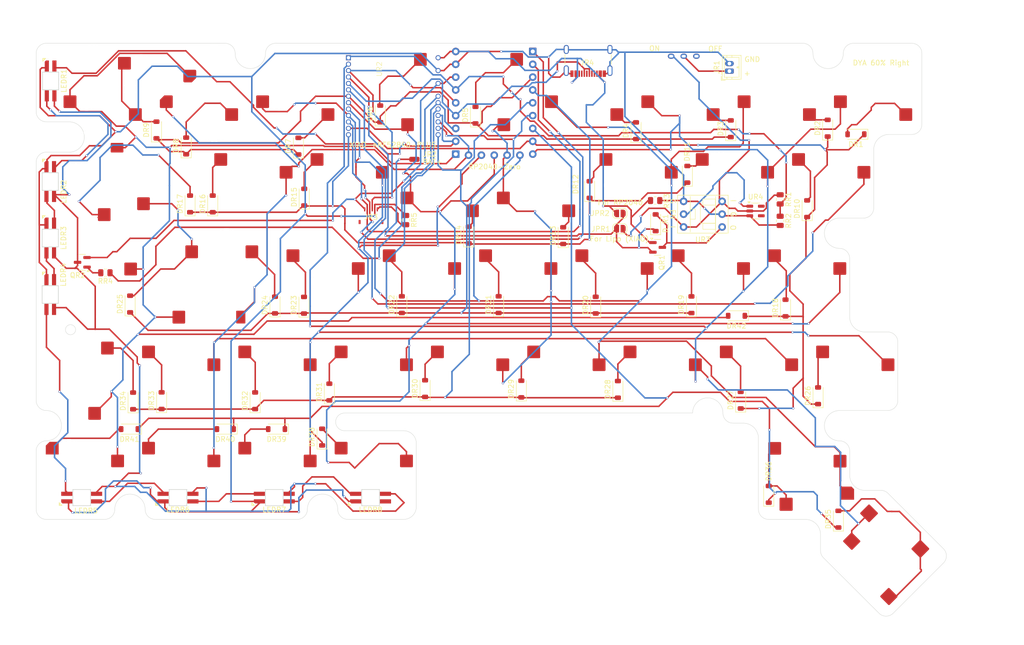
<source format=kicad_pcb>
(kicad_pcb (version 20240108) (generator "pcbnew") (generator_version "8.0")
  (layers (0 "F.Cu" signal) (31 "B.Cu" signal) (34 "B.Paste" user) (35 "F.Paste" user) (36 "B.SilkS" user "B.Silkscreen") (37 "F.SilkS" user "F.Silkscreen") (38 "B.Mask" user) (39 "F.Mask" user) (44 "Edge.Cuts" user))
  (net 0 "")
  (net 1 "GNDR")
  (net 2 "Net-(LEDR1-DOUT)")
  (net 3 "Net-(LEDR1-VDD)")
  (net 4 "LED_R")
  (net 5 "Net-(LEDR2-DOUT)")
  (net 6 "Net-(LEDR3-DOUT)")
  (net 7 "Net-(LEDR4-DOUT)")
  (net 12 "RR5")
  (net 13 "Net-(DR1-A)")
  (net 14 "Net-(DR2-A)")
  (net 15 "RR0")
  (net 16 "Net-(DR3-A)")
  (net 17 "Net-(DR4-A)")
  (net 18 "Net-(DR5-A)")
  (net 19 "Net-(DR6-A)")
  (net 20 "Net-(DR7-A)")
  (net 21 "Net-(DR8-A)")
  (net 22 "Net-(DR9-A)")
  (net 23 "Net-(DR10-A)")
  (net 24 "RR1")
  (net 25 "Net-(DR11-A)")
  (net 26 "Net-(DR12-A)")
  (net 27 "Net-(DR13-A)")
  (net 28 "Net-(DR14-A)")
  (net 29 "Net-(DR15-A)")
  (net 30 "Net-(DR16-A)")
  (net 31 "Net-(DR17-A)")
  (net 32 "Net-(DR18-A)")
  (net 33 "RR2")
  (net 34 "Net-(DR19-A)")
  (net 35 "Net-(DR20-A)")
  (net 36 "Net-(DR21-A)")
  (net 37 "Net-(DR22-A)")
  (net 38 "Net-(DR23-A)")
  (net 39 "Net-(DR24-A)")
  (net 40 "Net-(DR25-A)")
  (net 41 "Net-(DR26-A)")
  (net 42 "Net-(DR27-A)")
  (net 43 "Net-(DR28-A)")
  (net 44 "RR3")
  (net 45 "Net-(DR29-A)")
  (net 46 "Net-(DR30-A)")
  (net 47 "Net-(DR31-A)")
  (net 48 "Net-(DR32-A)")
  (net 49 "Net-(DR33-A)")
  (net 50 "Net-(DR34-A)")
  (net 51 "RR4")
  (net 52 "Net-(DR35-A)")
  (net 53 "Net-(DR36-A)")
  (net 54 "Net-(DR38-A)")
  (net 55 "Net-(DR39-A)")
  (net 56 "Net-(DR40-A)")
  (net 57 "Net-(DR41-A)")
  (net 58 "BAT_R")
  (net 59 "Net-(D_R1-A)")
  (net 60 "MOTION_R")
  (net 61 "SCLK_R")
  (net 62 "3.3V_R")
  (net 63 "SDIO_R")
  (net 64 "BAT_RAW_R")
  (net 65 "VBUS_R")
  (net 66 "Net-(QR2-G)")
  (net 67 "INPUT_VOLTAGE_R")
  (net 68 "LED_EN_R")
  (net 69 "CR7")
  (net 70 "CR8")
  (net 71 "CR9")
  (net 72 "CR10")
  (net 73 "CR11")
  (net 74 "CR12")
  (net 75 "CR13")
  (net 76 "Net-(UR3-EN)")
  (net 79 "LR_COM_R")
  (net 80 "Net-(JR1-Pin_1)")
  (net 81 "Net-(JR3-Pin_6)")
  (net 83 "Net-(LEDR5-DOUT)")
  (net 84 "Net-(LEDR6-DOUT)")
  (net 85 "Net-(LEDR7-DOUT)")
  (footprint "Diode_SMD:D_SOD-123" (layer "F.Cu") (at 44.33 76.8 90)
    (property "Reference" "DR25")
    (property "Value" "D")
  )
  (footprint "Diode_SMD:D_SOD-123" (layer "F.Cu") (at 78.77 55.64 90)
    (property "Reference" "DR15")
    (property "Value" "D")
  )
  (footprint "0_MX_Hotswap:MX-Hotswap-1U" (layer "F.Cu") (at 68.0979 53.2571)
    (property "Reference" "SWR16")
    (property "Value" "SW_Push_45deg")
  )
  (footprint "Diode_SMD:D_SOD-123" (layer "F.Cu") (at 77.62 45.5475 90)
    (property "Reference" "DR7")
    (property "Value" "D")
  )
  (footprint "Diode_SMD:D_SOD-123" (layer "F.Cu") (at 121.72 93.63 90)
    (property "Reference" "DR29")
    (property "Value" "D")
  )
  (footprint "0_dya-kbd:LED_SK6812MINI-E_BL" (layer "F.Cu") (at 72.8464 115.12 180)
    (property "Reference" "LEDR7")
    (property "Value" "SK6812MINI")
    (fp_line (start 1.75 1.6) (end -1.75 1.6) (stroke (width 0.12)) (layer "Edge.Cuts"))
    (fp_line (start 1.75 -1.6) (end 1.75 1.6) (stroke (width 0.12)) (layer "Edge.Cuts"))
    (fp_line (start -1.75 1.6) (end -1.75 -1.6) (stroke (width 0.12)) (layer "Edge.Cuts"))
    (fp_line (start -1.75 -1.6) (end 1.75 -1.6) (stroke (width 0.12)) (layer "Edge.Cuts"))
  )
  (footprint "Diode_SMD:D_SOD-123" (layer "F.Cu") (at 93.81 39.1575 90)
    (property "Reference" "DR6")
    (property "Value" "D")
  )
  (footprint "0_MX_Hotswap:MX-Hotswap-1U" (layer "F.Cu") (at 63.3366 72.3071 -90)
    (property "Reference" "SWR24")
    (property "Value" "SW_Push_45deg")
  )
  (footprint "0_dya-kbd:RP2040-Zero" (layer "F.Cu") (at 106.2 49.66)
    (property "Reference" "UR1")
    (property "Value" "RP2040-Zero")
  )
  (footprint "0_kbd_Parts:TGSW_MSK-12D19" (layer "F.Cu") (at 153.85 26.69)
    (property "Reference" "SW_BATR1")
    (property "Value" "SW_SPDT" (hide yes))
  )
  (footprint "Diode_SMD:D_SOD-123" (layer "F.Cu") (at 178.26 57.9275 90)
    (property "Reference" "DR10")
    (property "Value" "D")
  )
  (footprint "0_MX_Hotswap:MX-Hotswap-1U" (layer "F.Cu") (at 106.1975 53.2571 180)
    (property "Reference" "SWR14")
    (property "Value" "SW_Push_45deg")
  )
  (footprint "0_MX_Hotswap:MX-Hotswap-1U" (layer "F.Cu") (at 191.9234 34.2071 180)
    (property "Reference" "SWR1")
    (property "Value" "SW_Push_45deg")
  )
  (footprint "Diode_SMD:D_SOD-123" (layer "F.Cu") (at 117.23 76.9175 90)
    (property "Reference" "DR21")
    (property "Value" "D")
  )
  (footprint "0_MX_Hotswap:MX-Hotswap-1U" (layer "F.Cu") (at 182.3982 53.2571)
    (property "Reference" "SWR10")
    (property "Value" "SW_Push_45deg")
  )
  (footprint "0_dya-kbd:LED_SK6812MINI-E_BL" (layer "F.Cu") (at 28.6 32.633334 90)
    (property "Reference" "LEDR1")
    (property "Value" "SK6812MINI")
    (fp_line (start 1.75 -1.6) (end 1.75 1.6) (stroke (width 0.12)) (layer "Edge.Cuts"))
    (fp_line (start -1.75 -1.6) (end 1.75 -1.6) (stroke (width 0.12)) (layer "Edge.Cuts"))
    (fp_line (start 1.75 1.6) (end -1.75 1.6) (stroke (width 0.12)) (layer "Edge.Cuts"))
    (fp_line (start -1.75 1.6) (end -1.75 -1.6) (stroke (width 0.12)) (layer "Edge.Cuts"))
  )
  (footprint "Resistor_SMD:R_0805_2012Metric" (layer "F.Cu") (at 172.92 56.08 -90)
    (property "Reference" "RR1")
    (property "Value" "1MΩ")
  )
  (footprint "Connector_USB:USB_C_Receptacle_G-Switch_GT-USB-7010ASV" (layer "F.Cu") (at 134.93 27.475 180)
    (property "Reference" "JR4")
    (property "Value" "USB_C_Receptacle_USB2.0_14P")
  )
  (footprint "0_dya-kbd:LED_SK6812MINI-E_BL" (layer "F.Cu") (at 28.53 74.915 90)
    (property "Reference" "LEDR4")
    (property "Value" "SK6812MINI")
    (fp_line (start 1.75 -1.6) (end 1.75 1.6) (stroke (width 0.12)) (layer "Edge.Cuts"))
    (fp_line (start -1.75 -1.6) (end 1.75 -1.6) (stroke (width 0.12)) (layer "Edge.Cuts"))
    (fp_line (start 1.75 1.6) (end -1.75 1.6) (stroke (width 0.12)) (layer "Edge.Cuts"))
    (fp_line (start -1.75 1.6) (end -1.75 -1.6) (stroke (width 0.12)) (layer "Edge.Cuts"))
  )
  (footprint "Connector_JST:JST_ZH_B2B-ZR_1x02_P1.50mm_Vertical" (layer "F.Cu") (at 162.88 30.69 90)
    (property "Reference" "JR1")
    (property "Value" "Conn_01x02_Pin")
  )
  (footprint "Jumper:SolderJumper-2_P1.3mm_Open_RoundedPad1.0x1.5mm" (layer "F.Cu") (at 141.21 58.86)
    (property "Reference" "JPR2")
    (property "Value" "Jumper_2_Open")
  )
  (footprint "Diode_SMD:D_SOD-123" (layer "F.Cu") (at 72.99 76.9975 90)
    (property "Reference" "DR24")
    (property "Value" "D")
  )
  (footprint "Diode_SMD:D_SOD-123" (layer "F.Cu") (at 63.16 101.56 180)
    (property "Reference" "DR40")
    (property "Value" "D")
  )
  (footprint "Diode_SMD:D_SOD-123" (layer "F.Cu") (at 73.2975 101.56 180)
    (property "Reference" "DR39")
    (property "Value" "D")
  )
  (footprint "0_MX_Hotswap:MX-Hotswap-1U" (layer "F.Cu") (at 134.7728 34.2071 180)
    (property "Reference" "SWR4")
    (property "Value" "SW_Push_45deg")
  )
  (footprint "Diode_SMD:D_SOD-123" (layer "F.Cu") (at 182.32 41.9875 90)
    (property "Reference" "DR2")
    (property "Value" "D")
  )
  (footprint "Diode_SMD:D_SOD-123" (layer "F.Cu") (at 112.65 39.4 90)
    (property "Reference" "DR5")
    (property "Value" "D")
  )
  (footprint "0_MX_Hotswap:MX-Hotswap-1U" (layer "F.Cu") (at 110.9605 91.3572)
    (property "Reference" "SWR30")
    (property "Value" "SW_Push_45deg")
  )
  (footprint "Diode_SMD:D_SOD-123" (layer "F.Cu") (at 163.15 42.0975 90)
    (property "Reference" "DR3")
    (property "Value" "D")
  )
  (footprint "0_MX_Hotswap:MX-Hotswap-1U" (layer "F.Cu") (at 163.348 53.2571)
    (property "Reference" "SWR11")
    (property "Value" "SW_Push_45deg")
  )
  (footprint "0_MX_Hotswap:MX-Hotswap-1U" (layer "F.Cu") (at 120.4855 72.3071)
    (property "Reference" "SWR21")
    (property "Value" "SW_Push_45deg")
  )
  (footprint "0_MX_Hotswap:MX-Hotswap-1U" (layer "F.Cu") (at 153.823 34.2071 180)
    (property "Reference" "SWR3")
    (property "Value" "SW_Push_45deg")
  )
  (footprint "Diode_SMD:D_SOD-123" (layer "F.Cu") (at 44.21 101.56 180)
    (property "Reference" "DR41")
    (property "Value" "D")
  )
  (footprint "0_MX_Hotswap:MX-Hotswap-ISO-Rotated" (layer "F.Cu") (at 41.895 62.782 -90)
    (property "Reference" "SWR25-2")
    (property "Value" "SW_Push_45deg")
  )
  (footprint "Diode_SMD:D_SOD-123" (layer "F.Cu") (at 49.54 42.3475 90)
    (property "Reference" "DR9")
    (property "Value" "D")
  )
  (footprint "0_MX_Hotswap:MX-Hotswap-1U" (layer "F.Cu") (at 77.623 34.2071 180)
    (property "Reference" "SWR7")
    (property "Value" "SW_Push_45deg")
  )
  (footprint "0_MX_Hotswap:MX-Hotswap-1U" (layer "F.Cu") (at 115.7225 34.2071 -90)
    (property "Reference" "SWR5")
    (property "Value" "SW_Push_45deg")
  )
  (footprint "0_MX_Hotswap:MX-Hotswap-1U" (layer "F.Cu") (at 144.2978 53.2571)
    (property "Reference" "SWR12")
    (property "Value" "SW_Push_45deg")
  )
  (footprint "Diode_SMD:D_SOD-123" (layer "F.Cu") (at 60.67 56.9775 90)
    (property "Reference" "DR16")
    (property "Value" "D")
  )
  (footprint "Diode_SMD:D_SOD-123" (layer "F.Cu") (at 102.68 93.5375 90)
    (property "Reference" "DR30")
    (property "Value" "D")
  )
  (footprint "0_MX_Hotswap:MX-Hotswap-1U" (layer "F.Cu") (at 53.8124 91.3572)
    (property "Reference" "SWR33")
    (property "Value" "SW_Push_45deg")
  )
  (footprint "Diode_SMD:D_SOD-123" (layer "F.Cu") (at 155.37 76.9375 90)
    (property "Reference" "DR19")
    (property "Value" "D")
  )
  (footprint "Diode_SMD:D_SOD-123" (layer "F.Cu") (at 184.44 119.39 90)
    (property "Reference" "DR35")
    (property "Value" "D")
  )
  (footprint "Jumper:SolderJumper-2_P1.3mm_Open_RoundedPad1.0x1.5mm" (layer "F.Cu") (at 141.21 61.87)
    (property "Reference" "JPR1")
    (property "Value" "Jumper_2_Open")
  )
  (footprint "Diode_SMD:D_SOD-123" (layer "F.Cu") (at 180.42 94.96 90)
    (property "Reference" "DR26")
    (property "Value" "D")
  )
  (footprint "Diode_SMD:D_SOD-123" (layer "F.Cu") (at 82.31 103.14 90)
    (property "Reference" "DR38")
    (property "Value" "D")
  )
  (footprint "0_MX_Hotswap:MX-Hotswap-1U" (layer "F.Cu") (at 139.5357 72.3071)
    (property "Reference" "SWR20")
    (property "Value" "SW_Push_45deg")
  )
  (footprint "Diode_SMD:D_SOD-123" (layer "F.Cu") (at 55.42 45.5 90)
    (property "Reference" "DR8")
    (property "Value" "D")
  )
  (footprint "Resistor_SMD:R_0805_2012Metric" (layer "F.Cu") (at 172.92 60.33 -90)
    (property "Reference" "RR2")
    (property "Value" "470kΩ")
  )
  (footprint "Resistor_SMD:R_0805_2012Metric" (layer "F.Cu") (at 39.44 70.61 180)
    (property "Reference" "RR4")
    (property "Value" "100Ω")
  )
  (footprint "0_MX_Hotswap:MX-Hotswap-1U" (layer "F.Cu") (at 130.0106 91.3572)
    (property "Reference" "SWR29")
    (property "Value" "SW_Push_45deg")
  )
  (footprint "Diode_SMD:D_SOD-123" (layer "F.Cu") (at 164.28 79.13 180)
    (property "Reference" "DR42")
    (property "Value" "D")
  )
  (footprint "0_dya-kbd:LED_SK6812MINI-E_BL" (layer "F.Cu") (at 28.53 63.7325 90)
    (property "Reference" "LEDR3")
    (property "Value" "SK6812MINI")
    (fp_line (start 1.75 -1.6) (end 1.75 1.6) (stroke (width 0.12)) (layer "Edge.Cuts"))
    (fp_line (start -1.75 -1.6) (end 1.75 -1.6) (stroke (width 0.12)) (layer "Edge.Cuts"))
    (fp_line (start 1.75 1.6) (end -1.75 1.6) (stroke (width 0.12)) (layer "Edge.Cuts"))
    (fp_line (start -1.75 1.6) (end -1.75 -1.6) (stroke (width 0.12)) (layer "Edge.Cuts"))
  )
  (footprint "0_dya-kbd:XIAO_nRF52840_plus" (layer "F.Cu") (at 96.41 35.67 90)
    (property "Reference" "UR2")
    (property "Value" "XIAO-nRF52840-PLUS")
  )
  (footprint "0_dya-kbd:MX-KailhChocV2-Hybrid-Hotswap-1U" (layer "F.Cu") (at 177.77 110.54)
    (property "Reference" "SWR36")
    (property "Value" "SW_Push_45deg")
  )
  (footprint "0_MX_Hotswap:MX-Hotswap-1U" (layer "F.Cu") (at 58.5703 34.2071 180)
    (property "Reference" "SWR8")
    (property "Value" "SW_Push_45deg")
  )
  (footprint "Diode_SMD:D_SOD-123" (layer "F.Cu") (at 44.92 95.9775 90)
    (property "Reference" "DR34")
    (property "Value" "D")
  )
  (footprint "0_dya-kbd:LED_SK6812MINI-E_BL" (layer "F.Cu") (at 28.53 52.55 90)
    (property "Reference" "LEDR2")
    (property "Value" "SK6812MINI")
    (fp_line (start 1.75 -1.6) (end 1.75 1.6) (stroke (width 0.12)) (layer "Edge.Cuts"))
    (fp_line (start -1.75 -1.6) (end 1.75 -1.6) (stroke (width 0.12)) (layer "Edge.Cuts"))
    (fp_line (start 1.75 1.6) (end -1.75 1.6) (stroke (width 0.12)) (layer "Edge.Cuts"))
    (fp_line (start -1.75 1.6) (end -1.75 -1.6) (stroke (width 0.12)) (layer "Edge.Cuts"))
  )
  (footprint "0_MX_Hotswap:MX-Hotswap-1U" (layer "F.Cu") (at 177.6352 72.3071)
    (property "Reference" "SWR18")
    (property "Value" "SW_Push_45deg")
  )
  (footprint "0_MX_Hotswap:MX-Hotswap-1U" (layer "F.Cu") (at 91.9103 110.4072)
    (property "Reference" "SWR38")
    (property "Value" "SW_Push_45deg")
  )
  (footprint "0_MX_Hotswap:MX-Hotswap-1U" (layer "F.Cu") (at 53.8124 110.4072)
    (property "Reference" "SWR40")
    (property "Value" "SW_Push_45deg")
  )
  (footprint "Diode_SMD:D_SOD-123" (layer "F.Cu") (at 140.82 93.6975 90)
    (property "Reference" "DR28")
    (property "Value" "D")
  )
  (footprint "Connector_Wire:SolderWirePad_1x01_SMD_1x2mm" (layer "F.Cu") (at 100.56 48.15 90)
    (property "Reference" "JR2")
    (property "Value" "Conn_01x01_Pin")
  )
  (footprint "0_dya-kbd:LED_SK6812MINI-E_BL" (layer "F.Cu") (at 53.7987 115.12 180)
    (property "Reference" "LEDR6")
    (property "Value" "SK6812MINI")
    (fp_line (start 1.75 1.6) (end -1.75 1.6) (stroke (width 0.12)) (layer "Edge.Cuts"))
    (fp_line (start 1.75 -1.6) (end 1.75 1.6) (stroke (width 0.12)) (layer "Edge.Cuts"))
    (fp_line (start -1.75 1.6) (end -1.75 -1.6) (stroke (width 0.12)) (layer "Edge.Cuts"))
    (fp_line (start -1.75 -1.6) (end 1.75 -1.6) (stroke (width 0.12)) (layer "Edge.Cuts"))
  )
  (footprint "Package_TO_SOT_SMD:SOT-23" (layer "F.Cu") (at 148.68 65.58)
    (property "Reference" "QR1")
    (property "Value" "Q_PMOS_GSD")
  )
  (footprint "Diode_SMD:D_SOD-123" (layer "F.Cu") (at 148.29 60.7075 90)
    (property "Reference" "D_R1")
    (property "Value" "D")
  )
  (footprint "0_dya-kbd:LED_SK6812MINI-E_BL" (layer "F.Cu") (at 91.8966 115.12 180)
    (property "Reference" "LEDR8")
    (property "Value" "SK6812MINI")
    (fp_line (start 1.75 1.6) (end -1.75 1.6) (stroke (width 0.12)) (layer "Edge.Cuts"))
    (fp_line (start 1.75 -1.6) (end 1.75 1.6) (stroke (width 0.12)) (layer "Edge.Cuts"))
    (fp_line (start -1.75 1.6) (end -1.75 -1.6) (stroke (width 0.12)) (layer "Edge.Cuts"))
    (fp_line (start -1.75 -1.6) (end 1.75 -1.6) (stroke (width 0.12)) (layer "Edge.Cuts"))
  )
  (footprint "0_MX_Hotswap:MX-Hotswap-1U" (layer "F.Cu") (at 34.7637 91.3572 -90)
    (property "Reference" "SWR34")
    (property "Value" "SW_Push_45deg")
  )
  (footprint "0_MX_Hotswap:MX-Hotswap-1U" (layer "F.Cu") (at 125.2477 53.2571 180)
    (property "Reference" "SWR13")
    (property "Value" "SW_Push_45deg")
  )
  (footprint "Diode_SMD:D_SOD-123" (layer "F.Cu") (at 170.66 114.47 90)
    (property "Reference" "DR36")
    (property "Value" "D")
  )
  (footprint "Diode_SMD:D_SOD-123" (layer "F.Cu") (at 154.56 51.1175 90)
    (property "Reference" "DR11")
    (property "Value" "D")
  )
  (footprint "Diode_SMD:D_SOD-123" (layer "F.Cu") (at 187.9075 43.19 180)
    (property "Reference" "DR1")
    (property "Value" "D")
  )
  (footprint "0_dya-kbd:MX-KailhChocV2-Hybrid-Hotswap-1U" (layer "F.Cu") (at 193.88 126.841421 135)
    (property "Reference" "SWR35")
    (property "Value" "SW_Push_45deg")
  )
  (footprint "Diode_SMD:D_SOD-123" (layer "F.Cu") (at 83.74 94.22 90)
    (property "Reference" "DR31")
    (property "Value" "D")
  )
  (footprint "0_MX_Hotswap:MX-Hotswap-1U" (layer "F.Cu") (at 101.4353 72.3071)
    (property "Reference" "SWR22")
    (property "Value" "SW_Push_45deg")
  )
  (footprint "Diode_SMD:D_SOD-123" (layer "F.Cu") (at 144.41 42.49 90)
    (property "Reference" "DR4")
    (property "Value" "D")
  )
  (footprint "0_MX_Hotswap:MX-Hotswap-1U" (layer "F.Cu") (at 72.8601 91.3572)
    (property "Reference" "SWR32")
    (property "Value" "SW_Push_45deg")
  )
  (footprint "0_dya-kbd:LED_SK6812MINI-E_BL" (layer "F.Cu") (at 34.75 115.12 180)
    (property "Reference" "LEDR5")
    (property "Value" "SK6812MINI")
    (fp_line (start 1.75 1.6) (end -1.75 1.6) (stroke (width 0.12)) (layer "Edge.Cuts"))
    (fp_line (start 1.75 -1.6) (end 1.75 1.6) (stroke (width 0.12)) (layer "Edge.Cuts"))
    (fp_line (start -1.75 1.6) (end -1.75 -1.6) (stroke (width 0.12)) (layer "Edge.Cuts"))
    (fp_line (start -1.75 -1.6) (end 1.75 -1.6) (stroke (width 0.12)) (layer "Edge.Cuts"))
  )
  (footprint "Diode_SMD:D_SOD-123" (layer "F.Cu") (at 136.43 77.02 90)
    (property "Reference" "DR20")
    (property "Value" "D")
  )
  (footprint "Diode_SMD:D_SOD-123" (layer "F.Cu") (at 135.22 54.14 90)
    (property "Reference" "DR12")
    (property "Value" "D")
  )
  (footprint "Diode_SMD:D_SOD-123" (layer "F.Cu") (at 173.98 77.59 90)
    (property "Reference" "DR18")
    (property "Value" "D")
  )
  (footprint "Diode_SMD:D_SOD-123" (layer "F.Cu") (at 130 63.26 90)
    (property "Reference" "DR13")
    (property "Value" "D")
  )
  (footprint "0_MX_Hotswap:MX-Hotswap-1U" (layer "F.Cu") (at 96.6723 34.2071 -90)
    (property "Reference" "SWR6")
    (property "Value" "SW_Push_45deg")
  )
  (footprint "0_MX_Hotswap:MX-Hotswap-1U" (layer "F.Cu") (at 91.9103 91.3572)
    (property "Reference" "SWR31")
    (property "Value" "SW_Push_45deg")
  )
  (footprint "Diode_SMD:D_SOD-123" (layer "F.Cu") (at 111.32 63.1475 90)
    (property "Reference" "DR14")
    (property "Value" "D")
  )
  (footprint "0_MX_Hotswap:MX-Hotswap-1U" (layer "F.Cu") (at 39.5218 34.2071 180)
    (property "Reference" "SWR9")
    (property "Value" "SW_Push_45deg")
  )
  (footprint "0_MX_Hotswap:MX-Hotswap-1U" (layer "F.Cu") (at 44.2882 53.2567 90)
    (property "Reference" "SWR17")
    (property "Value" "SW_Push_45deg")
  )
  (footprint "0_MX_Hotswap:MX-Hotswap-2U" (layer "F.Cu") (at 49.0499 34.2071)
    (property "Reference" "SWR9-2")
    (property "Value" "SW_Push_45deg")
  )
  (footprint "Diode_SMD:D_SOD-123" (layer "F.Cu") (at 98.08 76.92 90)
    (property "Reference" "DR22")
    (property "Value" "D")
  )
  (footprint "0_MX_Hotswap:MX-Hotswap-1U" (layer "F.Cu") (at 158.585 72.3071)
    (property "Reference" "SWR19")
    (property "Value" "SW_Push_45deg")
  )
  (footprint "0_dya-kbd:JUSHUO-AFH34-S06FIA-1H" (layer "F.Cu") (at 91.98 58.06)
    (property "Reference" "JR3")
    (property "Value" "Conn_01x04")
  )
  (footprint "0_MX_Hotswap:MX-Hotswap-2.25U-ReversedStabilizers" (layer "F.Cu") (at 51.4268 72.3068)
    (property "Reference" "SWR25")
    (property "Value" "SW_Push_45deg")
  )
  (footprint "Package_TO_SOT_SMD:SOT-23-5" (layer "F.Cu") (at 168.0525 58.38)
    (property "Reference" "UR4")
    (property "Value" "S1009")
  )
  (footprint "Diode_SMD:D_SOD-123" (layer "F.Cu") (at 78.73 77.04 90)
    (property "Reference" "DR23")
    (property "Value" "D")
  )
  (footprint "0_MX_Hotswap:MX-Hotswap-1U" (layer "F.Cu") (at 172.8732 34.2071 180)
    (property "Reference" "SWR2")
    (property "Value" "SW_Push_45deg")
  )
  (footprint "0_MX_Hotswap:MX-Hotswap-1U" (layer "F.Cu") (at 187.1604 91.3572)
    (property "Reference" "SWR26")
    (property "Value" "SW_Push_45deg")
  )
  (footprint "Diode_SMD:D_SOD-123" (layer "F.Cu") (at 165.11 95.83 90)
    (property "Reference" "DR27")
    (property "Value" "D")
  )
  (footprint "Resistor_SMD:R_0805_2012Metric" (layer "F.Cu") (at 98.85 60.18 -90)
    (property "Reference" "RR5")
    (property "Value" "10kΩ")
  )
  (footprint "0_MX_Hotswap:MX-Hotswap-1U" (layer "F.Cu") (at 72.8601 110.4072)
    (property "Reference" "SWR39")
    (property "Value" "SW_Push_45deg")
  )
  (footprint "Diode_SMD:D_SOD-123" (layer "F.Cu") (at 56.19 56.9775 90)
    (property "Reference" "DR17")
    (property "Value" "D")
  )
  (footprint "0_MX_Hotswap:MX-Hotswap-1U" (layer "F.Cu") (at 34.7637 110.4072)
    (property "Reference" "SWR41")
    (property "Value" "SW_Push_45deg")
  )
  (footprint "Diode_SMD:D_SOD-123" (layer "F.Cu") (at 69.06 95.9475 90)
    (property "Reference" "DR32")
    (property "Value" "D")
  )
  (footprint "Package_TO_SOT_SMD:SOT-23" (layer "F.Cu") (at 34.87 68.5425 180)
    (property "Reference" "QR2")
    (property "Value" "Q_PMOS_GSD")
  )
  (footprint "Resistor_SMD:R_0805_2012Metric" (layer "F.Cu") (at 148.19 56.31)
    (property "Reference" "RR3")
    (property "Value" "100kΩ")
  )
  (footprint "0_MX_Hotswap:MX-Hotswap-1U" (layer "F.Cu") (at 82.3851 72.3071)
    (property "Reference" "SWR23")
    (property "Value" "SW_Push_45deg")
  )
  (footprint "0_MX_Hotswap:MX-Hotswap-1U" (layer "F.Cu") (at 149.06 91.3572)
    (property "Reference" "SWR28")
    (property "Value" "SW_Push_45deg")
  )
  (footprint "0_MX_Hotswap:MX-Hotswap-1U" (layer "F.Cu") (at 168.1102 91.3572)
    (property "Reference" "SWR27")
    (property "Value" "SW_Push_45deg")
  )
  (footprint "Diode_SMD:D_SOD-123" (layer "F.Cu") (at 50.56 95.93 90)
    (property "Reference" "DR33")
    (property "Value" "D")
  )
  (footprint "0_MX_Hotswap:MX-Hotswap-1U" (layer "F.Cu") (at 87.1473 53.2571)
    (property "Reference" "SWR15")
    (property "Value" "SW_Push_45deg")
  )
  (footprint "0_dya-kbd:AE-XCL103" (layer "B.Cu") (at 157.63 59.01 90)
    (property "Reference" "UR3")
    (property "Value" "AE-XCL103")
  )
  (gr_poly (pts (xy 187.307203 25.182603) (xy 187.20565 25.19033) (xy 187.105569 25.203054) (xy 187.007086 25.22065) (xy 186.910327 25.242992) (xy 186.815418 25.269954) (xy 186.722484 25.30141) (xy 186.631653 25.337234) (xy 186.54305 25.377302) (xy 186.4568 25.421486) (xy 186.37303 25.469661) (xy 186.291865 25.521702) (xy 186.213432 25.577483) (xy 186.137857 25.636877) (xy 186.065265 25.699759) (xy 185.995782 25.766004) (xy 185.929535 25.835485) (xy 185.866649 25.908077) (xy 185.80725 25.983654) (xy 185.751464 26.06209) (xy 185.699417 26.14326) (xy 185.651236 26.227037) (xy 185.607045 26.313296) (xy 185.566972 26.401911) (xy 185.531141 26.492757) (xy 185.499679 26.585706) (xy 185.472712 26.680635) (xy 185.450365 26.777416) (xy 185.432765 26.875925) (xy 185.420038 26.976035) (xy 185.41231 27.07762) (xy 185.409705 27.180556) (xy 185.405789 27.334895) (xy 185.394168 27.487209) (xy 185.375032 27.63731) (xy 185.348572 27.78501) (xy 185.31498 27.93012) (xy 185.274446 28.072451) (xy 185.22716 28.211815) (xy 185.173314 28.348023) (xy 185.113098 28.480887) (xy 185.046703 28.610218) (xy 184.974319 28.735827) (xy 184.896139 28.857527) (xy 184.812352 28.975128) (xy 184.723149 29.088442) (xy 184.62872 29.19728) (xy 184.529258 29.301455) (xy 184.424952 29.400776) (xy 184.315993 29.495056) (xy 184.202572 29.584106) (xy 184.08488 29.667738) (xy 183.963108 29.745763) (xy 183.837446 29.817992) (xy 183.708085 29.884237) (xy 183.575216 29.94431) (xy 183.43903 29.998021) (xy 183.299717 30.045183) (xy 183.157468 30.085606) (xy 183.012475 30.119103) (xy 182.864927 30.145484) (xy 182.715016 30.164561) (xy 182.562932 30.176145) (xy 182.408866 30.180048) (xy 182.254198 30.176145) (xy 182.101587 30.164561) (xy 181.951222 30.145484) (xy 181.80329 30.119103) (xy 181.657977 30.085606) (xy 181.51547 30.045183) (xy 181.375956 29.998021) (xy 181.239623 29.94431) (xy 181.106658 29.884237) (xy 180.977247 29.817992) (xy 180.851577 29.745763) (xy 180.729836 29.667738) (xy 180.612211 29.584106) (xy 180.498888 29.495056) (xy 180.390054 29.400776) (xy 180.285897 29.301455) (xy 180.186604 29.19728) (xy 180.092362 29.088442) (xy 180.003356 28.975128) (xy 179.919776 28.857527) (xy 179.841808 28.735827) (xy 179.769638 28.610218) (xy 179.703453 28.480887) (xy 179.643442 28.348023) (xy 179.58979 28.211815) (xy 179.542686 28.072451) (xy 179.502314 27.93012) (xy 179.468864 27.78501) (xy 179.442522 27.63731) (xy 179.423474 27.487209) (xy 179.411908 27.334895) (xy 179.408012 27.180556) (xy 179.40558 27.081298) (xy 179.398325 26.982734) (xy 179.386308 26.885026) (xy 179.369591 26.788334) (xy 179.348234 26.692819) (xy 179.322299 26.598642) (xy 179.291847 26.505964) (xy 179.256938 26.414945) (xy 179.217635 26.325747) (xy 179.173998 26.23853) (xy 179.126088 26.153456) (xy 179.073967 26.070685) (xy 179.017696 25.990378) (xy 178.957335 25.912695) (xy 178.892947 25.837799) (xy 178.824592 25.765849) (xy 178.75265 25.69748) (xy 178.677638 25.633025) (xy 178.599741 25.572552) (xy 178.51914 25.51613) (xy 178.436017 25.463827) (xy 178.350556 25.415712) (xy 178.262939 25.371853) (xy 178.173348 25.33232) (xy 178.081967 25.297181) (xy 177.988978 25.266504) (xy 177.894563 25.240358) (xy 177.798904 25.218812) (xy 177.702186 25.201935) (xy 177.604589 25.189794) (xy 177.506297 25.18246) (xy 177.407493 25.18) (xy 73.108939 25.18) (xy 73.009031 25.18246) (xy 72.909921 25.189794) (xy 72.811762 25.201935) (xy 72.714708 25.218812) (xy 72.618912 25.240358) (xy 72.524528 25.266504) (xy 72.43171 25.297181) (xy 72.34061 25.33232) (xy 72.251382 25.371853) (xy 72.16418 25.415712) (xy 72.079157 25.463827) (xy 71.996466 25.51613) (xy 71.916262 25.572552) (xy 71.838697 25.633025) (xy 71.763925 25.69748) (xy 71.6921 25.765849) (xy 71.623723 25.837799) (xy 71.559315 25.912695) (xy 71.498938 25.990378) (xy 71.442651 26.070685) (xy 71.390517 26.153456) (xy 71.342597 26.23853) (xy 71.29895 26.325747) (xy 71.259639 26.414945) (xy 71.224724 26.505964) (xy 71.194266 26.598642) (xy 71.168327 26.692819) (xy 71.146968 26.788334) (xy 71.130248 26.885026) (xy 71.11823 26.982734) (xy 71.110975 27.081298) (xy 71.108543 27.180556) (xy 71.104626 27.334895) (xy 71.093005 27.487209) (xy 71.07387 27.63731) (xy 71.04741 27.78501) (xy 71.013818 27.93012) (xy 70.973284 28.072451) (xy 70.925999 28.211815) (xy 70.872153 28.348023) (xy 70.811938 28.480887) (xy 70.745543 28.610218) (xy 70.673161 28.735827) (xy 70.594981 28.857527) (xy 70.511195 28.975128) (xy 70.421992 29.088442) (xy 70.327565 29.19728) (xy 70.228103 29.301455) (xy 70.123797 29.400776) (xy 70.014839 29.495056) (xy 69.901419 29.584106) (xy 69.783728 29.667738) (xy 69.661956 29.745763) (xy 69.536295 29.817992) (xy 69.406934 29.884237) (xy 69.274066 29.94431) (xy 69.13788 29.998021) (xy 68.998568 30.045183) (xy 68.85632 30.085606) (xy 68.711327 30.119103) (xy 68.563779 30.145484) (xy 68.413868 30.164561) (xy 68.261784 30.176145) (xy 68.107719 30.180048) (xy 67.953049 30.176145) (xy 67.800439 30.164561) (xy 67.650074 30.145484) (xy 67.502143 30.119103) (xy 67.356832 30.085606) (xy 67.214328 30.045183) (xy 67.074818 29.998021) (xy 66.938489 29.94431) (xy 66.805527 29.884237) (xy 66.676121 29.817992) (xy 66.550456 29.745763) (xy 66.428721 29.667738) (xy 66.311101 29.584106) (xy 66.197783 29.495056) (xy 66.088956 29.400776) (xy 65.984805 29.301455) (xy 65.885518 29.19728) (xy 65.791282 29.088442) (xy 65.702283 28.975128) (xy 65.618708 28.857527) (xy 65.540745 28.735827) (xy 65.468581 28.610218) (xy 65.402402 28.480887) (xy 65.342395 28.348023) (xy 65.288748 28.211815) (xy 65.241647 28.072451) (xy 65.20128 27.93012) (xy 65.167833 27.78501) (xy 65.141493 27.63731) (xy 65.122447 27.487209) (xy 65.110883 27.334895) (xy 65.106986 27.180556) (xy 65.104554 27.081298) (xy 65.0973 26.982734) (xy 65.085283 26.885026) (xy 65.068565 26.788334) (xy 65.047207 26.692819) (xy 65.02127 26.598642) (xy 64.990815 26.505964) (xy 64.955901 26.414945) (xy 64.916591 26.325747) (xy 64.872946 26.23853) (xy 64.825025 26.153456) (xy 64.77289 26.070685) (xy 64.716602 25.990378) (xy 64.656222 25.912695) (xy 64.591811 25.837799) (xy 64.523429 25.765849) (xy 64.451487 25.69748) (xy 64.376476 25.633025) (xy 64.298578 25.572552) (xy 64.217977 25.51613) (xy 64.134855 25.463827) (xy 64.049394 25.415712) (xy 63.961778 25.371853) (xy 63.872188 25.33232) (xy 63.780807 25.297181) (xy 63.687819 25.266504) (xy 63.593405 25.240358) (xy 63.497748 25.218812) (xy 63.401031 25.201935) (xy 63.303437 25.189794) (xy 63.205147 25.18246) (xy 63.106345 25.18) (xy 27.74285 25.18) (xy 27.644146 25.18246) (xy 27.546088 25.189794) (xy 27.448843 25.201935) (xy 27.352572 25.218812) (xy 27.257439 25.240358) (xy 27.163608 25.266504) (xy 27.071243 25.297181) (xy 26.980506 25.33232) (xy 26.891562 25.371853) (xy 26.804574 25.415712) (xy 26.719705 25.463827) (xy 26.637119 25.51613) (xy 26.55698 25.572552) (xy 26.479451 25.633025) (xy 26.404696 25.69748) (xy 26.332877 25.765849) (xy 26.264418 25.837799) (xy 26.199789 25.912695) (xy 26.13907 25.990378) (xy 26.082343 26.070685) (xy 26.029689 26.153456) (xy 25.981188 26.23853) (xy 25.936922 26.325747) (xy 25.896972 26.414945) (xy 25.861418 26.505964) (xy 25.830342 26.598642) (xy 25.803825 26.692819) (xy 25.781947 26.788334) (xy 25.76479 26.885026) (xy 25.752435 26.982734) (xy 25.744962 27.081298) (xy 25.742454 27.180556) (xy 25.742454 38.729914) (xy 25.744962 38.829182) (xy 25.752435 38.927768) (xy 25.76479 39.025507) (xy 25.781947 39.122237) (xy 25.803825 39.217792) (xy 25.830342 39.312011) (xy 25.861418 39.404728) (xy 25.896972 39.495781) (xy 25.936922 39.585006) (xy 25.981188 39.672238) (xy 26.029689 39.757315) (xy 26.082343 39.840073) (xy 26.13907 39.920347) (xy 26.199789 39.997975) (xy 26.264418 40.072793) (xy 26.332877 40.144637) (xy 26.404696 40.213002) (xy 26.479451 40.277456) (xy 26.55698 40.337927) (xy 26.637119 40.394349) (xy 26.719705 40.446652) (xy 26.804574 40.494767) (xy 26.891562 40.538626) (xy 26.980506 40.57816) (xy 27.071243 40.6133) (xy 27.163608 40.643978) (xy 27.257439 40.670125) (xy 27.352572 40.691672) (xy 27.448843 40.70855) (xy 27.546088 40.720691) (xy 27.644146 40.728026) (xy 27.74285 40.730486) (xy 32.271903 40.730486) (xy 32.42 40.734173) (xy 32.567191 40.745164) (xy 32.713223 40.763357) (xy 32.857842 40.788651) (xy 33.000794 40.820944) (xy 33.141823 40.860133) (xy 33.280678 40.906117) (xy 33.417102 40.958793) (xy 33.550842 41.01806) (xy 33.681645 41.083815) (xy 33.809254 41.155956) (xy 33.933418 41.234382) (xy 34.053881 41.318991) (xy 34.170389 41.409679) (xy 34.282689 41.506346) (xy 34.390525 41.608889) (xy 34.493149 41.716655) (xy 34.589962 41.828882) (xy 34.680854 41.945324) (xy 34.765711 42.065735) (xy 34.844422 42.189869) (xy 34.916876 42.317479) (xy 34.982961 42.448319) (xy 35.042564 42.582144) (xy 35.095573 42.718707) (xy 35.141878 42.857762) (xy 35.181366 42.999063) (xy 35.213924 43.142364) (xy 35.239443 43.287418) (xy 35.257809 43.433979) (xy 35.26891 43.581803) (xy 35.272635 43.730641) (xy 35.268719 43.88498) (xy 35.257098 44.037294) (xy 35.237962 44.187396) (xy 35.211502 44.335096) (xy 35.17791 44.480205) (xy 35.137375 44.622536) (xy 35.09009 44.7619) (xy 35.036244 44.898108) (xy 34.976028 45.030971) (xy 34.909633 45.160302) (xy 34.837251 45.285911) (xy 34.759071 45.40761) (xy 34.675285 45.525211) (xy 34.586083 45.638524) (xy 34.491656 45.747362) (xy 34.392196 45.851535) (xy 34.287892 45.950856) (xy 34.178936 46.045136) (xy 34.065518 46.134185) (xy 33.94783 46.217816) (xy 33.826062 46.29584) (xy 33.700404 46.368069) (xy 33.571048 46.434314) (xy 33.438185 46.494386) (xy 33.302005 46.548097) (xy 33.162699 46.595258) (xy 33.020457 46.635681) (xy 32.875472 46.669177) (xy 32.727933 46.695558) (xy 32.578031 46.714634) (xy 32.425958 46.726219) (xy 32.271903 46.730122) (xy 27.74285 46.730122) (xy 27.639939 46.732726) (xy 27.538375 46.740452) (xy 27.438285 46.753176) (xy 27.339795 46.770772) (xy 27.243029 46.793112) (xy 27.148115 46.820073) (xy 27.055178 46.851526) (xy 26.964344 46.887348) (xy 26.875738 46.927411) (xy 26.789488 46.971591) (xy 26.705717 47.01976) (xy 26.624553 47.071793) (xy 26.546122 47.127564) (xy 26.470548 47.186948) (xy 26.397959 47.249818) (xy 26.328479 47.316049) (xy 26.262235 47.385514) (xy 26.199353 47.458087) (xy 26.139958 47.533644) (xy 26.084176 47.612057) (xy 26.032134 47.693201) (xy 25.983957 47.77695) (xy 25.93977 47.863178) (xy 25.899701 47.951759) (xy 25.863874 48.042568) (xy 25.832416 48.135478) (xy 25.805452 48.230363) (xy 25.783108 48.327098) (xy 25.765511 48.425557) (xy 25.752785 48.525613) (xy 25.745058 48.627141) (xy 25.742454 48.730015) (xy 25.742454 95.880219) (xy 25.744962 95.979366) (xy 25.752435 96.077846) (xy 25.76479 96.175498) (xy 25.781947 96.272155) (xy 25.803825 96.367656) (xy 25.830342 96.461835) (xy 25.861418 96.554529) (xy 25.896972 96.645575) (xy 25.936922 96.734808) (xy 25.981188 96.822064) (xy 26.029689 96.907181) (xy 26.082343 96.989993) (xy 26.13907 97.070337) (xy 26.199789 97.148049) (xy 26.264418 97.222965) (xy 26.332877 97.294922) (xy 26.404696 97.363284) (xy 26.479451 97.427719) (xy 26.55698 97.48816) (xy 26.637119 97.544541) (xy 26.719705 97.596796) (xy 26.804574 97.644856) (xy 26.891562 97.688657) (xy 26.980506 97.72813) (xy 27.071243 97.763209) (xy 27.163608 97.793828) (xy 27.257439 97.819919) (xy 27.352572 97.841416) (xy 27.448843 97.858252) (xy 27.546088 97.870361) (xy 27.644146 97.877675) (xy 27.74285 97.880127) (xy 27.897531 97.884033) (xy 28.050152 97.895622) (xy 28.200526 97.914708) (xy 28.348466 97.941101) (xy 28.493786 97.974611) (xy 28.636298 98.015052) (xy 28.775815 98.062232) (xy 28.912151 98.115965) (xy 29.045118 98.176061) (xy 29.174531 98.242331) (xy 29.3002 98.314587) (xy 29.421941 98.392639) (xy 29.539565 98.476299) (xy 29.652886 98.565378) (xy 29.761717 98.659688) (xy 29.865871 98.759039) (xy 29.96516 98.863244) (xy 30.059399 98.972112) (xy 30.1484 99.085455) (xy 30.231976 99.203085) (xy 30.309941 99.324812) (xy 30.382106 99.450448) (xy 30.448286 99.579804) (xy 30.508294 99.712692) (xy 30.561941 99.848922) (xy 30.609043 99.988306) (xy 30.649411 100.130655) (xy 30.682858 100.27578) (xy 30.709198 100.423492) (xy 30.728244 100.573603) (xy 30.739809 100.725923) (xy 30.743705 100.880265) (xy 30.739809 101.034667) (xy 30.728244 101.18704) (xy 30.709198 101.337197) (xy 30.682858 101.484948) (xy 30.649411 101.630104) (xy 30.609043 101.772479) (xy 30.561941 101.911883) (xy 30.508294 102.048128) (xy 30.448286 102.181026) (xy 30.382106 102.310387) (xy 30.309941 102.436025) (xy 30.231976 102.557749) (xy 30.1484 102.675372) (xy 30.059399 102.788706) (xy 29.96516 102.897562) (xy 29.865871 103.001752) (xy 29.761717 103.101086) (xy 29.652886 103.195377) (xy 29.539565 103.284437) (xy 29.421941 103.368077) (xy 29.3002 103.446108) (xy 29.174531 103.518343) (xy 29.045118 103.584592) (xy 28.912151 103.644667) (xy 28.775815 103.698381) (xy 28.636298 103.745544) (xy 28.493786 103.785968) (xy 28.348466 103.819464) (xy 28.200526 103.845845) (xy 28.050152 103.864922) (xy 27.897531 103.876506) (xy 27.74285 103.88041) (xy 27.644146 103.88287) (xy 27.546088 103.890206) (xy 27.448843 103.902347) (xy 27.352572 103.919227) (xy 27.257439 103.940775) (xy 27.163608 103.966922) (xy 27.071243 103.997601) (xy 26.980506 104.032742) (xy 26.891562 104.072277) (xy 26.804574 104.116136) (xy 26.719705 104.164251) (xy 26.637119 104.216553) (xy 26.55698 104.272973) (xy 26.479451 104.333443) (xy 26.404696 104.397893) (xy 26.332877 104.466256) (xy 26.264418 104.5381) (xy 26.199789 104.612918) (xy 26.13907 104.690544) (xy 26.082343 104.770814) (xy 26.029689 104.853564) (xy 25.981188 104.938628) (xy 25.936922 105.025841) (xy 25.896972 105.115038) (xy 25.861418 105.206056) (xy 25.830342 105.298728) (xy 25.803825 105.392891) (xy 25.781947 105.488379) (xy 25.76479 105.585027) (xy 25.752435 105.682672) (xy 25.744962 105.781147) (xy 25.742454 105.880288) (xy 25.742454 117.430352) (xy 25.744962 117.529498) (xy 25.752435 117.627978) (xy 25.76479 117.725626) (xy 25.781947 117.822278) (xy 25.803825 117.917768) (xy 25.830342 118.011933) (xy 25.861418 118.104606) (xy 25.896972 118.195624) (xy 25.936922 118.284821) (xy 25.981188 118.372033) (xy 26.029689 118.457095) (xy 26.082343 118.539842) (xy 26.13907 118.620109) (xy 26.199789 118.697732) (xy 26.264418 118.772545) (xy 26.332877 118.844384) (xy 26.404696 118.912864) (xy 26.479451 118.977401) (xy 26.55698 119.03793) (xy 26.637119 119.094384) (xy 26.719705 119.1467) (xy 26.804574 119.194809) (xy 26.891562 119.238648) (xy 26.980506 119.278151) (xy 27.071243 119.313252) (xy 27.163608 119.343885) (xy 27.257439 119.369986) (xy 27.352572 119.391488) (xy 27.448843 119.408326) (xy 27.546088 119.420434) (xy 27.644146 119.427747) (xy 27.74285 119.430199) (xy 39.294608 119.430199) (xy 39.39752 119.427598) (xy 39.499083 119.419877) (xy 39.599173 119.407162) (xy 39.697664 119.389579) (xy 39.794429 119.367253) (xy 39.889344 119.34031) (xy 39.982281 119.308875) (xy 40.073115 119.273073) (xy 40.16172 119.233031) (xy 40.247971 119.188874) (xy 40.331742 119.140728) (xy 40.412905 119.088717) (xy 40.491337 119.032967) (xy 40.56691 118.973605) (xy 40.6395 118.910755) (xy 40.70898 118.844543) (xy 40.775224 118.775095) (xy 40.838106 118.702535) (xy 40.897501 118.62699) (xy 40.953282 118.548586) (xy 41.005325 118.467447) (xy 41.053502 118.383699) (xy 41.097688 118.297468) (xy 41.137758 118.208879) (xy 41.173585 118.118058) (xy 41.205043 118.02513) (xy 41.232007 117.930221) (xy 41.254351 117.833456) (xy 41.271948 117.734962) (xy 41.284674 117.634862) (xy 41.292401 117.533284) (xy 41.295005 117.430352) (xy 41.298902 117.27601) (xy 41.310467 117.123689) (xy 41.329515 116.973578) (xy 41.355857 116.825865) (xy 41.389307 116.68074) (xy 41.429678 116.53839) (xy 41.476782 116.399005) (xy 41.530433 116.262774) (xy 41.590444 116.129886) (xy 41.656628 116.000528) (xy 41.728797 115.874891) (xy 41.806766 115.753162) (xy 41.890346 115.635531) (xy 41.97935 115.522186) (xy 42.073592 115.413317) (xy 42.172885 115.309111) (xy 42.277042 115.209758) (xy 42.385875 115.115447) (xy 42.499198 115.026367) (xy 42.616823 114.942705) (xy 42.738564 114.864651) (xy 42.864233 114.792395) (xy 42.993645 114.726123) (xy 43.12661 114.666026) (xy 43.262944 114.612293) (xy 43.402457 114.565111) (xy 43.544965 114.52467) (xy 43.690279 114.491158) (xy 43.838212 114.464765) (xy 43.988578 114.445679) (xy 44.14119 114.434089) (xy 44.295859 114.430184) (xy 44.449912 114.434089) (xy 44.601984 114.445679) (xy 44.751885 114.464765) (xy 44.899425 114.491158) (xy 45.044412 114.52467) (xy 45.186655 114.565111) (xy 45.325964 114.612293) (xy 45.462147 114.666026) (xy 45.595015 114.726123) (xy 45.724375 114.792395) (xy 45.850038 114.864651) (xy 45.971811 114.942705) (xy 46.089506 115.026367) (xy 46.202929 115.115447) (xy 46.311892 115.209758) (xy 46.416202 115.309111) (xy 46.515669 115.413317) (xy 46.610102 115.522186) (xy 46.69931 115.635531) (xy 46.783103 115.753162) (xy 46.861289 115.874891) (xy 46.933677 116.000528) (xy 47.000077 116.129886) (xy 47.060299 116.262774) (xy 47.11415 116.399005) (xy 47.16144 116.53839) (xy 47.201978 116.68074) (xy 47.235574 116.825865) (xy 47.262036 116.973578) (xy 47.281175 117.123689) (xy 47.292797 117.27601) (xy 47.296714 117.430352) (xy 47.299146 117.529498) (xy 47.3064 117.627978) (xy 47.318416 117.725626) (xy 47.335132 117.822278) (xy 47.356488 117.917768) (xy 47.382422 118.011933) (xy 47.412873 118.104606) (xy 47.44778 118.195624) (xy 47.487082 118.284821) (xy 47.530717 118.372033) (xy 47.578626 118.457095) (xy 47.630746 118.539842) (xy 47.687016 118.620109) (xy 47.747375 118.697732) (xy 47.811764 118.772545) (xy 47.880118 118.844384) (xy 47.951984 118.912864) (xy 48.026786 118.977401) (xy 48.104373 119.03793) (xy 48.184592 119.094384) (xy 48.267292 119.1467) (xy 48.35232 119.194809) (xy 48.439525 119.238648) (xy 48.528754 119.278151) (xy 48.619856 119.313252) (xy 48.712678 119.343885) (xy 48.807069 119.369986) (xy 48.902877 119.391488) (xy 48.999949 119.408326) (xy 49.098134 119.420434) (xy 49.197279 119.427747) (xy 49.297233 119.430199) (xy 77.394981 119.430199) (xy 77.493768 119.427747) (xy 77.592047 119.420434) (xy 77.689634 119.408326) (xy 77.786347 119.391488) (xy 77.882003 119.369986) (xy 77.976417 119.343885) (xy 78.069407 119.313252) (xy 78.160789 119.278151) (xy 78.25038 119.238648) (xy 78.337996 119.194809) (xy 78.423456 119.1467) (xy 78.506574 119.094384) (xy 78.587168 119.03793) (xy 78.665055 118.977401) (xy 78.740051 118.912864) (xy 78.811973 118.844384) (xy 78.880328 118.772545) (xy 78.944716 118.697732) (xy 79.005075 118.620109) (xy 79.061346 118.539842) (xy 79.113466 118.457095) (xy 79.161374 118.372033) (xy 79.20501 118.284821) (xy 79.244311 118.195624) (xy 79.279219 118.104606) (xy 79.309669 118.011933) (xy 79.335603 117.917768) (xy 79.356959 117.822278) (xy 79.373675 117.725626) (xy 79.385691 117.627978) (xy 79.392946 117.529498) (xy 79.395377 117.430352) (xy 79.399274 117.27601) (xy 79.41084 117.123689) (xy 79.429888 116.973578) (xy 79.45623 116.825865) (xy 79.489681 116.68074) (xy 79.530052 116.53839) (xy 79.577158 116.399005) (xy 79.63081 116.262774) (xy 79.690822 116.129886) (xy 79.757006 116.000528) (xy 79.829177 115.874891) (xy 79.907146 115.753162) (xy 79.990727 115.635531) (xy 80.079732 115.522186) (xy 80.173975 115.413317) (xy 80.273269 115.309111) (xy 80.377426 115.209758) (xy 80.48626 115.115447) (xy 80.599583 115.026367) (xy 80.717209 114.942705) (xy 80.83895 114.864651) (xy 80.964619 114.792395) (xy 81.09403 114.726123) (xy 81.226996 114.666026) (xy 81.363328 114.612293) (xy 81.502841 114.565111) (xy 81.645347 114.52467) (xy 81.79066 114.491158) (xy 81.938592 114.464765) (xy 82.088956 114.445679) (xy 82.241565 114.434089) (xy 82.396232 114.430184) (xy 82.550286 114.434089) (xy 82.70236 114.445679) (xy 82.852262 114.464765) (xy 82.999801 114.491158) (xy 83.144786 114.52467) (xy 83.287027 114.565111) (xy 83.426333 114.612293) (xy 83.562513 114.666026) (xy 83.695377 114.726123) (xy 83.824733 114.792395) (xy 83.95039 114.864651) (xy 84.072159 114.942705) (xy 84.189847 115.026367) (xy 84.303265 115.115447) (xy 84.412221 115.209758) (xy 84.516524 115.309111) (xy 84.615985 115.413317) (xy 84.710412 115.522186) (xy 84.799613 115.635531) (xy 84.8834 115.753162) (xy 84.961579 115.874891) (xy 85.033962 116.000528) (xy 85.100356 116.129886) (xy 85.160572 116.262774) (xy 85.214418 116.399005) (xy 85.261704 116.53839) (xy 85.302239 116.68074) (xy 85.335831 116.825865) (xy 85.362291 116.973578) (xy 85.381427 117.123689) (xy 85.393048 117.27601) (xy 85.396964 117.430352) (xy 85.399569 117.533284) (xy 85.407298 117.634862) (xy 85.420027 117.734962) (xy 85.437629 117.833456) (xy 85.459978 117.930221) (xy 85.486949 118.02513) (xy 85.518414 118.118058) (xy 85.554249 118.208879) (xy 85.594328 118.297468) (xy 85.638524 118.383699) (xy 85.686711 118.467447) (xy 85.738764 118.548586) (xy 85.794556 118.62699) (xy 85.853962 118.702535) (xy 85.916856 118.775095) (xy 85.983112 118.844543) (xy 86.052603 118.910755) (xy 86.125203 118.973605) (xy 86.200788 119.032967) (xy 86.279231 119.088717) (xy 86.360405 119.140728) (xy 86.444185 119.188874) (xy 86.530446 119.233031) (xy 86.61906 119.273073) (xy 86.709903 119.308875) (xy 86.802847 119.34031) (xy 86.897768 119.367253) (xy 86.994539 119.389579) (xy 87.093034 119.407162) (xy 87.193127 119.419877) (xy 87.294693 119.427598) (xy 87.397605 119.430199) (xy 98.442161 119.430199) (xy 98.56676 119.42713) (xy 98.69036 119.417979) (xy 98.812777 119.40283) (xy 98.93383 119.381767) (xy 99.053335 119.354875) (xy 99.17111 119.322238) (xy 99.286971 119.28394) (xy 99.400737 119.240066) (xy 99.512224 119.1907) (xy 99.621251 119.135926) (xy 99.727633 119.075827) (xy 99.831189 119.01049) (xy 99.931735 118.939998) (xy 100.02909 118.864435) (xy 100.12307 118.783885) (xy 100.213493 118.698433) (xy 100.298373 118.608518) (xy 100.378444 118.514914) (xy 100.453612 118.417822) (xy 100.523786 118.317446) (xy 100.588874 118.213987) (xy 100.648785 118.107646) (xy 100.703425 117.998626) (xy 100.752704 117.887128) (xy 100.796529 117.773355) (xy 100.834809 117.657509) (xy 100.867452 117.539791) (xy 100.894366 117.420403) (xy 100.915459 117.299547) (xy 100.930639 117.177425) (xy 100.939814 117.054239) (xy 100.942893 116.930192) (xy 100.942893 104.38057) (xy 100.939643 104.25193) (xy 100.929996 104.124978) (xy 100.914109 103.99987) (xy 100.892138 103.876764) (xy 100.86424 103.755818) (xy 100.830571 103.637187) (xy 100.791288 103.52103) (xy 100.746547 103.407503) (xy 100.696505 103.296764) (xy 100.641318 103.188969) (xy 100.581142 103.084277) (xy 100.516134 102.982843) (xy 100.44645 102.884825) (xy 100.372247 102.790381) (xy 100.293682 102.699667) (xy 100.21091 102.612841) (xy 100.124088 102.53006) (xy 100.033373 102.45148) (xy 99.938921 102.377259) (xy 99.840888 102.307555) (xy 99.739431 102.242524) (xy 99.634707 102.182323) (xy 99.526871 102.12711) (xy 99.416081 102.077042) (xy 99.302492 102.032275) (xy 99.186262 101.992968) (xy 99.067546 101.959276) (xy 98.946501 101.931358) (xy 98.823284 101.909371) (xy 98.69805 101.893471) (xy 98.570957 101.883816) (xy 98.442161 101.880562) (xy 86.737693 101.880562) (xy 86.65069 101.878407) (xy 86.564322 101.871981) (xy 86.478731 101.861345) (xy 86.394057 101.84656) (xy 86.310444 101.827687) (xy 86.228032 101.804787) (xy 86.146964 101.777921) (xy 86.067382 101.747149) (xy 85.989427 101.712532) (xy 85.91324 101.674132) (xy 85.838965 101.632009) (xy 85.766742 101.586223) (xy 85.696713 101.536836) (xy 85.629021 101.483909) (xy 85.563807 101.427502) (xy 85.501212 101.367676) (xy 85.441638 101.304818) (xy 85.38539 101.239358) (xy 85.332541 101.171439) (xy 85.283161 101.101206) (xy 85.237323 101.028804) (xy 85.195096 100.954376) (xy 85.156553 100.878067) (xy 85.121764 100.800021) (xy 85.090802 100.720381) (xy 85.063736 100.639293) (xy 85.040639 100.5569) (xy 85.021582 100.473346) (xy 85.006635 100.388776) (xy 84.995871 100.303334) (xy 84.98936 100.217164) (xy 84.987174 100.13041) (xy 84.98936 100.04365) (xy 84.995871 99.957475) (xy 85.006635 99.872029) (xy 85.021582 99.787456) (xy 85.040639 99.703899) (xy 85.063736 99.621504) (xy 85.090802 99.540413) (xy 85.121764 99.460772) (xy 85.156553 99.382724) (xy 85.195096 99.306414) (xy 85.237323 99.231986) (xy 85.283161 99.159583) (xy 85.332541 99.08935) (xy 85.38539 99.021432) (xy 85.441638 98.955971) (xy 85.501212 98.893113) (xy 85.563807 98.833287) (xy 85.629021 98.77688) (xy 85.696713 98.723953) (xy 85.766742 98.674566) (xy 85.838965 98.62878) (xy 85.91324 98.586657) (xy 85.989427 98.548257) (xy 86.067382 98.51364) (xy 86.146964 98.482868) (xy 86.228032 98.456002) (xy 86.310444 98.433102) (xy 86.394057 98.414229) (xy 86.478731 98.399444) (xy 86.564322 98.388808) (xy 86.65069 98.382382) (xy 86.737693 98.380227) (xy 155.596152 98.380227) (xy 155.600049 98.22589) (xy 155.611614 98.073577) (xy 155.63066 97.923477) (xy 155.657 97.775779) (xy 155.690448 97.630671) (xy 155.730816 97.488342) (xy 155.777918 97.34898) (xy 155.831566 97.212773) (xy 155.891573 97.079911) (xy 155.957754 96.950581) (xy 156.02992 96.824973) (xy 156.107885 96.703275) (xy 156.191462 96.585675) (xy 156.280463 96.472362) (xy 156.374702 96.363525) (xy 156.473992 96.259352) (xy 156.578147 96.160032) (xy 156.686978 96.065753) (xy 156.800299 95.976704) (xy 156.917923 95.893073) (xy 157.039664 95.815049) (xy 157.165334 95.742821) (xy 157.294746 95.676576) (xy 157.427713 95.616504) (xy 157.564048 95.562793) (xy 157.703565 95.515632) (xy 157.846077 95.47521) (xy 157.991396 95.441714) (xy 158.139335 95.415333) (xy 158.289708 95.396256) (xy 158.442328 95.384672) (xy 158.597007 95.380768) (xy 158.751062 95.384672) (xy 158.903135 95.396256) (xy 159.053036 95.415333) (xy 159.200575 95.441714) (xy 159.34556 95.47521) (xy 159.487801 95.515632) (xy 159.627107 95.562793) (xy 159.763286 95.616504) (xy 159.896149 95.676576) (xy 160.025504 95.742821) (xy 160.151161 95.815049) (xy 160.272929 95.893073) (xy 160.390617 95.976704) (xy 160.504034 96.065753) (xy 160.612989 96.160032) (xy 160.717292 96.259352) (xy 160.816752 96.363525) (xy 160.911178 96.472362) (xy 161.000379 96.585675) (xy 161.084164 96.703275) (xy 161.162343 96.824973) (xy 161.234725 96.950581) (xy 161.301119 97.079911) (xy 161.361334 97.212773) (xy 161.41518 97.34898) (xy 161.462465 97.488342) (xy 161.502999 97.630671) (xy 161.536592 97.775779) (xy 161.563051 97.923477) (xy 161.582186 98.073577) (xy 161.593808 98.22589) (xy 161.597724 98.380227) (xy 161.600156 98.479373) (xy 161.607411 98.577853) (xy 161.619428 98.675501) (xy 161.636147 98.772153) (xy 161.657506 98.867644) (xy 161.683444 98.961809) (xy 161.713901 99.054483) (xy 161.748815 99.145503) (xy 161.788125 99.234702) (xy 161.831771 99.321916) (xy 161.879692 99.40698) (xy 161.931826 99.48973) (xy 161.988114 99.570001) (xy 162.048492 99.647627) (xy 162.112902 99.722445) (xy 162.181281 99.794289) (xy 162.253147 99.862763) (xy 162.327948 99.927297) (xy 162.405534 99.987824) (xy 162.485753 100.044279) (xy 162.568451 100.096595) (xy 162.653478 100.144708) (xy 162.740682 100.18855) (xy 162.829909 100.228057) (xy 162.92101 100.263163) (xy 163.013831 100.293802) (xy 163.10822 100.319907) (xy 163.204027 100.341414) (xy 163.301098 100.358256) (xy 163.399282 100.370367) (xy 163.498426 100.377682) (xy 163.59838 100.380135) (xy 165.619712 100.380135) (xy 165.769037 100.383822) (xy 165.917306 100.394814) (xy 166.064275 100.413012) (xy 166.209699 100.438313) (xy 166.353334 100.470616) (xy 166.494935 100.509822) (xy 166.634257 100.555828) (xy 166.771056 100.608532) (xy 166.905088 100.667836) (xy 167.036109 100.733636) (xy 167.163873 100.805832) (xy 167.288136 100.884324) (xy 167.408654 100.969009) (xy 167.525183 101.059787) (xy 167.637476 101.156557) (xy 167.745292 101.259217) (xy 167.847817 101.36698) (xy 167.944394 101.479204) (xy 168.034932 101.595643) (xy 168.119337 101.716048) (xy 168.197518 101.840172) (xy 168.269383 101.967768) (xy 168.334841 102.098589) (xy 168.393798 102.232387) (xy 168.446164 102.368915) (xy 168.491846 102.507926) (xy 168.530752 102.649173) (xy 168.56279 102.792407) (xy 168.587869 102.937382) (xy 168.605897 103.083851) (xy 168.616781 103.231566) (xy 168.620429 103.38028) (xy 168.620429 117.430352) (xy 168.622941 117.529498) (xy 168.63042 117.627978) (xy 168.642787 117.725626) (xy 168.659957 117.822278) (xy 168.681849 117.917768) (xy 168.708381 118.011933) (xy 168.739471 118.104606) (xy 168.775037 118.195624) (xy 168.814996 118.284821) (xy 168.859267 118.372033) (xy 168.907768 118.457095) (xy 168.960415 118.539842) (xy 169.017128 118.620109) (xy 169.077824 118.697732) (xy 169.142421 118.772545) (xy 169.210838 118.844384) (xy 169.2827 118.912864) (xy 169.357491 118.977401) (xy 169.435048 119.03793) (xy 169.515208 119.094384) (xy 169.597809 119.1467) (xy 169.682687 119.194809) (xy 169.769681 119.238648) (xy 169.858626 119.278151) (xy 169.949362 119.313252) (xy 170.041724 119.343885) (xy 170.13555 119.369986) (xy 170.230678 119.391488) (xy 170.326944 119.408326) (xy 170.424186 119.420434) (xy 170.522242 119.427747) (xy 170.620948 119.430199) (xy 177.900733 119.430199) (xy 178.050081 119.433886) (xy 178.198368 119.444878) (xy 178.345349 119.463076) (xy 178.490781 119.488378) (xy 178.634419 119.520683) (xy 178.77602 119.559889) (xy 178.91534 119.605897) (xy 179.052135 119.658605) (xy 179.18616 119.717912) (xy 179.317173 119.783717) (xy 179.444928 119.855919) (xy 179.569183 119.934417) (xy 179.689693 120.01911) (xy 179.806214 120.109897) (xy 179.918502 120.206677) (xy 180.026313 120.30935) (xy 180.128861 120.417106) (xy 180.225456 120.529323) (xy 180.316005 120.645754) (xy 180.400418 120.766153) (xy 180.478603 120.890271) (xy 180.550469 121.017862) (xy 180.615925 121.148678) (xy 180.674878 121.282472) (xy 180.727238 121.418997) (xy 180.772913 121.558006) (xy 180.811812 121.699252) (xy 180.843844 121.842486) (xy 180.868916 121.987463) (xy 180.886938 122.133935) (xy 180.897818 122.281655) (xy 180.901466 122.430375) (xy 180.901466 125.618035) (xy 180.903897 125.717181) (xy 180.911152 125.815661) (xy 180.923169 125.913309) (xy 180.939886 126.009961) (xy 180.961244 126.105451) (xy 180.987181 126.199615) (xy 181.017637 126.292288) (xy 181.05255 126.383306) (xy 181.09186 126.472503) (xy 181.135506 126.559714) (xy 181.183427 126.644776) (xy 181.235562 126.727522) (xy 181.291849 126.807788) (xy 181.352229 126.88541) (xy 181.416641 126.960222) (xy 181.485023 127.032059) (xy 192.460181 138.002289) (xy 192.532023 138.070658) (xy 192.606795 138.135112) (xy 192.684337 138.195583) (xy 192.764484 138.252004) (xy 192.847074 138.304304) (xy 192.931943 138.352416) (xy 193.018929 138.396272) (xy 193.107869 138.435802) (xy 193.1986 138.470938) (xy 193.290959 138.501612) (xy 193.384782 138.527755) (xy 193.479908 138.549298) (xy 193.576172 138.566173) (xy 193.673413 138.578312) (xy 193.771466 138.585645) (xy 193.87017 138.588105) (xy 193.970126 138.585645) (xy 194.069273 138.578312) (xy 194.167459 138.566173) (xy 194.264532 138.549298) (xy 194.360339 138.527755) (xy 194.45473 138.501612) (xy 194.547551 138.470938) (xy 194.638652 138.435802) (xy 194.72788 138.396272) (xy 194.815083 138.352416) (xy 194.900108 138.304304) (xy 194.982806 138.252004) (xy 195.063023 138.195583) (xy 195.140607 138.135112) (xy 195.215406 138.070658) (xy 195.287269 138.002289) (xy 205.220389 128.067818) (xy 205.288769 127.995861) (xy 205.353178 127.920945) (xy 205.413557 127.843232) (xy 205.469844 127.762888) (xy 205.521979 127.680077) (xy 205.569899 127.59496) (xy 205.613545 127.507704) (xy 205.652856 127.418471) (xy 205.68777 127.327425) (xy 205.718227 127.234731) (xy 205.744165 127.140552) (xy 205.765524 127.045051) (xy 205.782242 126.948393) (xy 205.79426 126.850742) (xy 205.801515 126.752261) (xy 205.803947 126.653115) (xy 205.801515 126.553968) (xy 205.79426 126.455489) (xy 205.782242 126.357841) (xy 205.765524 126.261189) (xy 205.744165 126.165698) (xy 205.718227 126.071532) (xy 205.68777 125.978858) (xy 205.652856 125.887839) (xy 205.613545 125.79864) (xy 205.569899 125.711426) (xy 205.521979 125.626361) (xy 205.469844 125.543612) (xy 205.413557 125.463341) (xy 205.353178 125.385714) (xy 205.288769 125.310897) (xy 205.220389 125.239052) (xy 194.252189 114.268822) (xy 194.180369 114.200454) (xy 194.105601 114.135999) (xy 194.02804 114.075525) (xy 193.947837 114.019103) (xy 193.865148 113.9668) (xy 193.780124 113.918685) (xy 193.692919 113.874827) (xy 193.603686 113.835294) (xy 193.51258 113.800155) (xy 193.419752 113.769479) (xy 193.325356 113.743333) (xy 193.229546 113.721788) (xy 193.132475 113.704911) (xy 193.034296 113.692771) (xy 192.935162 113.685436) (xy 192.835227 113.682976) (xy 189.674689 113.682976) (xy 189.525366 113.67929) (xy 189.3771 113.6683) (xy 189.230137 113.650105) (xy 189.084719 113.624807) (xy 188.941092 113.592507) (xy 188.799499 113.553306) (xy 188.660184 113.507304) (xy 188.523391 113.454602) (xy 188.389364 113.395301) (xy 188.258346 113.329502) (xy 188.130583 113.257306) (xy 188.006317 113.178813) (xy 187.885793 113.094125) (xy 187.769254 113.003342) (xy 187.656945 112.906565) (xy 187.54911 112.803895) (xy 187.446563 112.696137) (xy 187.349967 112.583919) (xy 187.259413 112.467486) (xy 187.174994 112.347086) (xy 187.096801 112.222967) (xy 187.024926 112.095375) (xy 186.959461 111.964557) (xy 186.900497 111.830761) (xy 186.848126 111.694234) (xy 186.80244 111.555223) (xy 186.763531 111.413975) (xy 186.731491 111.270737) (xy 186.706411 111.125757) (xy 186.688383 110.979281) (xy 186.677499 110.831557) (xy 186.67385 110.682831) (xy 186.67385 105.880288) (xy 186.67134 105.781147) (xy 186.663864 105.682672) (xy 186.651503 105.585027) (xy 186.63434 105.488379) (xy 186.612455 105.392891) (xy 186.58593 105.298728) (xy 186.554848 105.206056) (xy 186.519288 105.115038) (xy 186.479334 105.025841) (xy 186.435066 104.938628) (xy 186.386566 104.853564) (xy 186.333916 104.770814) (xy 186.277197 104.690544) (xy 186.21649 104.612918) (xy 186.151878 104.5381) (xy 186.083442 104.466256) (xy 186.011581 104.397893) (xy 185.936793 104.333443) (xy 185.859243 104.272973) (xy 185.77909 104.216553) (xy 185.696499 104.164251) (xy 185.611631 104.116136) (xy 185.524648 104.072277) (xy 185.435714 104.032742) (xy 185.34499 103.997601) (xy 185.252639 103.966922) (xy 185.158823 103.940775) (xy 185.063705 103.919227) (xy 184.967446 103.902347) (xy 184.87021 103.890206) (xy 184.772158 103.88287) (xy 184.673453 103.88041) (xy 184.518774 103.876506) (xy 184.366153 103.864922) (xy 184.215779 103.845845) (xy 184.067837 103.819464) (xy 183.922515 103.785968) (xy 183.780001 103.745544) (xy 183.64048 103.698381) (xy 183.50414 103.644667) (xy 183.371169 103.584592) (xy 183.241752 103.518343) (xy 183.116077 103.446108) (xy 182.994331 103.368077) (xy 182.876702 103.284437) (xy 182.763375 103.195377) (xy 182.654538 103.101086) (xy 182.550378 103.001752) (xy 182.451082 102.897562) (xy 182.356837 102.788706) (xy 182.26783 102.675372) (xy 182.184248 102.557749) (xy 182.106278 102.436025) (xy 182.034107 102.310387) (xy 181.967922 102.181026) (xy 181.907909 102.048128) (xy 181.854257 101.911883) (xy 181.807152 101.772479) (xy 181.76678 101.630104) (xy 181.73333 101.484948) (xy 181.706987 101.337197) (xy 181.687939 101.18704) (xy 181.676374 101.034667) (xy 181.672477 100.880265) (xy 181.676374 100.725923) (xy 181.687939 100.573603) (xy 181.706987 100.423492) (xy 181.73333 100.27578) (xy 181.76678 100.130655) (xy 181.807152 99.988306) (xy 181.854257 99.848922) (xy 181.907909 99.712692) (xy 181.967922 99.579804) (xy 182.034107 99.450448) (xy 182.106278 99.324812) (xy 182.184248 99.203085) (xy 182.26783 99.085455) (xy 182.356837 98.972112) (xy 182.451082 98.863244) (xy 182.550378 98.759039) (xy 182.654538 98.659688) (xy 182.763375 98.565378) (xy 182.876702 98.476299) (xy 182.994331 98.392639) (xy 183.116077 98.314587) (xy 183.241752 98.242331) (xy 183.371169 98.176061) (xy 183.50414 98.115965) (xy 183.64048 98.062232) (xy 183.780001 98.015052) (xy 183.922515 97.974611) (xy 184.067837 97.941101) (xy 184.215779 97.914708) (xy 184.366153 97.895622) (xy 184.518774 97.884033) (xy 184.673453 97.880127) (xy 194.196769 97.880127) (xy 194.295475 97.877675) (xy 194.393531 97.870361) (xy 194.490773 97.858252) (xy 194.587039 97.841416) (xy 194.682166 97.819919) (xy 194.775991 97.793828) (xy 194.86835 97.763209) (xy 194.959081 97.72813) (xy 195.048021 97.688657) (xy 195.135006 97.644856) (xy 195.219875 97.596796) (xy 195.302463 97.544541) (xy 195.382609 97.48816) (xy 195.460148 97.427719) (xy 195.534919 97.363284) (xy 195.606757 97.294922) (xy 195.675216 97.222965) (xy 195.739845 97.148049) (xy 195.800563 97.070337) (xy 195.857289 96.989993) (xy 195.909942 96.907181) (xy 195.958441 96.822064) (xy 196.002706 96.734808) (xy 196.042655 96.645575) (xy 196.078207 96.554529) (xy 196.109282 96.461835) (xy 196.135798 96.367656) (xy 196.157674 96.272155) (xy 196.17483 96.175498) (xy 196.187185 96.077846) (xy 196.194657 95.979366) (xy 196.197166 95.880219) (xy 196.197166 84.330178) (xy 196.194562 84.227306) (xy 196.186834 84.125779) (xy 196.174109 84.025724) (xy 196.156511 83.927267) (xy 196.134168 83.830533) (xy 196.107204 83.735649) (xy 196.075745 83.64274) (xy 196.039919 83.551932) (xy 195.999849 83.463352) (xy 195.955663 83.377125) (xy 195.907485 83.293376) (xy 195.855443 83.212232) (xy 195.799661 83.13382) (xy 195.740267 83.058264) (xy 195.677384 82.985691) (xy 195.61114 82.916226) (xy 195.541661 82.849996) (xy 195.469071 82.787126) (xy 195.393498 82.727742) (xy 195.315066 82.671971) (xy 195.233902 82.619938) (xy 195.150132 82.571769) (xy 195.063881 82.527589) (xy 194.975276 82.487526) (xy 194.884441 82.451704) (xy 194.791504 82.420251) (xy 194.69659 82.39329) (xy 194.599825 82.37095) (xy 194.501334 82.353354) (xy 194.401244 82.34063) (xy 194.29968 82.332903) (xy 194.196769 82.3303) (xy 189.667716 82.3303) (xy 189.513663 82.326397) (xy 189.361589 82.314812) (xy 189.211687 82.295735) (xy 189.064147 82.269354) (xy 188.91916 82.235856) (xy 188.776916 82.195432) (xy 188.637608 82.148268) (xy 188.501424 82.094554) (xy 188.368557 82.034478) (xy 188.239197 81.968229) (xy 188.113535 81.895993) (xy 187.991762 81.817961) (xy 187.874069 81.734321) (xy 187.760646 81.645261) (xy 187.651685 81.550969) (xy 187.547376 81.451634) (xy 187.44791 81.347444) (xy 187.353478 81.238588) (xy 187.264271 81.125254) (xy 187.180479 81.007631) (xy 187.102295 80.885907) (xy 187.029907 80.76027) (xy 186.963508 80.630909) (xy 186.903288 80.498012) (xy 186.849438 80.361768) (xy 186.802148 80.222365) (xy 186.761611 80.079992) (xy 186.728015 79.934836) (xy 186.701554 79.787087) (xy 186.682416 79.636933) (xy 186.670794 79.484562) (xy 186.666877 79.330163) (xy 186.666877 67.78011) (xy 186.664293 67.677236) (xy 186.656622 67.575708) (xy 186.643989 67.475652) (xy 186.626517 67.377194) (xy 186.604328 67.280459) (xy 186.577547 67.185574) (xy 186.546296 67.092664) (xy 186.5107 67.001856) (xy 186.470881 66.913274) (xy 186.426964 66.827046) (xy 186.37907 66.743297) (xy 186.327325 66.662153) (xy 186.27185 66.58374) (xy 186.21277 66.508183) (xy 186.150208 66.43561) (xy 186.084287 66.366145) (xy 186.015131 66.299914) (xy 185.942863 66.237044) (xy 185.867606 66.17766) (xy 185.789484 66.121889) (xy 185.70862 66.069855) (xy 185.625138 66.021686) (xy 185.539161 65.977506) (xy 185.450813 65.937443) (xy 185.360216 65.901621) (xy 185.267494 65.870167) (xy 185.172771 65.843207) (xy 185.07617 65.820866) (xy 184.977814 65.803271) (xy 184.877828 65.790547) (xy 184.776333 65.78282) (xy 184.673453 65.780217) (xy 184.524105 65.77653) (xy 184.375819 65.765539) (xy 184.228837 65.747346) (xy 184.083404 65.722052) (xy 183.939764 65.689759) (xy 183.798159 65.65057) (xy 183.658835 65.604586) (xy 183.522035 65.55191) (xy 183.388002 65.492643) (xy 183.25698 65.426888) (xy 183.129214 65.354747) (xy 183.004946 65.276321) (xy 182.88442 65.191713) (xy 182.767881 65.101024) (xy 182.655572 65.004357) (xy 182.547736 64.901814) (xy 182.445189 64.794048) (xy 182.348593 64.681821) (xy 182.25804 64.565379) (xy 182.173621 64.444969) (xy 182.095428 64.320835) (xy 182.023553 64.193225) (xy 181.958087 64.062384) (xy 181.899123 63.928559) (xy 181.846753 63.791996) (xy 181.801067 63.65294) (xy 181.762158 63.511639) (xy 181.730117 63.368338) (xy 181.705037 63.223284) (xy 181.687009 63.076722) (xy 181.676125 62.928899) (xy 181.672477 62.78006) (xy 181.676125 62.631341) (xy 181.687009 62.483622) (xy 181.705037 62.337152) (xy 181.730117 62.192176) (xy 181.762158 62.048942) (xy 181.801067 61.907697) (xy 181.846753 61.768688) (xy 181.899123 61.632162) (xy 181.958087 61.498367) (xy 182.023553 61.367549) (xy 182.095428 61.239955) (xy 182.173621 61.115833) (xy 182.25804 60.995429) (xy 182.348593 60.878991) (xy 182.445189 60.766766) (xy 182.547736 60.659001) (xy 182.655572 60.556455) (xy 182.767881 60.459786) (xy 182.88442 60.369095) (xy 183.004946 60.284485) (xy 183.129214 60.206058) (xy 183.25698 60.133915) (xy 183.388002 60.068159) (xy 183.522035 60.008892) (xy 183.658835 59.956215) (xy 183.798159 59.910231) (xy 183.939764 59.871041) (xy 184.083404 59.838748) (xy 184.228837 59.813454) (xy 184.375819 59.79526) (xy 184.524105 59.784269) (xy 184.673453 59.780583) (xy 189.431556 59.780583) (xy 189.53149 59.778123) (xy 189.63062 59.770788) (xy 189.728793 59.758648) (xy 189.825858 59.741771) (xy 189.921661 59.720225) (xy 190.016049 59.69408) (xy 190.10887 59.663404) (xy 190.199971 59.628265) (xy 190.2892 59.588732) (xy 190.376403 59.544875) (xy 190.461427 59.496761) (xy 190.544121 59.444459) (xy 190.624331 59.388039) (xy 190.701905 59.327567) (xy 190.77669 59.263114) (xy 190.848533 59.194748) (xy 190.916912 59.122905) (xy 190.981322 59.048086) (xy 191.041701 58.970457) (xy 191.097988 58.890181) (xy 191.150122 58.807421) (xy 191.198043 58.722342) (xy 191.241689 58.635107) (xy 191.280999 58.545881) (xy 191.315913 58.454826) (xy 191.34637 58.362108) (xy 191.372308 58.267889) (xy 191.393667 58.172334) (xy 191.410386 58.075607) (xy 191.422403 57.97787) (xy 191.429658 57.879289) (xy 191.43209 57.780026) (xy 191.43209 46.229989) (xy 191.435986 46.075648) (xy 191.447551 45.923333) (xy 191.466597 45.773231) (xy 191.492937 45.62553) (xy 191.526384 45.48042) (xy 191.566752 45.338088) (xy 191.613853 45.198723) (xy 191.667501 45.062515) (xy 191.727508 44.929651) (xy 191.793688 44.80032) (xy 191.865853 44.67471) (xy 191.943818 44.553011) (xy 192.027394 44.43541) (xy 192.116394 44.322096) (xy 192.210633 44.213258) (xy 192.309922 44.109084) (xy 192.414076 44.009763) (xy 192.522906 43.915484) (xy 192.636227 43.826434) (xy 192.753851 43.742802) (xy 192.87559 43.664778) (xy 193.001259 43.592549) (xy 193.130671 43.526305) (xy 193.263637 43.466232) (xy 193.399972 43.412521) (xy 193.539489 43.36536) (xy 193.682 43.324937) (xy 193.827318 43.291441) (xy 193.975258 43.265061) (xy 194.12563 43.245984) (xy 194.27825 43.234399) (xy 194.432929 43.230496) (xy 198.954887 43.230496) (xy 199.057809 43.227892) (xy 199.159383 43.220166) (xy 199.259483 43.207442) (xy 199.357983 43.189847) (xy 199.454757 43.167506) (xy 199.549678 43.140547) (xy 199.642623 43.109093) (xy 199.733464 43.073272) (xy 199.822076 43.033209) (xy 199.908332 42.98903) (xy 199.992107 42.940862) (xy 200.073276 42.888829) (xy 200.151712 42.833058) (xy 200.227289 42.773675) (xy 200.299882 42.710806) (xy 200.369365 42.644576) (xy 200.435611 42.575111) (xy 200.498496 42.502538) (xy 200.557893 42.426983) (xy 200.613676 42.34857) (xy 200.66572 42.267427) (xy 200.713899 42.183678) (xy 200.758086 42.097451) (xy 200.798156 42.00887) (xy 200.833984 41.918062) (xy 200.865443 41.825153) (xy 200.892407 41.730268) (xy 200.914751 41.633533) (xy 200.932348 41.535075) (xy 200.945074 41.435019) (xy 200.952802 41.333492) (xy 200.955405 41.230618) (xy 200.955405 27.180556) (xy 200.952974 27.081298) (xy 200.945719 26.982734) (xy 200.933702 26.885026) (xy 200.916984 26.788334) (xy 200.895627 26.692819) (xy 200.869692 26.598642) (xy 200.839239 26.505964) (xy 200.80433 26.414945) (xy 200.765026 26.325747) (xy 200.721388 26.23853) (xy 200.673477 26.153456) (xy 200.621354 26.070685) (xy 200.565081 25.990378) (xy 200.504719 25.912695) (xy 200.440328 25.837799) (xy 200.37197 25.765849) (xy 200.300129 25.69748) (xy 200.225342 25.633025) (xy 200.147765 25.572552) (xy 200.067548 25.51613) (xy 199.984847 25.463827) (xy 199.899813 25.415712) (xy 199.8126 25.371853) (xy 199.723361 25.33232) (xy 199.632249 25.297181) (xy 199.539418 25.266504) (xy 199.445019 25.240358) (xy 199.349208 25.218812) (xy 199.252135 25.201935) (xy 199.153956 25.189794) (xy 199.054822 25.18246) (xy 198.954887 25.18) (xy 187.410102 25.18)) (stroke (width 0.070254) (color 0 255 0 1)) (fill none) (layer "Edge.Cuts"))
  (gr_poly (pts (xy 32.489815 80.882725) (xy 32.439024 80.886587) (xy 32.388972 80.892945) (xy 32.339723 80.901738) (xy 32.291338 80.912903) (xy 32.243881 80.926376) (xy 32.197415 80.942096) (xy 32.152002 80.959999) (xy 32.107704 80.980022) (xy 32.064585 81.002103) (xy 32.022708 81.026179) (xy 31.982136 81.052188) (xy 31.94293 81.080065) (xy 31.905154 81.109749) (xy 31.868871 81.141176) (xy 31.834144 81.174284) (xy 31.801034 81.209011) (xy 31.769606 81.245292) (xy 31.739922 81.283066) (xy 31.712044 81.32227) (xy 31.686036 81.362841) (xy 31.66196 81.404715) (xy 31.639878 81.447831) (xy 31.619855 81.492125) (xy 31.601952 81.537535) (xy 31.586233 81.583997) (xy 31.572759 81.631449) (xy 31.561595 81.679829) (xy 31.552802 81.729073) (xy 31.546444 81.779119) (xy 31.542583 81.829903) (xy 31.541282 81.881363) (xy 31.542583 81.93283) (xy 31.546444 81.98362) (xy 31.552802 82.033671) (xy 31.561595 82.08292) (xy 31.572759 82.131305) (xy 31.586233 82.178762) (xy 31.601952 82.225228) (xy 31.619855 82.270642) (xy 31.639878 82.314939) (xy 31.66196 82.358058) (xy 31.686036 82.399936) (xy 31.712044 82.440509) (xy 31.739922 82.479715) (xy 31.769606 82.517491) (xy 31.801034 82.553774) (xy 31.834144 82.588502) (xy 31.868871 82.621612) (xy 31.905154 82.653041) (xy 31.94293 82.682726) (xy 31.982136 82.710604) (xy 32.022708 82.736613) (xy 32.064585 82.76069) (xy 32.107704 82.782772) (xy 32.152002 82.802796) (xy 32.197415 82.820699) (xy 32.243881 82.836419) (xy 32.291338 82.849893) (xy 32.339723 82.861057) (xy 32.388972 82.86985) (xy 32.439024 82.876209) (xy 32.489815 82.88007) (xy 32.541282 82.881371) (xy 32.592741 82.88007) (xy 32.643524 82.876209) (xy 32.693569 82.86985) (xy 32.742812 82.861057) (xy 32.791191 82.849893) (xy 32.838643 82.836419) (xy 32.885105 82.820699) (xy 32.930514 82.802796) (xy 32.974808 82.782772) (xy 33.017923 82.76069) (xy 33.059798 82.736613) (xy 33.100368 82.710604) (xy 33.139572 82.682726) (xy 33.177346 82.653041) (xy 33.213628 82.621612) (xy 33.248355 82.588502) (xy 33.281464 82.553774) (xy 33.312892 82.517491) (xy 33.342576 82.479715) (xy 33.370454 82.440509) (xy 33.396462 82.399936) (xy 33.420539 82.358058) (xy 33.44262 82.314939) (xy 33.462644 82.270642) (xy 33.480548 82.225228) (xy 33.496268 82.178762) (xy 33.509742 82.131305) (xy 33.520907 82.08292) (xy 33.5297 82.033671) (xy 33.536058 81.98362) (xy 33.53992 81.93283) (xy 33.541221 81.881363) (xy 33.53992 81.829903) (xy 33.536058 81.779119) (xy 33.5297 81.729073) (xy 33.520907 81.679829) (xy 33.509742 81.631449) (xy 33.496268 81.583997) (xy 33.480548 81.537535) (xy 33.462644 81.492125) (xy 33.44262 81.447831) (xy 33.420539 81.404715) (xy 33.396462 81.362841) (xy 33.370454 81.32227) (xy 33.342576 81.283066) (xy 33.312892 81.245292) (xy 33.281464 81.209011) (xy 33.248355 81.174284) (xy 33.213628 81.141176) (xy 33.177346 81.109749) (xy 33.139572 81.080065) (xy 33.100368 81.052188) (xy 33.059798 81.026179) (xy 33.017923 81.002103) (xy 32.974808 80.980022) (xy 32.930514 80.959999) (xy 32.885105 80.942096) (xy 32.838643 80.926376) (xy 32.791191 80.912903) (xy 32.742812 80.901738) (xy 32.693569 80.892945) (xy 32.643524 80.886587) (xy 32.592741 80.882725) (xy 32.541282 80.881424)) (stroke (width 0.070383) (color 0 0 255 1)) (fill none) (layer "Edge.Cuts"))
  (gr_text "BAT+" (at 102.13 49.23 0) (layer "F.SilkS") (effects (font (size 1 1)) (justify left bottom)))
  (gr_text "OFF" (at 158.62 26.87 0) (layer "F.SilkS") (effects (font (size 1 1)) (justify left bottom)))
  (gr_text "ON" (at 146.93 26.79 0) (layer "F.SilkS") (effects (font (size 1 1)) (justify left bottom)))
  (gr_text "For RP2040" (at 136.71 57.29 0) (layer "F.SilkS") (effects (font (size 1 1)) (justify left bottom)))
  (gr_text "+" (at 165.68 31.72 0) (layer "F.SilkS") (effects (font (size 1 1)) (justify left bottom)))
  (gr_text "GND" (at 165.78 28.95 0) (layer "F.SilkS") (effects (font (size 1 1)) (justify left bottom)))
  (gr_text "DYA 60% Right" (at 187.21 29.64 0) (layer "F.SilkS") (effects (font (size 1 1)) (justify left bottom)))
  (gr_text "For Lipo (XIAO)" (at 135.16 64.48 0) (layer "F.SilkS") (effects (font (size 1 1)) (justify left bottom)))
  (segment (start 49.7 115.87) (end 51.1987 115.87) (width 0.3) (layer "F.Cu") (net 1))
  (segment (start 51.1987 117.0987) (end 52.02 117.92) (width 0.3) (layer "F.Cu") (net 1))
  (segment (start 32.15 115.87) (end 32.15 117.29) (width 0.3) (layer "F.Cu") (net 1))
  (segment (start 28.7 47.4) (end 27.89 48.21) (width 0.3) (layer "F.Cu") (net 1))
  (segment (start 27.89 48.21) (end 27.89 50.01) (width 0.3) (layer "F.Cu") (net 1))
  (segment (start 96.6625 57.08) (end 92.78 57.08) (width 0.3) (layer "F.Cu") (net 1))
  (segment (start 105.26 30.58) (end 106.3983 30.58) (width 0.3) (layer "F.Cu") (net 1))
  (segment (start 149.015 56.31) (end 153.66 56.31) (width 0.3) (layer "F.Cu") (net 1))
  (segment (start 26.353871 50.662174) (end 26.353871 61.13) (width 0.3) (layer "F.Cu") (net 1))
  (segment (start 131.73 31.2) (end 131.21 31.2) (width 0.3) (layer "F.Cu") (net 1))
  (segment (start 70.2464 115.87) (end 64.35 115.87) (width 0.3) (layer "F.Cu") (net 1))
  (segment (start 77.71 117.95) (end 77.68 117.92) (width 0.3) (layer "F.Cu") (net 1))
  (segment (start 36.28 45.47) (end 34.35 47.4) (width 0.3) (layer "F.Cu") (net 1))
  (segment (start 161.76 59.33) (end 161.44 59.01) (width 0.3) (layer "F.Cu") (net 1))
  (segment (start 111.28 26.8) (end 117.74 26.8) (width 0.3) (layer "F.Cu") (net 1))
  (segment (start 138.13 31.2) (end 138.65 31.2) (width 0.3) (layer "F.Cu") (net 1))
  (segment (start 130.61 30.6) (end 129.34 31.87) (width 0.3) (layer "F.Cu") (net 1))
  (segment (start 41.5 42.69) (end 40.26 41.45) (width 0.3) (layer "F.Cu") (net 1))
  (segment (start 168.74 61.155) (end 166.915 59.33) (width 0.3) (layer "F.Cu") (net 1))
  (segment (start 92.73 57.13) (end 92.73 59.41) (width 0.3) (layer "F.Cu") (net 1))
  (segment (start 26.353871 61.13) (end 26.37 61.146129) (width 0.3) (layer "F.Cu") (net 1))
  (segment (start 27.006045 50.01) (end 26.353871 50.662174) (width 0.3) (layer "F.Cu") (net 1))
  (segment (start 26.37 68.56) (end 27.78 69.97) (width 0.3) (layer "F.Cu") (net 1))
  (segment (start 131.21 31.2) (end 130.61 30.6) (width 0.3) (layer "F.Cu") (net 1))
  (segment (start 68.1964 117.92) (end 70.2464 115.87) (width 0.3) (layer "F.Cu") (net 1))
  (segment (start 92.73 59.41) (end 92.74 59.42) (width 0.3) (layer "F.Cu") (net 1))
  (segment (start 40.26 41.4469) (end 38.3313 39.5182) (width 0.3) (layer "F.Cu") (net 1))
  (segment (start 86.09 59.4) (end 79.44 59.4) (width 0.3) (layer "F.Cu") (net 1))
  (segment (start 130.96 30.07) (end 130.44 30.07) (width 0.3) (layer "F.Cu") (net 1))
  (segment (start 79.44 59.4) (end 78.97 58.93) (width 0.3) (layer "F.Cu") (net 1))
  (segment (start 129.34 31.87) (end 127.86 31.87) (width 0.3) (layer "F.Cu") (net 1))
  (segment (start 172.92 61.155) (end 168.74 61.155) (width 0.3) (layer "F.Cu") (net 1))
  (segment (start 26.37 61.146129) (end 26.37 68.56) (width 0.3) (layer "F.Cu") (net 1))
  (segment (start 32.15 117.29) (end 32.94 118.08) (width 0.3) (layer "F.Cu") (net 1))
  (segment (start 64.35 115.87) (end 64.3 115.92) (width 0.3) (layer "F.Cu") (net 1))
  (segment (start 48.35 114.52) (end 49.7 115.87) (width 0.3) (layer "F.Cu") (net 1))
  (segment (start 52.02 117.92) (end 68.1964 117.92) (width 0.3) (layer "F.Cu") (net 1))
  (segment (start 26.54 37.88) (end 26.54 30.36) (width 0.3) (layer "F.Cu") (net 1))
  (segment (start 27.7775 61.13) (end 26.353871 61.13) (width 0.3) (layer "F.Cu") (net 1))
  (segment (start 108.74 29.34) (end 107.6383 29.34) (width 0.3) (layer "F.Cu") (net 1))
  (segment (start 87.6 115.87) (end 89.2966 115.87) (width 0.3) (layer "F.Cu") (net 1))
  (segment (start 156.61 56.47) (end 153.82 56.47) (width 0.3) (layer "F.Cu") (net 1))
  (segment (start 127.86 31.87) (end 127.13 31.14) (width 0.3) (layer "F.Cu") (net 1))
  (segment (start 38.72 45.47) (end 36.28 45.47) (width 0.3) (layer "F.Cu") (net 1))
  (segment (start 127.13 31.14) (end 127.13 27.9) (width 0.3) (layer "F.Cu") (net 1))
  (segment (start 51.1987 115.87) (end 51.1987 117.0987) (width 0.3) (layer "F.Cu") (net 1))
  (segment (start 98.85 59.2675) (end 96.6625 57.08) (width 0.3) (layer "F.Cu") (net 1))
  (segment (start 92.78 57.08) (end 92.73 57.13) (width 0.3) (layer "F.Cu") (net 1))
  (segment (start 27.89 50.01) (end 27.006045 50.01) (width 0.3) (layer "F.Cu") (net 1))
  (segment (start 98.85 59.2675) (end 98.85 59.355) (width 0.3) (layer "F.Cu") (net 1))
  (segment (start 166.915 59.33) (end 161.76 59.33) (width 0.3) (layer "F.Cu") (net 1))
  (segment (start 26.54 30.36) (end 26.866666 30.033334) (width 0.3) (layer "F.Cu") (net 1))
  (segment (start 108.74 29.34) (end 111.28 26.8) (width 0.3) (layer "F.Cu") (net 1))
  (segment (start 41.5 42.69) (end 38.72 45.47) (width 0.3) (layer "F.Cu") (net 1))
  (segment (start 106.3983 30.58) (end 107.6383 29.34) (width 0.3) (layer "F.Cu") (net 1))
  (segment (start 28.1782 39.5182) (end 26.54 37.88) (width 0.3) (layer "F.Cu") (net 1))
  (segment (start 77.68 117.92) (end 68.1964 117.92) (width 0.3) (layer "F.Cu") (net 1))
  (segment (start 40.26 41.45) (end 40.26 41.4469) (width 0.3) (layer "F.Cu") (net 1))
  (segment (start 38.3313 39.5182) (end 28.1782 39.5182) (width 0.3) (layer "F.Cu") (net 1))
  (segment (start 157.98 57.84) (end 156.61 56.47) (width 0.3) (layer "F.Cu") (net 1))
  (segment (start 27.78 61.1325) (end 27.7775 61.13) (width 0.3) (layer "F.Cu") (net 1))
  (segment (start 34.35 47.4) (end 28.7 47.4) (width 0.3) (layer "F.Cu") (net 1))
  (segment (start 153.66 56.31) (end 153.82 56.47) (width 0.3) (layer "F.Cu") (net 1))
  (segment (start 138.65 31.2) (end 139.25 30.6) (width 0.3) (layer "F.Cu") (net 1))
  (segment (start 48.35 113.15) (end 48.35 114.52) (width 0.3) (layer "F.Cu") (net 1))
  (segment (start 26.866666 30.033334) (end 27.85 30.033334) (width 0.3) (layer "F.Cu") (net 1))
  (segment (start 27.78 69.97) (end 27.78 72.315) (width 0.3) (layer "F.Cu") (net 1))
  (segment (start 86.69 114.96) (end 87.6 115.87) (width 0.3) (layer "F.Cu") (net 1))
  (via (at 64.3 115.92) (size 0.45) (drill 0.3) (layers "F.Cu" "B.Cu") (net 1))
  (via (at 41.5 42.69) (size 0.45) (drill 0.3) (layers "F.Cu" "B.Cu") (net 1))
  (via (at 127.13 27.9) (size 0.45) (drill 0.3) (layers "F.Cu" "B.Cu") (net 1))
  (via (at 48.35 113.15) (size 0.45) (drill 0.3) (layers "F.Cu" "B.Cu") (net 1))
  (via (at 157.98 57.84) (size 0.45) (drill 0.3) (layers "F.Cu" "B.Cu") (net 1))
  (via (at 92.74 59.42) (size 0.45) (drill 0.3) (layers "F.Cu" "B.Cu") (net 1))
  (via (at 86.69 114.96) (size 0.45) (drill 0.3) (layers "F.Cu" "B.Cu") (net 1))
  (via (at 78.97 58.93) (size 0.45) (drill 0.3) (layers "F.Cu" "B.Cu") (net 1))
  (via (at 32.94 118.08) (size 0.45) (drill 0.3) (layers "F.Cu" "B.Cu") (net 1))
  (via (at 77.71 117.95) (size 0.45) (drill 0.3) (layers "F.Cu" "B.Cu") (net 1))
  (via (at 117.74 26.8) (size 0.45) (drill 0.3) (layers "F.Cu" "B.Cu") (net 1))
  (via (at 86.09 59.4) (size 0.45) (drill 0.3) (layers "F.Cu" "B.Cu") (net 1))
  (segment (start 153.82 56.47) (end 153.82 51.288529) (width 0.3) (layer "B.Cu") (net 1))
  (segment (start 72.974004 27.1925) (end 68.403304 31.7632) (width 0.3) (layer "B.Cu") (net 1))
  (segment (start 86.4 113.63) (end 86.4 114.67) (width 0.3) (layer "B.Cu") (net 1))
  (segment (start 92.74 59.42) (end 86.11 59.42) (width 0.3) (layer "B.Cu") (net 1))
  (segment (start 159.15 59.01) (end 157.98 57.84) (width 0.3) (layer "B.Cu") (net 1))
  (segment (start 78.97 58.93) (end 78.97 49.301471) (width 0.3) (layer "B.Cu") (net 1))
  (segment (start 39.45 115.84) (end 37.21 118.08) (width 0.3) (layer "B.Cu") (net 1))
  (segment (start 45.67 111.83) (end 41.03 111.83) (width 0.3) (layer "B.Cu") (net 1))
  (segment (start 86.4 114.67) (end 86.69 114.96) (width 0.3) (layer "B.Cu") (net 1))
  (segment (start 42.41 42.69) (end 45.96 39.14) (width 0.3) (layer "B.Cu") (net 1))
  (segment (start 140.92 27.19) (end 139.25 28.86) (width 0.3) (layer "B.Cu") (net 1))
  (segment (start 64.3 115.92) (end 64.3 84.12) (width 0.3) (layer "B.Cu") (net 1))
  (segment (start 77.71 117.95) (end 77.71 115.12) (width 0.3) (layer "B.Cu") (net 1))
  (segment (start 74.06 63.84) (end 78.97 58.93) (width 0.3) (layer "B.Cu") (net 1))
  (segment (start 46.99 113.15) (end 45.67 111.83) (width 0.3) (layer "B.Cu") (net 1))
  (segment (start 142.21 26.94) (end 140.92 26.94) (width 0.3) (layer "B.Cu") (net 1))
  (segment (start 48.35 113.15) (end 46.99 113.15) (width 0.3) (layer "B.Cu") (net 1))
  (segment (start 105.26 30.58) (end 101.8725 27.1925) (width 0.3) (layer "B.Cu") (net 1))
  (segment (start 161.44 59.01) (end 159.15 59.01) (width 0.3) (layer "B.Cu") (net 1))
  (segment (start 55.713716 31.7632) (end 68.403304 31.7632) (width 0.3) (layer "B.Cu") (net 1))
  (segment (start 37.21 118.08) (end 32.94 118.08) (width 0.3) (layer "B.Cu") (net 1))
  (segment (start 142.21 39.678529) (end 142.21 26.94) (width 0.3) (layer "B.Cu") (net 1))
  (segment (start 39.45 113.41) (end 39.45 115.84) (width 0.3) (layer "B.Cu") (net 1))
  (segment (start 86.11 59.42) (end 86.09 59.4) (width 0.3) (layer "B.Cu") (net 1))
  (segment (start 127.13 27.9) (end 128.63 26.4) (width 0.3) (layer "B.Cu") (net 1))
  (segment (start 64.3 84.12) (end 74.06 74.36) (width 0.3) (layer "B.Cu") (net 1))
  (segment (start 122 26.8) (end 123.1 27.9) (width 0.3) (layer "B.Cu") (net 1))
  (segment (start 77.71 115.12) (end 79.2 113.63) (width 0.3) (layer "B.Cu") (net 1))
  (segment (start 79.2 113.63) (end 86.4 113.63) (width 0.3) (layer "B.Cu") (net 1))
  (segment (start 117.74 26.8) (end 122 26.8) (width 0.3) (layer "B.Cu") (net 1))
  (segment (start 123.1 27.9) (end 127.13 27.9) (width 0.3) (layer "B.Cu") (net 1))
  (segment (start 140.92 26.94) (end 140.92 27.19) (width 0.3) (layer "B.Cu") (net 1))
  (segment (start 139.25 28.86) (end 139.25 30.6) (width 0.3) (layer "B.Cu") (net 1))
  (segment (start 53.667616 29.7171) (end 55.713716 31.7632) (width 0.3) (layer "B.Cu") (net 1))
  (segment (start 45.96 32.434716) (end 48.677616 29.7171) (width 0.3) (layer "B.Cu") (net 1))
  (segment (start 153.82 51.288529) (end 142.21 39.678529) (width 0.3) (layer "B.Cu") (net 1))
  (segment (start 74.06 74.36) (end 74.06 63.84) (width 0.3) (layer "B.Cu") (net 1))
  (segment (start 45.96 39.14) (end 45.96 32.434716) (width 0.3) (layer "B.Cu") (net 1))
  (segment (start 130.54 26.47) (end 130.42 26.59) (width 0.3) (layer "B.Cu") (net 1))
  (segment (start 160.63 26.94) (end 142.21 26.94) (width 0.3) (layer "B.Cu") (net 1))
  (segment (start 101.8725 27.1925) (end 72.974004 27.1925) (width 0.3) (layer "B.Cu") (net 1))
  (segment (start 162.88 29.19) (end 160.63 26.94) (width 0.3) (layer "B.Cu") (net 1))
  (segment (start 128.63 26.4) (end 130.61 26.4) (width 0.3) (layer "B.Cu") (net 1))
  (segment (start 140.45 26.47) (end 130.54 26.47) (width 0.3) (layer "B.Cu") (net 1))
  (segment (start 139.25 26.46) (end 139.25 26.4) (width 0.3) (layer "B.Cu") (net 1))
  (segment (start 41.03 111.83) (end 39.45 113.41) (width 0.3) (layer "B.Cu") (net 1))
  (segment (start 140.92 26.94) (end 140.45 26.47) (width 0.3) (layer "B.Cu") (net 1))
  (segment (start 41.5 42.69) (end 42.41 42.69) (width 0.3) (layer "B.Cu") (net 1))
  (segment (start 78.97 49.301471) (end 68.403304 38.734775) (width 0.3) (layer "B.Cu") (net 1))
  (segment (start 48.677616 29.7171) (end 53.667616 29.7171) (width 0.3) (layer "B.Cu") (net 1))
  (segment (start 68.403304 38.734775) (end 68.403304 31.7632) (width 0.3) (layer "B.Cu") (net 1))
  (segment (start 34.7599 48.4001) (end 30.8299 48.4001) (width 0.3) (layer "F.Cu") (net 2))
  (segment (start 27.85 35.233334) (end 27.85 37.63) (width 0.3) (layer "F.Cu") (net 2))
  (segment (start 35.74 47.42) (end 34.7599 48.4001) (width 0.3) (layer "F.Cu") (net 2))
  (segment (start 27.85 37.63) (end 28.58 38.36) (width 0.3) (layer "F.Cu") (net 2))
  (segment (start 30.8299 48.4001) (end 29.28 49.95) (width 0.3) (layer "F.Cu") (net 2))
  (via (at 28.58 38.36) (size 0.45) (drill 0.3) (layers "F.Cu" "B.Cu") (net 2))
  (via (at 35.74 47.42) (size 0.45) (drill 0.3) (layers "F.Cu" "B.Cu") (net 2))
  (segment (start 37.1 39.51) (end 38.27 39.51) (width 0.3) (layer "B.Cu") (net 2))
  (segment (start 28.58 38.36) (end 29.73 39.51) (width 0.3) (layer "B.Cu") (net 2))
  (segment (start 29.73 39.51) (end 37.1 39.51) (width 0.3) (layer "B.Cu") (net 2))
  (segment (start 39.95 43.21) (end 35.74 47.42) (width 0.3) (layer "B.Cu") (net 2))
  (segment (start 39.95 41.19) (end 39.95 43.21) (width 0.3) (layer "B.Cu") (net 2))
  (segment (start 38.27 39.51) (end 39.95 41.19) (width 0.3) (layer "B.Cu") (net 2))
  (segment (start 44.02 110.29) (end 41.4 112.91) (width 0.3) (layer "F.Cu") (net 3))
  (segment (start 37.425 81.7761) (end 37.4189 81.77) (width 0.3) (layer "F.Cu") (net 3))
  (segment (start 76.84 112.38) (end 76.84 112.9764) (width 0.3) (layer "F.Cu") (net 3))
  (segment (start 46.25 88.98) (end 45.74 88.47) (width 0.3) (layer "F.Cu") (net 3))
  (segment (start 32.29 55.15) (end 29.33 55.15) (width 0.3) (layer "F.Cu") (net 3))
  (segment (start 96.85 117.79) (end 88.42 117.79) (width 0.3) (layer "F.Cu") (net 3))
  (segment (start 76.84 112.9764) (end 75.4464 114.37) (width 0.3) (layer "F.Cu") (net 3))
  (segment (start 33.41 69.72) (end 31.67 69.72) (width 0.3) (layer "F.Cu") (net 3))
  (segment (start 29.35 35.233334) (end 29.35 37.61) (width 0.3) (layer "F.Cu") (net 3))
  (segment (start 33.9325 59.7525) (end 33.9325 69.1975) (width 0.3) (layer "F.Cu") (net 3))
  (segment (start 38.81 112.91) (end 37.35 114.37) (width 0.3) (layer "F.Cu") (net 3))
  (segment (start 33.41 69.72) (end 33.84 69.72) (width 0.3) (layer "F.Cu") (net 3))
  (segment (start 33.9325 69.1975) (end 33.41 69.72) (width 0.3) (layer "F.Cu") (net 3))
  (segment (start 45.74 88.47) (end 45.74 87.29) (width 0.3) (layer "F.Cu") (net 3))
  (segment (start 96.76 114.37) (end 98.515 116.125) (width 0.3) (layer "F.Cu") (net 3))
  (segment (start 45.74 87.29) (end 40.2261 81.7761) (width 0.3) (layer "F.Cu") (net 3))
  (segment (start 83.47 112.84) (end 83.47 112.83) (width 0.3) (layer "F.Cu") (net 3))
  (segment (start 37.4189 81.77) (end 35.92 81.77) (width 0.3) (layer "F.Cu") (net 3))
  (segment (start 29.35 37.61) (end 30.37 38.63) (width 0.3) (layer "F.Cu") (net 3))
  (segment (start 83.02 112.38) (end 80.97 112.38) (width 0.3) (layer "F.Cu") (net 3))
  (segment (start 83.47 112.83) (end 83.02 112.38) (width 0.3) (layer "F.Cu") (net 3))
  (segment (start 29.28 67.33) (end 29.28 66.3325) (width 0.3) (layer "F.Cu") (net 3))
  (segment (start 31.665 77.515) (end 29.28 77.515) (width 0.3) (layer "F.Cu") (net 3))
  (segment (start 37.425 73.305) (end 37.425 81.7761) (width 0.3) (layer "F.Cu") (net 3))
  (segment (start 41.4 112.91) (end 38.81 112.91) (width 0.3) (layer "F.Cu") (net 3))
  (segment (start 31.67 69.72) (end 29.28 67.33) (width 0.3) (layer "F.Cu") (net 3))
  (segment (start 88.42 117.79) (end 83.47 112.84) (width 0.3) (layer "F.Cu") (net 3))
  (segment (start 40.2261 81.7761) (end 37.425 81.7761) (width 0.3) (layer "F.Cu") (net 3))
  (segment (start 57.5587 113.21) (end 56.3987 114.37) (width 0.3) (layer "F.Cu") (net 3))
  (segment (start 29.33 55.15) (end 33.9325 59.7525) (width 0.3) (layer "F.Cu") (net 3))
  (segment (start 35.92 81.77) (end 31.665 77.515) (width 0.3) (layer "F.Cu") (net 3))
  (segment (start 33.84 69.72) (end 37.425 73.305) (width 0.3) (layer "F.Cu") (net 3))
  (segment (start 46.43 110.29) (end 44.02 110.29) (width 0.3) (layer "F.Cu") (net 3))
  (segment (start 94.4966 114.37) (end 96.76 114.37) (width 0.3) (layer "F.Cu") (net 3))
  (segment (start 98.515 116.125) (end 96.85 117.79) (width 0.3) (layer "F.Cu") (net 3))
  (segment (start 59.41 113.21) (end 57.5587 113.21) (width 0.3) (layer "F.Cu") (net 3))
  (via (at 46.43 110.29) (size 0.45) (drill 0.3) (layers "F.Cu" "B.Cu") (net 3))
  (via (at 30.37 38.63) (size 0.45) (drill 0.3) (layers "F.Cu" "B.Cu") (net 3))
  (via (at 80.97 112.38) (size 0.45) (drill 0.3) (layers "F.Cu" "B.Cu") (net 3))
  (via (at 32.29 55.15) (size 0.45) (drill 0.3) (layers "F.Cu" "B.Cu") (net 3))
  (via (at 41.4 112.91) (size 0.45) (drill 0.3) (layers "F.Cu" "B.Cu") (net 3))
  (via (at 59.41 113.21) (size 0.45) (drill 0.3) (layers "F.Cu" "B.Cu") (net 3))
  (via (at 46.25 88.98) (size 0.45) (drill 0.3) (layers "F.Cu" "B.Cu") (net 3))
  (via (at 76.84 112.38) (size 0.45) (drill 0.3) (layers "F.Cu" "B.Cu") (net 3))
  (segment (start 51.32 117.81) (end 47.58 114.07) (width 0.3) (layer "B.Cu") (net 3))
  (segment (start 76.12 113.1) (end 76.12 117.31) (width 0.3) (layer "B.Cu") (net 3))
  (segment (start 75.62 117.81) (end 59.36 117.81) (width 0.3) (layer "B.Cu") (net 3))
  (segment (start 32.29 55.15) (end 31 53.86) (width 0.3) (layer "B.Cu") (net 3))
  (segment (start 40.53 40.96) (end 38.38 38.81) (width 0.3) (layer "B.Cu") (net 3))
  (segment (start 76.84 112.38) (end 76.12 113.1) (width 0.3) (layer "B.Cu") (net 3))
  (segment (start 80.97 112.38) (end 76.84 112.38) (width 0.3) (layer "B.Cu") (net 3))
  (segment (start 38.38 38.81) (end 30.55 38.81) (width 0.3) (layer "B.Cu") (net 3))
  (segment (start 30.55 38.81) (end 30.37 38.63) (width 0.3) (layer "B.Cu") (net 3))
  (segment (start 40.53 43.69) (end 40.53 40.96) (width 0.3) (layer "B.Cu") (net 3))
  (segment (start 46.39 114.07) (end 45.23 112.91) (width 0.3) (layer "B.Cu") (net 3))
  (segment (start 35.8199 48.4001) (end 40.53 43.69) (width 0.3) (layer "B.Cu") (net 3))
  (segment (start 46.21 110.07) (end 46.43 110.29) (width 0.3) (layer "B.Cu") (net 3))
  (segment (start 59.36 117.81) (end 51.32 117.81) (width 0.3) (layer "B.Cu") (net 3))
  (segment (start 46.21 89.02) (end 46.21 110.07) (width 0.3) (layer "B.Cu") (net 3))
  (segment (start 59.36 117.81) (end 59.36 113.26) (width 0.3) (layer "B.Cu") (net 3))
  (segment (start 31 53.86) (end 31 49.66) (width 0.3) (layer "B.Cu") (net 3))
  (segment (start 32.2599 48.4001) (end 35.8199 48.4001) (width 0.3) (layer "B.Cu") (net 3))
  (segment (start 76.12 117.31) (end 75.62 117.81) (width 0.3) (layer "B.Cu") (net 3))
  (segment (start 59.36 113.26) (end 59.41 113.21) (width 0.3) (layer "B.Cu") (net 3))
  (segment (start 45.23 112.91) (end 41.4 112.91) (width 0.3) (layer "B.Cu") (net 3))
  (segment (start 31 49.66) (end 32.2599 48.4001) (width 0.3) (layer "B.Cu") (net 3))
  (segment (start 46.25 88.98) (end 46.21 89.02) (width 0.3) (layer "B.Cu") (net 3))
  (segment (start 47.58 114.07) (end 46.39 114.07) (width 0.3) (layer "B.Cu") (net 3))
  (segment (start 95.27 47.07) (end 93.3 45.1) (width 0.3) (layer "F.Cu") (net 4))
  (segment (start 31.753334 30.033334) (end 29.35 30.033334) (width 0.3) (layer "F.Cu") (net 4))
  (segment (start 99.1142 45.5142) (end 107.8058 45.5142) (width 0.3) (layer "F.Cu") (net 4))
  (segment (start 55.35825 26.6771) (end 42.042435 26.6771) (width 0.3) (layer "F.Cu") (net 4))
  (segment (start 37.609535 31.11) (end 32.83 31.11) (width 0.3) (layer "F.Cu") (net 4))
  (segment (start 98.56 44.96) (end 99.1142 45.5142) (width 0.3) (layer "F.Cu") (net 4))
  (segment (start 107.8058 45.5142) (end 108.74 44.58) (width 0.3) (layer "F.Cu") (net 4))
  (segment (start 72.822542 41.94) (end 68.73 37.847458) (width 0.3) (layer "F.Cu") (net 4))
  (segment (start 93.3 45.1) (end 82.97 45.1) (width 0.3) (layer "F.Cu") (net 4))
  (segment (start 32.83 31.11) (end 31.753334 30.033334) (width 0.3) (layer "F.Cu") (net 4))
  (segment (start 68.73 37.847458) (end 68.73 37.44705) (width 0.3) (layer "F.Cu") (net 4))
  (segment (start 64.06295 32.78) (end 61.46115 32.78) (width 0.3) (layer "F.Cu") (net 4))
  (segment (start 42.042435 26.6771) (end 37.609535 31.11) (width 0.3) (layer "F.Cu") (net 4))
  (segment (start 82.97 45.1) (end 80.98 43.11) (width 0.3) (layer "F.Cu") (net 4))
  (segment (start 97.66 47.07) (end 95.27 47.07) (width 0.3) (layer "F.Cu") (net 4))
  (segment (start 73.34 41.94) (end 72.822542 41.94) (width 0.3) (layer "F.Cu") (net 4))
  (segment (start 61.46115 32.78) (end 55.35825 26.6771) (width 0.3) (layer "F.Cu") (net 4))
  (segment (start 68.73 37.44705) (end 64.06295 32.78) (width 0.3) (layer "F.Cu") (net 4))
  (via (at 80.98 43.11) (size 0.45) (drill 0.3) (layers "F.Cu" "B.Cu") (net 4))
  (via (at 97.66 47.07) (size 0.45) (drill 0.3) (layers "F.Cu" "B.Cu") (net 4))
  (via (at 73.34 41.94) (size 0.45) (drill 0.3) (layers "F.Cu" "B.Cu") (net 4))
  (via (at 98.56 44.96) (size 0.45) (drill 0.3) (layers "F.Cu" "B.Cu") (net 4))
  (segment (start 97.66 45.86) (end 97.66 47.07) (width 0.3) (layer "B.Cu") (net 4))
  (segment (start 98.56 44.96) (end 97.66 45.86) (width 0.3) (layer "B.Cu") (net 4))
  (segment (start 74.53 43.13) (end 80.96 43.13) (width 0.3) (layer "B.Cu") (net 4))
  (segment (start 106.1117 44.2917) (end 106.4 44.58) (width 0.3) (layer "B.Cu") (net 4))
  (segment (start 80.96 43.13) (end 80.98 43.11) (width 0.3) (layer "B.Cu") (net 4))
  (segment (start 106.4 44.58) (end 108.74 44.58) (width 0.3) (layer "B.Cu") (net 4))
  (segment (start 106.1117 39.47) (end 106.1117 44.2917) (width 0.3) (layer "B.Cu") (net 4))
  (segment (start 105.26 39.47) (end 106.1117 39.47) (width 0.3) (layer "B.Cu") (net 4))
  (segment (start 73.34 41.94) (end 74.53 43.13) (width 0.3) (layer "B.Cu") (net 4))
  (segment (start 27.89 55.21) (end 27.89 56.824012) (width 0.3) (layer "F.Cu") (net 5))
  (segment (start 29.35 61.0625) (end 29.28 61.1325) (width 0.3) (layer "F.Cu") (net 5))
  (segment (start 27.89 56.824012) (end 29.35 58.284012) (width 0.3) (layer "F.Cu") (net 5))
  (segment (start 29.35 58.284012) (end 29.35 61.0625) (width 0.3) (layer "F.Cu") (net 5))
  (segment (start 29.28 69.79) (end 29.28 72.315) (width 0.3) (layer "F.Cu") (net 6))
  (segment (start 27.78 66.3325) (end 27.78 68.29) (width 0.3) (layer "F.Cu") (net 6))
  (segment (start 27.78 68.29) (end 29.28 69.79) (width 0.3) (layer "F.Cu") (net 6))
  (segment (start 31.56 111.84) (end 31.56 113.78) (width 0.3) (layer "F.Cu") (net 7))
  (segment (start 30.39 87.97) (end 27.78 85.36) (width 0.3) (layer "F.Cu") (net 7))
  (segment (start 30.39 94.15) (end 30.39 87.97) (width 0.3) (layer "F.Cu") (net 7))
  (segment (start 31.56 113.78) (end 32.15 114.37) (width 0.3) (layer "F.Cu") (net 7))
  (segment (start 27.78 85.36) (end 27.78 77.515) (width 0.3) (layer "F.Cu") (net 7))
  (via (at 30.39 94.15) (size 0.45) (drill 0.3) (layers "F.Cu" "B.Cu") (net 7))
  (via (at 31.56 111.84) (size 0.45) (drill 0.3) (layers "F.Cu" "B.Cu") (net 7))
  (segment (start 29.38 104.88) (end 29.38 107.18) (width 0.3) (layer "B.Cu") (net 7))
  (segment (start 31.56 109.36) (end 31.56 111.84) (width 0.3) (layer "B.Cu") (net 7))
  (segment (start 32 102.26) (end 29.38 104.88) (width 0.3) (layer "B.Cu") (net 7))
  (segment (start 29.38 107.18) (end 31.56 109.36) (width 0.3) (layer "B.Cu") (net 7))
  (segment (start 30.39 94.15) (end 32 95.76) (width 0.3) (layer "B.Cu") (net 7))
  (segment (start 32 95.76) (end 32 102.26) (width 0.3) (layer "B.Cu") (net 7))
  (segment (start 124.73 45.33) (end 123.98 44.58) (width 0.3) (layer "F.Cu") (net 12))
  (segment (start 179.03 96.61) (end 180.42 96.61) (width 0.3) (layer "F.Cu") (net 12))
  (segment (start 177.46 95.04) (end 179.03 96.61) (width 0.3) (layer "F.Cu") (net 12))
  (segment (start 186.4893 46.2582) (end 181.808 46.2582) (width 0.3) (layer "F.Cu") (net 12))
  (segment (start 178.023 59.8145) (end 178.023 67.717) (width 0.3) (layer "F.Cu") (net 12))
  (segment (start 168.76 97.48) (end 168.8 97.44) (width 0.3) (layer "F.Cu") (net 12))
  (segment (start 165.11 97.48) (end 168.76 97.48) (width 0.3) (layer "F.Cu") (net 12))
  (segment (start 177.46 76.81) (end 177.46 79.33) (width 0.3) (layer "F.Cu") (net 12))
  (segment (start 175.49 97.44) (end 175.49 93.4575) (width 0.3) (layer "F.Cu") (net 12))
  (segment (start 91.2125 42.0125) (end 87.52 42.0125) (width 0.3) (layer "F.Cu") (net 12))
  (segment (start 123.98 44.58) (end 122.8783 44.58) (width 0.3) (layer "F.Cu") (net 12))
  (segment (start 182.22 49.27) (end 179.73 51.76) (width 0.3) (layer "F.Cu") (net 12))
  (segment (start 173.98 79.24) (end 166.04 79.24) (width 0.3) (layer "F.Cu") (net 12))
  (segment (start 177.46 91.4875) (end 177.46 95.04) (width 0.3) (layer "F.Cu") (net 12))
  (segment (start 178.023 67.717) (end 174.84 70.9) (width 0.3) (layer "F.Cu") (net 12))
  (segment (start 173.98 79.24) (end 177.37 79.24) (width 0.3) (layer "F.Cu") (net 12))
  (segment (start 179.73 51.76) (end 179.73 58.1075) (width 0.3) (layer "F.Cu") (net 12))
  (segment (start 182.32 45.7462) (end 181.808 46.2582) (width 0.3) (layer "F.Cu") (net 12))
  (segment (start 156.68 45.33) (end 124.73 45.33) (width 0.3) (layer "F.Cu") (net 12))
  (segment (start 121.4441 46.0142) (end 95.2142 46.0142) (width 0.3) (layer "F.Cu") (net 12))
  (segment (start 174.84 70.9) (end 174.84 74.19) (width 0.3) (layer "F.Cu") (net 12))
  (segment (start 181.808 46.2582) (end 182.22 46.6702) (width 0.3) (layer "F.Cu") (net 12))
  (segment (start 182.22 46.6702) (end 182.22 49.27) (width 0.3) (layer "F.Cu") (net 12))
  (segment (start 174.84 74.19) (end 177.46 76.81) (width 0.3) (layer "F.Cu") (net 12))
  (segment (start 177.37 79.24) (end 177.46 79.33) (width 0.3) (layer "F.Cu") (net 12))
  (segment (start 182.32 43.6375) (end 182.32 45.7462) (width 0.3) (layer "F.Cu") (net 12))
  (segment (start 95.2142 46.0142) (end 91.2125 42.0125) (width 0.3) (layer "F.Cu") (net 12))
  (segment (start 166.04 79.24) (end 165.93 79.13) (width 0.3) (layer "F.Cu") (net 12))
  (segment (start 179.73 58.1075) (end 178.023 59.8145) (width 0.3) (layer "F.Cu") (net 12))
  (segment (start 177.46 79.33) (end 177.46 91.4875) (width 0.3) (layer "F.Cu") (net 12))
  (segment (start 122.8783 44.58) (end 121.4441 46.0142) (width 0.3) (layer "F.Cu") (net 12))
  (segment (start 189.5575 43.19) (end 186.4893 46.2582) (width 0.3) (layer "F.Cu") (net 12))
  (segment (start 175.49 93.4575) (end 177.46 91.4875) (width 0.3) (layer "F.Cu") (net 12))
  (via (at 181.808 46.2582) (size 0.45) (drill 0.3) (layers "F.Cu" "B.Cu") (net 12))
  (via (at 156.68 45.33) (size 0.45) (drill 0.3) (layers "F.Cu" "B.Cu") (net 12))
  (via (at 175.49 97.44) (size 0.45) (drill 0.3) (layers "F.Cu" "B.Cu") (net 12))
  (via (at 168.8 97.44) (size 0.45) (drill 0.3) (layers "F.Cu" "B.Cu") (net 12))
  (segment (start 156.68 45.33) (end 156.69 45.32) (width 0.3) (layer "B.Cu") (net 12))
  (segment (start 156.69 45.32) (end 180.8698 45.32) (width 0.3) (layer "B.Cu") (net 12))
  (segment (start 180.8698 45.32) (end 181.808 46.2582) (width 0.3) (layer "B.Cu") (net 12))
  (segment (start 168.8 97.44) (end 175.49 97.44) (width 0.3) (layer "B.Cu") (net 12))
  (segment (start 191.73 37.08) (end 190.94 37.87) (width 0.3) (layer "F.Cu") (net 13))
  (segment (start 195.5583 37.08) (end 191.73 37.08) (width 0.3) (layer "F.Cu") (net 13))
  (segment (start 190.94 37.87) (end 190.94 38.4) (width 0.3) (layer "F.Cu") (net 13))
  (segment (start 187.08 41.29) (end 186.2575 42.1125) (width 0.3) (layer "F.Cu") (net 13))
  (segment (start 190.94 38.4) (end 188.05 41.29) (width 0.3) (layer "F.Cu") (net 13))
  (segment (start 197.7654 39.2871) (end 195.5583 37.08) (width 0.3) (layer "F.Cu") (net 13))
  (segment (start 186.2575 42.1125) (end 186.2575 43.19) (width 0.3) (layer "F.Cu") (net 13))
  (segment (start 188.05 41.29) (end 187.08 41.29) (width 0.3) (layer "F.Cu") (net 13))
  (segment (start 179.7656 40.3375) (end 182.32 40.3375) (width 0.3) (layer "F.Cu") (net 14))
  (segment (start 178.7152 39.2871) (end 179.7656 40.3375) (width 0.3) (layer "F.Cu") (net 14))
  (segment (start 95.87 37.57) (end 93.81 39.63) (width 0.3) (layer "F.Cu") (net 15))
  (segment (start 52.1625 46.62) (end 49.54 43.9975) (width 0.3) (layer "F.Cu") (net 15))
  (segment (start 113.96 40.8294) (end 113.257 41.5321) (width 0.3) (layer "F.Cu") (net 15))
  (segment (start 93.81 39.63) (end 93.81 40.8075) (width 0.3) (layer "F.Cu") (net 15))
  (segment (start 81.0299 35.6625) (end 78.04 38.6524) (width 0.3) (layer "F.Cu") (net 15))
  (segment (start 115.696 37.69) (end 114.93 37.69) (width 0.3) (layer "F.Cu") (net 15))
  (segment (start 54.4094 44.906) (end 53.7734 44.27) (width 0.3) (layer "F.Cu") (net 15))
  (segment (start 99.66 34.81) (end 96.9 37.57) (width 0.3) (layer "F.Cu") (net 15))
  (segment (start 112.54 40.94) (end 107.26 40.94) (width 0.3) (layer "F.Cu") (net 15))
  (segment (start 113.257 41.5321) (end 115.205 43.48) (width 0.3) (layer "F.Cu") (net 15))
  (segment (start 159.8925 43.7475) (end 163.15 43.7475) (width 0.3) (layer "F.Cu") (net 15))
  (segment (start 96.9 37.57) (end 95.87 37.57) (width 0.3) (layer "F.Cu") (net 15))
  (segment (start 107.25 36.447918) (end 105.612082 34.81) (width 0.3) (layer "F.Cu") (net 15))
  (segment (start 140.65 44.1375) (end 140.6525 44.14) (width 0.3) (layer "F.Cu") (net 15))
  (segment (start 105.612082 34.81) (end 99.66 34.81) (width 0.3) (layer "F.Cu") (net 15))
  (segment (start 53.7734 44.27) (end 49.53 44.27) (width 0.3) (layer "F.Cu") (net 15))
  (segment (start 117.436 35.95) (end 115.696 37.69) (width 0.3) (layer "F.Cu") (net 15))
  (segment (start 159.5 44.14) (end 159.8925 43.7475) (width 0.3) (layer "F.Cu") (net 15))
  (segment (start 93.81 40.8075) (end 92.665 40.8075) (width 0.3) (layer "F.Cu") (net 15))
  (segment (start 73.674 44.906) (end 54.4094 44.906) (width 0.3) (layer "F.Cu") (net 15))
  (segment (start 112.7752 41.05) (end 112.65 41.05) (width 0.3) (layer "F.Cu") (net 15))
  (segment (start 113.2573 41.5321) (end 112.7752 41.05) (width 0.3) (layer "F.Cu") (net 15))
  (segment (start 56.3429 46.2271) (end 55.42 47.15) (width 0.3) (layer "F.Cu") (net 15))
  (segment (start 55.42 47.15) (end 54.89 46.62) (width 0.3) (layer "F.Cu") (net 15))
  (segment (start 78.04 40.54) (end 73.674 44.906) (width 0.3) (layer "F.Cu") (net 15))
  (segment (start 78.04 38.6524) (end 78.04 40.54) (width 0.3) (layer "F.Cu") (net 15))
  (segment (start 140.6525 44.14) (end 159.5 44.14) (width 0.3) (layer "F.Cu") (net 15))
  (segment (start 126.1 43.48) (end 126.7575 44.1375) (width 0.3) (layer "F.Cu") (net 15))
  (segment (start 107.26 40.94) (end 107.25 40.93) (width 0.3) (layer "F.Cu") (net 15))
  (segment (start 49.53 44.27) (end 49.51 44.25) (width 0.3) (layer "F.Cu") (net 15))
  (segment (start 119.91 35.95) (end 117.436 35.95) (width 0.3) (layer "F.Cu") (net 15))
  (segment (start 123.98 31.88) (end 119.91 35.95) (width 0.3) (layer "F.Cu") (net 15))
  (segment (start 54.89 46.62) (end 52.1625 46.62) (width 0.3) (layer "F.Cu") (net 15))
  (segment (start 115.205 43.48) (end 126.1 43.48) (width 0.3) (layer "F.Cu") (net 15))
  (segment (start 113.96 38.66) (end 113.96 40.8294) (width 0.3) (layer "F.Cu") (net 15))
  (segment (start 112.65 41.05) (end 112.54 40.94) (width 0.3) (layer "F.Cu") (net 15))
  (segment (start 77.62 47.1975) (end 76.6496 46.2271) (width 0.3) (layer "F.Cu") (net 15))
  (segment (start 92.665 40.8075) (end 87.52 35.6625) (width 0.3) (layer "F.Cu") (net 15))
  (segment (start 87.52 35.6625) (end 81.0299 35.6625) (width 0.3) (layer "F.Cu") (net 15))
  (segment (start 114.93 37.69) (end 113.96 38.66) (width 0.3) (layer "F.Cu") (net 15))
  (segment (start 76.6496 46.2271) (end 56.3429 46.2271) (width 0.3) (layer "F.Cu") (net 15))
  (segment (start 126.7575 44.1375) (end 140.65 44.1375) (width 0.3) (layer "F.Cu") (net 15))
  (segment (start 107.25 40.93) (end 107.25 36.447918) (width 0.3) (layer "F.Cu") (net 15))
  (segment (start 160.8254 40.4475) (end 163.15 40.4475) (width 0.3) (layer "F.Cu") (net 16))
  (segment (start 159.665 39.2871) (end 160.8254 40.4475) (width 0.3) (layer "F.Cu") (net 16))
  (segment (start 142.1677 40.84) (end 144.41 40.84) (width 0.3) (layer "F.Cu") (net 17))
  (segment (start 140.6148 39.2871) (end 142.1677 40.84) (width 0.3) (layer "F.Cu") (net 17))
  (segment (start 120.803 28.3651) (end 118.166 31.0012) (width 0.3) (layer "F.Cu") (net 18))
  (segment (start 114.6288 31.0012) (end 112.71 32.92) (width 0.3) (layer "F.Cu") (net 18))
  (segment (start 118.166 31.0012) (end 114.6288 31.0012) (width 0.3) (layer "F.Cu") (net 18))
  (segment (start 112.7705 37.6295) (end 112.65 37.75) (width 0.3) (layer "F.Cu") (net 18))
  (segment (start 112.71 32.92) (end 112.71 37.69) (width 0.3) (layer "F.Cu") (net 18))
  (segment (start 112.71 37.69) (end 112.65 37.75) (width 0.3) (layer "F.Cu") (net 18))
  (segment (start 93.7 33.33) (end 93.7 37.3975) (width 0.3) (layer "F.Cu") (net 19))
  (segment (start 93.7 37.3975) (end 93.81 37.5075) (width 0.3) (layer "F.Cu") (net 19))
  (segment (start 98.4271 31.69) (end 95.34 31.69) (width 0.3) (layer "F.Cu") (net 19))
  (segment (start 95.34 31.69) (end 93.7 33.33) (width 0.3) (layer "F.Cu") (net 19))
  (segment (start 101.752 28.3651) (end 98.4271 31.69) (width 0.3) (layer "F.Cu") (net 19))
  (segment (start 78.8546 43.8975) (end 77.62 43.8975) (width 0.3) (layer "F.Cu") (net 20))
  (segment (start 83.465 39.2871) (end 78.8546 43.8975) (width 0.3) (layer "F.Cu") (net 20))
  (segment (start 62.1752 37.05) (end 59.12 37.05) (width 0.3) (layer "F.Cu") (net 21))
  (segment (start 64.4123 39.2871) (end 62.1752 37.05) (width 0.3) (layer "F.Cu") (net 21))
  (segment (start 55.42 40.75) (end 55.42 43.85) (width 0.3) (layer "F.Cu") (net 21))
  (segment (start 59.12 37.05) (end 55.42 40.75) (width 0.3) (layer "F.Cu") (net 21))
  (segment (start 42.669 36.5923) (end 45.3638 39.2871) (width 0.3) (layer "F.Cu") (net 22))
  (segment (start 46.94 40.6975) (end 49.54 40.6975) (width 0.3) (layer "F.Cu") (net 22))
  (segment (start 42.669 29.666) (end 42.669 36.5923) (width 0.3) (layer "F.Cu") (net 22))
  (segment (start 45.5296 39.2871) (end 46.94 40.6975) (width 0.3) (layer "F.Cu") (net 22))
  (segment (start 43.2079 29.1271) (end 42.669 29.666) (width 0.3) (layer "F.Cu") (net 22))
  (segment (start 45.3638 39.2871) (end 45.5296 39.2871) (width 0.3) (layer "F.Cu") (net 22))
  (segment (start 176.556 48.1771) (end 178.9 50.5211) (width 0.3) (layer "F.Cu") (net 23))
  (segment (start 178.9 55.6375) (end 178.26 56.2775) (width 0.3) (layer "F.Cu") (net 23))
  (segment (start 178.9 50.5211) (end 178.9 55.6375) (width 0.3) (layer "F.Cu") (net 23))
  (segment (start 86.81 62.13) (end 86.81 60.85) (width 0.3) (layer "F.Cu") (net 24))
  (segment (start 145.2 56.35) (end 146.73 54.82) (width 0.3) (layer "F.Cu") (net 24))
  (segment (start 86.82 60.84) (end 86.82 57.95) (width 0.3) (layer "F.Cu") (net 24))
  (segment (start 77.2425 58.6275) (end 60.67 58.6275) (width 0.3) (layer "F.Cu") (net 24))
  (segment (start 135.78 56.35) (end 145.2 56.35) (width 0.3) (layer "F.Cu") (net 24))
  (segment (start 146.73 54.82) (end 152.5075 54.82) (width 0.3) (layer "F.Cu") (net 24))
  (segment (start 86.82 57.95) (end 86.26 57.39) (width 0.3) (layer "F.Cu") (net 24))
  (segment (start 135.27 59.13) (end 135.21 59.07) (width 0.3) (layer "F.Cu") (net 24))
  (segment (start 89.33 64.65) (end 86.81 62.13) (width 0.3) (layer "F.Cu") (net 24))
  (segment (start 78.87 57.39) (end 78.77 57.29) (width 0.3) (layer "F.Cu") (net 24))
  (segment (start 78.77 57.29) (end 78.58 57.29) (width 0.3) (layer "F.Cu") (net 24))
  (segment (start 111.4325 64.91) (end 111.32 64.7975) (width 0.3) (layer "F.Cu") (net 24))
  (segment (start 135.21 55.8) (end 135.22 55.79) (width 0.3) (layer "F.Cu") (net 24))
  (segment (start 78.58 57.29) (end 77.2425 58.6275) (width 0.3) (layer "F.Cu") (net 24))
  (segment (start 86.81 60.85) (end 86.82 60.84) (width 0.3) (layer "F.Cu") (net 24))
  (segment (start 84.415 57.39) (end 78.87 57.39) (width 0.3) (layer "F.Cu") (net 24))
  (segment (start 133.31 64.91) (end 133.95 64.27) (width 0.3) (layer "F.Cu") (net 24))
  (segment (start 133.95 64.27) (end 134.21 64.01) (width 0.3) (layer "F.Cu") (net 24))
  (segment (start 56.19 58.6275) (end 60.67 58.6275) (width 0.3) (layer "F.Cu") (net 24))
  (segment (start 135.21 59.07) (end 135.21 55.8) (width 0.3) (layer "F.Cu") (net 24))
  (segment (start 152.5075 54.82) (end 154.56 52.7675) (width 0.3) (layer "F.Cu") (net 24))
  (segment (start 130 64.91) (end 111.4325 64.91) (width 0.3) (layer "F.Cu") (net 24))
  (segment (start 135.22 55.79) (end 135.78 56.35) (width 0.3) (layer "F.Cu") (net 24))
  (segment (start 111.1725 64.65) (end 89.33 64.65) (width 0.3) (layer "F.Cu") (net 24))
  (segment (start 130 64.91) (end 133.31 64.91) (width 0.3) (layer "F.Cu") (net 24))
  (segment (start 86.26 57.39) (end 84.415 57.39) (width 0.3) (layer "F.Cu") (net 24))
  (segment (start 111.32 64.7975) (end 111.1725 64.65) (width 0.3) (layer "F.Cu") (net 24))
  (segment (start 134.21 64.01) (end 135.19 64.01) (width 0.3) (layer "F.Cu") (net 24))
  (via (at 135.19 64.01) (size 0.45) (drill 0.3) (layers "F.Cu" "B.Cu") (net 24))
  (via (at 84.415 57.39) (size 0.45) (drill 0.3) (layers "F.Cu" "B.Cu") (net 24))
  (via (at 135.27 59.13) (size 0.45) (drill 0.3) (layers "F.Cu" "B.Cu") (net 24))
  (segment (start 135.19 59.21) (end 135.27 59.13) (width 0.3) (layer "B.Cu") (net 24))
  (segment (start 84.415 52.533203) (end 87.52 49.428203) (width 0.3) (layer "B.Cu") (net 24))
  (segment (start 135.19 64.01) (end 135.19 59.21) (width 0.3) (layer "B.Cu") (net 24))
  (segment (start 126.74 35.52) (end 125.08 35.52) (width 0.3) (layer "B.Cu") (net 24))
  (segment (start 135.27 59.13) (end 135.27 44.05) (width 0.3) (layer "B.Cu") (net 24))
  (segment (start 135.27 44.05) (end 126.74 35.52) (width 0.3) (layer "B.Cu") (net 24))
  (segment (start 125.08 35.52) (end 123.98 34.42) (width 0.3) (layer "B.Cu") (net 24))
  (segment (start 87.52 49.428203) (end 87.52 43.2825) (width 0.3) (layer "B.Cu") (net 24))
  (segment (start 84.415 57.39) (end 84.415 52.533203) (width 0.3) (layer "B.Cu") (net 24))
  (segment (start 156.2156 49.4675) (end 154.56 49.4675) (width 0.3) (layer "F.Cu") (net 25))
  (segment (start 157.506 48.1771) (end 156.2156 49.4675) (width 0.3) (layer "F.Cu") (net 25))
  (segment (start 138.456 48.1771) (end 136.03 50.6031) (width 0.3) (layer "F.Cu") (net 26))
  (segment (start 136.03 51.68) (end 135.22 52.49) (width 0.3) (layer "F.Cu") (net 26))
  (segment (start 136.03 50.6031) (end 136.03 51.68) (width 0.3) (layer "F.Cu") (net 26))
  (segment (start 131.09 58.3371) (end 131.09 59.4821) (width 0.3) (layer "F.Cu") (net 27))
  (segment (start 131.09 59.4821) (end 131.0897 59.4818) (width 0.3) (layer "F.Cu") (net 27))
  (segment (start 131.0897 59.4818) (end 131.0897 58.3371) (width 0.3) (layer "F.Cu") (net 27))
  (segment (start 131.09 59.4821) (end 131.09 60.52) (width 0.3) (layer "F.Cu") (net 27))
  (segment (start 131.09 60.52) (end 130 61.61) (width 0.3) (layer "F.Cu") (net 27))
  (segment (start 112.039 59.452) (end 112.0395 59.4515) (width 0.3) (layer "F.Cu") (net 28))
  (segment (start 112.039 58.3371) (end 112.039 59.452) (width 0.3) (layer "F.Cu") (net 28))
  (segment (start 112.039 60.7785) (end 111.32 61.4975) (width 0.3) (layer "F.Cu") (net 28))
  (segment (start 112.0395 59.4515) (end 112.0395 58.3371) (width 0.3) (layer "F.Cu") (net 28))
  (segment (start 112.039 59.452) (end 112.039 60.7785) (width 0.3) (layer "F.Cu") (net 28))
  (segment (start 81.3053 48.1771) (end 78.77 50.7124) (width 0.3) (layer "F.Cu") (net 29))
  (segment (start 78.77 50.7124) (end 78.77 53.99) (width 0.3) (layer "F.Cu") (net 29))
  (segment (start 60.66 55.3175) (end 60.67 55.3275) (width 0.3) (layer "F.Cu") (net 30))
  (segment (start 62.2559 48.1771) (end 60.66 49.773) (width 0.3) (layer "F.Cu") (net 30))
  (segment (start 60.66 49.773) (end 60.66 55.3175) (width 0.3) (layer "F.Cu") (net 30))
  (segment (start 39.2082 59.0987) (end 36.8387 59.0987) (width 0.3) (layer "F.Cu") (net 31))
  (segment (start 36.8387 59.0987) (end 34.21 56.47) (width 0.3) (layer "F.Cu") (net 31))
  (segment (start 40.1627 59.652) (end 38.003 59.652) (width 0.3) (layer "F.Cu") (net 31))
  (segment (start 49.94 47.29) (end 56.19 53.54) (width 0.3) (layer "F.Cu") (net 31))
  (segment (start 56.19 53.54) (end 56.19 55.3275) (width 0.3) (layer "F.Cu") (net 31))
  (via (at 49.94 47.29) (size 0.45) (drill 0.3) (layers "F.Cu" "B.Cu") (net 31))
  (via (at 34.21 56.47) (size 0.45) (drill 0.3) (layers "F.Cu" "B.Cu") (net 31))
  (segment (start 38.38 52.3) (end 38.38 47.79) (width 0.3) (layer "B.Cu") (net 31))
  (segment (start 44.89 45.35) (end 46.83 47.29) (width 0.3) (layer "B.Cu") (net 31))
  (segment (start 40.82 45.35) (end 44.89 45.35) (width 0.3) (layer "B.Cu") (net 31))
  (segment (start 46.83 47.29) (end 49.94 47.29) (width 0.3) (layer "B.Cu") (net 31))
  (segment (start 34.21 56.47) (end 38.38 52.3) (width 0.3) (layer "B.Cu") (net 31))
  (segment (start 38.38 47.79) (end 40.82 45.35) (width 0.3) (layer "B.Cu") (net 31))
  (segment (start 174.13 75.79) (end 173.98 75.94) (width 0.3) (layer "F.Cu") (net 32))
  (segment (start 171.793 67.903) (end 174.13 70.24) (width 0.3) (layer "F.Cu") (net 32))
  (segment (start 174.13 70.24) (end 174.13 75.79) (width 0.3) (layer "F.Cu") (net 32))
  (segment (start 171.793 67.2271) (end 171.793 67.903) (width 0.3) (layer "F.Cu") (net 32))
  (segment (start 47.88 82) (end 44.33 78.45) (width 0.3) (layer "F.Cu") (net 33))
  (segment (start 109.87 78.5675) (end 98.0825 78.5675) (width 0.3) (layer "F.Cu") (net 33))
  (segment (start 155.37 78.5875) (end 136.5125 78.5875) (width 0.3) (layer "F.Cu") (net 33))
  (segment (start 68.24 82) (end 47.88 82) (width 0.3) (layer "F.Cu") (net 33))
  (segment (start 98.08 78.57) (end 78.85 78.57) (width 0.3) (layer "F.Cu") (net 33))
  (segment (start 98.0825 78.5675) (end 98.08 78.57) (width 0.3) (layer "F.Cu") (net 33))
  (segment (start 136.3275 78.5675) (end 136.43 78.67) (width 0.3) (layer "F.Cu") (net 33))
  (segment (start 78.49 78.69) (end 78.4475 78.6475) (width 0.3) (layer "F.Cu") (net 33))
  (segment (start 72.99 78.6475) (end 71.5925 78.6475) (width 0.3) (layer "F.Cu") (net 33))
  (segment (start 78.4475 78.6475) (end 72.99 78.6475) (width 0.3) (layer "F.Cu") (net 33))
  (segment (start 117.23 78.5675) (end 109.87 78.5675) (width 0.3) (layer "F.Cu") (net 33))
  (segment (start 78.85 78.57) (end 78.73 78.69) (width 0.3) (layer "F.Cu") (net 33))
  (segment (start 117.23 78.5675) (end 136.3275 78.5675) (width 0.3) (layer "F.Cu") (net 33))
  (segment (start 136.5125 78.5875) (end 136.43 78.67) (width 0.3) (layer "F.Cu") (net 33))
  (segment (start 78.73 78.69) (end 78.49 78.69) (width 0.3) (layer "F.Cu") (net 33))
  (segment (start 71.5925 78.6475) (end 68.24 82) (width 0.3) (layer "F.Cu") (net 33))
  (via (at 109.87 78.5675) (size 0.45) (drill 0.3) (layers "F.Cu" "B.Cu") (net 33))
  (segment (start 110.34 78.0975) (end 109.87 78.5675) (width 0.3) (layer "B.Cu") (net 33))
  (segment (start 109.9424 50.267) (end 109.77 50.267) (width 0.3) (layer "B.Cu") (net 33))
  (segment (start 118.5346 41.3037) (end 122.8783 36.96) (width 0.3) (layer "B.Cu") (net 33))
  (segment (start 105.26 43.28) (end 105.26 49.34) (width 0.3) (layer "B.Cu") (net 33))
  (segment (start 109.7363 50.3007) (end 109.7363 56.2503) (width 0.3) (layer "B.Cu") (net 33))
  (segment (start 109.7363 56.2503) (end 110.9273 57.4413) (width 0.3) (layer "B.Cu") (net 33))
  (segment (start 123.98 36.96) (end 122.8783 36.96) (width 0.3) (layer "B.Cu") (net 33))
  (segment (start 110.9273 77.4927) (end 110.34 78.08) (width 0.3) (layer "B.Cu") (net 33))
  (segment (start 109.77 50.267) (end 109.7363 50.3007) (width 0.3) (layer "B.Cu") (net 33))
  (segment (start 110.34 78.08) (end 110.34 78.0975) (width 0.3) (layer "B.Cu") (net 33))
  (segment (start 115.6169 41.3037) (end 118.5346 41.3037) (width 0.3) (layer "B.Cu") (net 33))
  (segment (start 112.4146 47.7948) (end 112.4146 44.506) (width 0.3) (layer "B.Cu") (net 33))
  (segment (start 106.187 50.267) (end 109.9424 50.267) (width 0.3) (layer "B.Cu") (net 33))
  (segment (start 110.9273 57.4413) (end 110.9273 77.4927) (width 0.3) (layer "B.Cu") (net 33))
  (segment (start 112.4146 44.506) (end 115.6169 41.3037) (width 0.3) (layer "B.Cu") (net 33))
  (segment (start 109.9424 50.267) (end 112.4146 47.7948) (width 0.3) (layer "B.Cu") (net 33))
  (segment (start 105.26 49.34) (end 106.187 50.267) (width 0.3) (layer "B.Cu") (net 33))
  (segment (start 152.743 68.053) (end 152.743 67.2271) (width 0.3) (layer "F.Cu") (net 34))
  (segment (start 155.37 75.2875) (end 155.38 75.2775) (width 0.3) (layer "F.Cu") (net 34))
  (segment (start 155.38 70.69) (end 152.743 68.053) (width 0.3) (layer "F.Cu") (net 34))
  (segment (start 155.38 75.2775) (end 155.38 70.69) (width 0.3) (layer "F.Cu") (net 34))
  (segment (start 133.694 67.974) (end 133.694 67.2271) (width 0.3) (layer "F.Cu") (net 35))
  (segment (start 136.42 70.7) (end 133.694 67.974) (width 0.3) (layer "F.Cu") (net 35))
  (segment (start 136.42 75.36) (end 136.42 70.7) (width 0.3) (layer "F.Cu") (net 35))
  (segment (start 136.43 75.37) (end 136.42 75.36) (width 0.3) (layer "F.Cu") (net 35))
  (segment (start 114.644 67.864) (end 117.23 70.45) (width 0.3) (layer "F.Cu") (net 36))
  (segment (start 114.644 67.2271) (end 114.644 67.864) (width 0.3) (layer "F.Cu") (net 36))
  (segment (start 117.23 70.45) (end 117.23 75.2675) (width 0.3) (layer "F.Cu") (net 36))
  (segment (start 95.5933 67.2271) (end 95.5933 67.9633) (width 0.3) (layer "F.Cu") (net 37))
  (segment (start 95.5933 67.9633) (end 98.07 70.44) (width 0.3) (layer "F.Cu") (net 37))
  (segment (start 98.07 70.44) (end 98.07 75.26) (width 0.3) (layer "F.Cu") (net 37))
  (segment (start 98.07 75.26) (end 98.08 75.27) (width 0.3) (layer "F.Cu") (net 37))
  (segment (start 79.01 75.11) (end 78.73 75.39) (width 0.3) (layer "F.Cu") (net 38))
  (segment (start 79.01 70.51) (end 79.01 75.11) (width 0.3) (layer "F.Cu") (net 38))
  (segment (start 76.5431 67.2271) (end 76.5431 68.0431) (width 0.3) (layer "F.Cu") (net 38))
  (segment (start 76.5431 68.0431) (end 79.01 70.51) (width 0.3) (layer "F.Cu") (net 38))
  (segment (start 72.91 70.9586) (end 72.91 75.2675) (width 0.3) (layer "F.Cu") (net 39))
  (segment (start 68.4166 66.4651) (end 72.91 70.9586) (width 0.3) (layer "F.Cu") (net 39))
  (segment (start 72.91 75.2675) (end 72.99 75.3475) (width 0.3) (layer "F.Cu") (net 39))
  (segment (start 56.5068 63.9732) (end 56.53 63.95) (width 0.3) (layer "F.Cu") (net 40))
  (segment (start 56.5068 66.4648) (end 53.1087 69.8629) (width 0.3) (layer "F.Cu") (net 40))
  (segment (start 46.975 56.94) (end 52.57 56.94) (width 0.3) (layer "F.Cu") (net 40))
  (segment (start 50.3771 69.8629) (end 45.09 75.15) (width 0.3) (layer "F.Cu") (net 40))
  (segment (start 45.09 75.15) (end 44.33 75.15) (width 0.3) (layer "F.Cu") (net 40))
  (segment (start 52.57 56.94) (end 53.8 58.17) (width 0.3) (layer "F.Cu") (net 40))
  (segment (start 53.1087 69.8629) (end 50.3771 69.8629) (width 0.3) (layer "F.Cu") (net 40))
  (segment (start 56.5068 66.4648) (end 56.5068 64.8604) (width 0.3) (layer "F.Cu") (net 40))
  (segment (start 56.5068 64.8604) (end 56.5068 63.9732) (width 0.3) (layer "F.Cu") (net 40))
  (via (at 56.53 63.95) (size 0.45) (drill 0.3) (layers "F.Cu" "B.Cu") (net 40))
  (via (at 53.8 58.17) (size 0.45) (drill 0.3) (layers "F.Cu" "B.Cu") (net 40))
  (segment (start 56.53 63.95) (end 53.8 61.22) (width 0.3) (layer "B.Cu") (net 40))
  (segment (start 53.8 61.22) (end 53.8 58.17) (width 0.3) (layer "B.Cu") (net 40))
  (segment (start 180.42 93.31) (end 180.42 87.1752) (width 0.3) (layer "F.Cu") (net 41))
  (segment (start 180.42 87.1752) (end 181.318 86.2772) (width 0.3) (layer "F.Cu") (net 41))
  (segment (start 165.09 89.0992) (end 162.268 86.2772) (width 0.3) (layer "F.Cu") (net 42))
  (segment (start 165.11 94.18) (end 165.09 94.16) (width 0.3) (layer "F.Cu") (net 42))
  (segment (start 165.09 94.16) (end 165.09 89.0992) (width 0.3) (layer "F.Cu") (net 42))
  (segment (start 140.82 92.0475) (end 140.82 88.6752) (width 0.3) (layer "F.Cu") (net 43))
  (segment (start 140.82 88.6752) (end 143.218 86.2772) (width 0.3) (layer "F.Cu") (net 43))
  (segment (start 83.74 95.87) (end 70.7875 95.87) (width 0.3) (layer "F.Cu") (net 44))
  (segment (start 50.26 97.58) (end 50.2125 97.6275) (width 0.3) (layer "F.Cu") (net 44))
  (segment (start 50.2125 97.6275) (end 44.92 97.6275) (width 0.3) (layer "F.Cu") (net 44))
  (segment (start 121.72 95.28) (end 102.7725 95.28) (width 0.3) (layer "F.Cu") (net 44))
  (segment (start 69.06 97.5975) (end 50.5775 97.5975) (width 0.3) (layer "F.Cu") (net 44))
  (segment (start 50.56 97.58) (end 50.26 97.58) (width 0.3) (layer "F.Cu") (net 44))
  (segment (start 105.548807 40.74) (end 108.288807 43.48) (width 0.3) (layer "F.Cu") (net 44))
  (segment (start 84.4225 95.1875) (end 83.74 95.87) (width 0.3) (layer "F.Cu") (net 44))
  (segment (start 108.288807 43.48) (end 114.31 43.48) (width 0.3) (layer "F.Cu") (net 44))
  (segment (start 114.31 43.48) (end 115.0134 44.1834) (width 0.3) (layer "F.Cu") (net 44))
  (segment (start 121.7875 95.3475) (end 121.72 95.28) (width 0.3) (layer "F.Cu") (net 44))
  (segment (start 115.0134 44.1834) (end 120.17 44.1834) (width 0.3) (layer "F.Cu") (net 44))
  (segment (start 140.82 95.3475) (end 121.7875 95.3475) (width 0.3) (layer "F.Cu") (net 44))
  (segment (start 70.7875 95.87) (end 69.06 97.5975) (width 0.3) (layer "F.Cu") (net 44))
  (segment (start 102.68 95.1875) (end 84.4225 95.1875) (width 0.3) (layer "F.Cu") (net 44))
  (segment (start 50.5775 97.5975) (end 50.56 97.58) (width 0.3) (layer "F.Cu") (net 44))
  (segment (start 102.7725 95.28) (end 102.68 95.1875) (width 0.3) (layer "F.Cu") (net 44))
  (segment (start 105.26 40.74) (end 105.548807 40.74) (width 0.3) (layer "F.Cu") (net 44))
  (via (at 120.17 44.1834) (size 0.45) (drill 0.3) (layers "F.Cu" "B.Cu") (net 44))
  (via (at 106.65 95.28) (size 0.45) (drill 0.3) (layers "F.Cu" "B.Cu") (net 44))
  (segment (start 107.9988 90.1712) (end 111.429 86.741) (width 0.3) (layer "B.Cu") (net 44))
  (segment (start 107.9988 93.9312) (end 107.9988 90.1712) (width 0.3) (layer "B.Cu") (net 44))
  (segment (start 111.8281 56.7311) (end 111.8281 55.963) (width 0.3) (layer "B.Cu") (net 44))
  (segment (start 111.429 57.1302) (end 111.8281 56.7311) (width 0.3) (layer "B.Cu") (net 44))
  (segment (start 120.17 47.6211) (end 120.17 44.1834) (width 0.3) (layer "B.Cu") (net 44))
  (segment (start 120.17 44.1834) (end 121.78 42.5734) (width 0.3) (layer "B.Cu") (net 44))
  (segment (start 121.78 42.5734) (end 121.78 40.66) (width 0.3) (layer "B.Cu") (net 44))
  (segment (start 106.65 95.28) (end 107.9988 93.9312) (width 0.3) (layer "B.Cu") (net 44))
  (segment (start 122.94 39.5) (end 123.98 39.5) (width 0.3) (layer "B.Cu") (net 44))
  (segment (start 111.8281 55.963) (end 120.17 47.6211) (width 0.3) (layer "B.Cu") (net 44))
  (segment (start 121.78 40.66) (end 122.94 39.5) (width 0.3) (layer "B.Cu") (net 44))
  (segment (start 111.429 86.741) (end 111.429 57.1302) (width 0.3) (layer "B.Cu") (net 44))
  (segment (start 121.72 91.98) (end 121.72 88.7258) (width 0.3) (layer "F.Cu") (net 45))
  (segment (start 121.72 88.7258) (end 124.1686 86.2772) (width 0.3) (layer "F.Cu") (net 45))
  (segment (start 102.68 91.8875) (end 102.68 88.7157) (width 0.3) (layer "F.Cu") (net 46))
  (segment (start 102.68 88.7157) (end 105.1185 86.2772) (width 0.3) (layer "F.Cu") (net 46))
  (segment (start 83.74 88.6055) (end 86.0683 86.2772) (width 0.3) (layer "F.Cu") (net 47))
  (segment (start 83.74 92.57) (end 83.74 88.6055) (width 0.3) (layer "F.Cu") (net 47))
  (segment (start 69.06 94.2975) (end 69.081 94.2765) (width 0.3) (layer "F.Cu") (net 48))
  (segment (start 69.081 94.2765) (end 69.081 88.3401) (width 0.3) (layer "F.Cu") (net 48))
  (segment (start 69.081 88.3401) (end 67.0181 86.2772) (width 0.3) (layer "F.Cu") (net 48))
  (segment (start 50.56 88.8668) (end 47.9704 86.2772) (width 0.3) (layer "F.Cu") (net 49))
  (segment (start 50.56 94.28) (end 50.56 88.8668) (width 0.3) (layer "F.Cu") (net 49))
  (segment (start 44.92 94.3275) (end 44.92 87.98) (width 0.3) (layer "F.Cu") (net 50))
  (segment (start 42.4552 85.5152) (end 39.8437 85.5152) (width 0.3) (layer "F.Cu") (net 50))
  (segment (start 44.92 87.98) (end 42.4552 85.5152) (width 0.3) (layer "F.Cu") (net 50))
  (segment (start 82.31 97.06) (end 79.95 99.42) (width 0.3) (layer "F.Cu") (net 51))
  (segment (start 161.11 94.27) (end 162.92 96.08) (width 0.3) (layer "F.Cu") (net 51))
  (segment (start 48 99.42) (end 64.82 99.42) (width 0.3) (layer "F.Cu") (net 51))
  (segment (start 64.82 99.42) (end 74.95 99.42) (width 0.3) (layer "F.Cu") (net 51))
  (segment (start 162.92 96.08) (end 169.38 96.08) (width 0.3) (layer "F.Cu") (net 51))
  (segment (start 64.81 99.43) (end 64.82 99.42) (width 0.3) (layer "F.Cu") (net 51))
  (segment (start 74.9475 101.56) (end 74.9475 99.4225) (width 0.3) (layer "F.Cu") (net 51))
  (segment (start 150.58 95.39) (end 148.91 97.06) (width 0.3) (layer "F.Cu") (net 51))
  (segment (start 170.8 97.5) (end 170.8 101.68) (width 0.3) (layer "F.Cu") (net 51))
  (segment (start 45.86 101.56) (end 48 99.42) (width 0.3) (layer "F.Cu") (net 51))
  (segment (start 169.38 96.08) (end 170.8 97.5) (width 0.3) (layer "F.Cu") (net 51))
  (segment (start 64.81 101.56) (end 64.81 99.43) (width 0.3) (layer "F.Cu") (net 51))
  (segment (start 131.6286 77.57) (end 95.34 77.57) (width 0.3) (layer "F.Cu") (net 51))
  (segment (start 74.9475 99.4225) (end 74.95 99.42) (width 0.3) (layer "F.Cu") (net 51))
  (segment (start 148.91 97.06) (end 82.31 97.06) (width 0.3) (layer "F.Cu") (net 51))
  (segment (start 181.1 118.29) (end 183.85 121.04) (width 0.3) (layer "F.Cu") (net 51))
  (segment (start 82.31 104.18) (end 79.95 101.82) (width 0.3) (layer "F.Cu") (net 51))
  (segment (start 170.66 116.12) (end 170.66 115.55) (width 0.3) (layer "F.Cu") (net 51))
  (segment (start 170.66 115.55) (end 171.95 114.26) (width 0.3) (layer "F.Cu") (net 51))
  (segment (start 170.8 101.68) (end 170.8 101.72) (width 0.3) (layer "F.Cu") (net 51))
  (segment (start 183.85 121.04) (end 184.44 121.04) (width 0.3) (layer "F.Cu") (net 51))
  (segment (start 79.95 101.82) (end 79.95 99.42) (width 0.3) (layer "F.Cu") (net 51))
  (segment (start 82.31 104.79) (end 82.31 104.18) (width 0.3) (layer "F.Cu") (net 51))
  (segment (start 74.95 99.42) (end 79.95 99.42) (width 0.3) (layer "F.Cu") (net 51))
  (segment (start 151.7 94.27) (end 161.11 94.27) (width 0.3) (layer "F.Cu") (net 51))
  (segment (start 150.58 95.39) (end 151.7 94.27) (width 0.3) (layer "F.Cu") (net 51))
  (via (at 95.34 77.57) (size 0.45) (drill 0.3) (layers "F.Cu" "B.Cu") (net 51))
  (via (at 170.8 101.72) (size 0.45) (drill 0.3) (layers "F.Cu" "B.Cu") (net 51))
  (via (at 150.58 95.39) (size 0.45) (drill 0.3) (layers "F.Cu" "B.Cu") (net 51))
  (via (at 181.1 118.29) (size 0.45) (drill 0.3) (layers "F.Cu" "B.Cu") (net 51))
  (via (at 131.6286 77.57) (size 0.45) (drill 0.3) (layers "F.Cu" "B.Cu") (net 51))
  (via (at 171.95 114.26) (size 0.45) (drill 0.3) (layers "F.Cu" "B.Cu") (net 51))
  (segment (start 104.36 39.1) (end 105.26 38.2) (width 0.3) (layer "B.Cu") (net 51))
  (segment (start 104.36 49.06) (end 104.36 39.1) (width 0.3) (layer "B.Cu") (net 51))
  (segment (start 171.95 114.26) (end 172.25 113.96) (width 0.3) (layer "B.Cu") (net 51))
  (segment (start 146.17305 95.39) (end 150.58 95.39) (width 0.3) (layer "B.Cu") (net 51))
  (segment (start 172.25 113.96) (end 179.51 113.96) (width 0.3) (layer "B.Cu") (net 51))
  (segment (start 131.6286 77.57) (end 131.6286 49.6886) (width 0.3) (layer "B.Cu") (net 51))
  (segment (start 180.25 117.44) (end 181.1 118.29) (width 0.3) (layer "B.Cu") (net 51))
  (segment (start 131.6286 77.57) (end 131.6286 80.84555) (width 0.3) (layer "B.Cu") (net 51))
  (segment (start 180.24 114.69) (end 180.24 117.44) (width 0.3) (layer "B.Cu") (net 51))
  (segment (start 170.8 101.72) (end 170.8 113.11) (width 0.3) (layer "B.Cu") (net 51))
  (segment (start 179.51 113.96) (end 180.24 114.69) (width 0.3) (layer "B.Cu") (net 51))
  (segment (start 95.34 77.57) (end 95.04 77.27) (width 0.3) (layer "B.Cu") (net 51))
  (segment (start 102.05 51.37) (end 104.36 49.06) (width 0.3) (layer "B.Cu") (net 51))
  (segment (start 98.6 64.764684) (end 98.6 53.93485) (width 0.3) (layer "B.Cu") (net 51))
  (segment (start 170.8 113.11) (end 171.95 114.26) (width 0.3) (layer "B.Cu") (net 51))
  (segment (start 180.24 117.44) (end 180.25 117.44) (width 0.3) (layer "B.Cu") (net 51))
  (segment (start 101.16485 51.37) (end 102.05 51.37) (width 0.3) (layer "B.Cu") (net 51))
  (segment (start 95.04 68.324684) (end 98.6 64.764684) (width 0.3) (layer "B.Cu") (net 51))
  (segment (start 98.6 53.93485) (end 101.16485 51.37) (width 0.3) (layer "B.Cu") (net 51))
  (segment (start 95.04 77.27) (end 95.04 68.324684) (width 0.3) (layer "B.Cu") (net 51))
  (segment (start 131.6286 80.84555) (end 146.17305 95.39) (width 0.3) (layer "B.Cu") (net 51))
  (segment (start 131.6286 49.6886) (end 123.98 42.04) (width 0.3) (layer "B.Cu") (net 51))
  (segment (start 195.01 117.87) (end 195 117.86) (width 0.3) (layer "F.Cu") (net 52))
  (segment (start 189.01 115.38) (end 186.65 117.74) (width 0.3) (layer "F.Cu") (net 52))
  (segment (start 200.84 129.67) (end 200.84 129.42) (width 0.3) (layer "F.Cu") (net 52))
  (segment (start 200.650547 122.010547) (end 196.51 117.87) (width 0.3) (layer "F.Cu") (net 52))
  (segment (start 195 117.86) (end 194.12 117.86) (width 0.3) (layer "F.Cu") (net 52))
  (segment (start 200.84 129.42) (end 200.650547 129.230547) (width 0.3) (layer "F.Cu") (net 52))
  (segment (start 195.811208 134.698792) (end 200.84 129.67) (width 0.3) (layer "F.Cu") (net 52))
  (segment (start 200.650547 129.230547) (end 200.650547 125.268108) (width 0.3) (layer "F.Cu") (net 52))
  (segment (start 196.51 117.87) (end 195.01 117.87) (width 0.3) (layer "F.Cu") (net 52))
  (segment (start 194.12 117.86) (end 191.64 115.38) (width 0.3) (layer "F.Cu") (net 52))
  (segment (start 194.418815 134.698792) (end 195.811208 134.698792) (width 0.3) (layer "F.Cu") (net 52))
  (segment (start 186.65 117.74) (end 184.44 117.74) (width 0.3) (layer "F.Cu") (net 52))
  (segment (start 200.650547 125.268108) (end 200.650547 122.010547) (width 0.3) (layer "F.Cu") (net 52))
  (segment (start 191.64 115.38) (end 189.01 115.38) (width 0.3) (layer "F.Cu") (net 52))
  (segment (start 172.32 112.82) (end 170.66 112.82) (width 0.3) (layer "F.Cu") (net 53))
  (segment (start 174.095 116.44) (end 174.095 114.595) (width 0.3) (layer "F.Cu") (net 53))
  (segment (start 171.833 105.365) (end 170.66 106.538) (width 0.3) (layer "F.Cu") (net 53))
  (segment (start 170.66 106.538) (end 170.66 112.82) (width 0.3) (layer "F.Cu") (net 53))
  (segment (start 174.095 114.595) (end 172.32 112.82) (width 0.3) (layer "F.Cu") (net 53))
  (segment (start 86.0683 105.2483) (end 82.31 101.49) (width 0.3) (layer "F.Cu") (net 54))
  (segment (start 86.0683 105.3272) (end 86.0683 105.2483) (width 0.3) (layer "F.Cu") (net 54))
  (segment (start 67.0181 102.8981) (end 67.0181 105.3272) (width 0.3) (layer "F.Cu") (net 55))
  (segment (start 71.6475 101.56) (end 68.16 101.56) (width 0.3) (layer "F.Cu") (net 55))
  (segment (start 68.16 101.56) (end 67.01 102.71) (width 0.3) (layer "F.Cu") (net 55))
  (segment (start 67.01 102.89) (end 67.0181 102.8981) (width 0.3) (layer "F.Cu") (net 55))
  (segment (start 67.01 102.71) (end 67.01 102.89) (width 0.3) (layer "F.Cu") (net 55))
  (segment (start 47.9704 103.5096) (end 47.9704 105.3272) (width 0.3) (layer "F.Cu") (net 56))
  (segment (start 61.51 101.56) (end 49.92 101.56) (width 0.3) (layer "F.Cu") (net 56))
  (segment (start 49.92 101.56) (end 47.9704 103.5096) (width 0.3) (layer "F.Cu") (net 56))
  (segment (start 30.8717 103.3772) (end 28.9217 105.3272) (width 0.3) (layer "F.Cu") (net 57))
  (segment (start 42.11 101.56) (end 40.2928 103.3772) (width 0.3) (layer "F.Cu") (net 57))
  (segment (start 42.56 101.56) (end 42.11 101.56) (width 0.3) (layer "F.Cu") (net 57))
  (segment (start 40.2928 103.3772) (end 30.8717 103.3772) (width 0.3) (layer "F.Cu") (net 57))
  (segment (start 147.63 66.53) (end 147.7425 66.53) (width 0.3) (layer "F.Cu") (net 58))
  (segment (start 146.21 61.96) (end 147.8925 61.96) (width 0.3) (layer "F.Cu") (net 58))
  (segment (start 140.55 64.44) (end 140.55 61.88) (width 0.3) (layer "F.Cu") (net 58))
  (segment (start 97.58 48.14) (end 97.59 48.15) (width 0.3) (layer "F.Cu") (net 58))
  (segment (start 140.55 61.88) (end 140.56 61.87) (width 0.3) (layer "F.Cu") (net 58))
  (segment (start 140.56 61.87) (end 140.56 61.08) (width 0.3) (layer "F.Cu") (net 58))
  (segment (start 146.74 65.64) (end 147.63 66.53) (width 0.3) (layer "F.Cu") (net 58))
  (segment (start 132.771471 63.3) (end 133.116471 62.955) (width 0.3) (layer "F.Cu") (net 58))
  (segment (start 145 65.64) (end 146.74 65.64) (width 0.3) (layer "F.Cu") (net 58))
  (segment (start 140.56 61.08) (end 141.86 59.78) (width 0.3) (layer "F.Cu") (net 58))
  (segment (start 94.85 63.24) (end 94.91 63.3) (width 0.3) (layer "F.Cu") (net 58))
  (segment (start 133.116471 62.955) (end 139.475 62.955) (width 0.3) (layer "F.Cu") (net 58))
  (segment (start 141.86 59.78) (end 141.86 58.86) (width 0.3) (layer "F.Cu") (net 58))
  (segment (start 94.91 63.3) (end 132.771471 63.3) (width 0.3) (layer "F.Cu") (net 58))
  (segment (start 139.475 62.955) (end 140.56 61.87) (width 0.3) (layer "F.Cu") (net 58))
  (segment (start 147.8925 61.96) (end 148.29 62.3575) (width 0.3) (layer "F.Cu") (net 58))
  (segment (start 145 65.64) (end 141.75 65.64) (width 0.3) (layer "F.Cu") (net 58))
  (segment (start 141.75 65.64) (end 140.55 64.44) (width 0.3) (layer "F.Cu") (net 58))
  (segment (start 97.59 48.15) (end 100.56 48.15) (width 0.3) (layer "F.Cu") (net 58))
  (via (at 145 65.64) (size 0.45) (drill 0.3) (layers "F.Cu" "B.Cu") (net 58))
  (via (at 97.58 48.14) (size 0.45) (drill 0.3) (layers "F.Cu" "B.Cu") (net 58))
  (via (at 94.85 63.24) (size 0.45) (drill 0.3) (layers "F.Cu" "B.Cu") (net 58))
  (via (at 146.21 61.96) (size 0.45) (drill 0.3) (layers "F.Cu" "B.Cu") (net 58))
  (segment (start 94.85 63.24) (end 94.85 62.81) (width 0.3) (layer "B.Cu") (net 58))
  (segment (start 97 60.66) (end 97 48.72) (width 0.3) (layer "B.Cu") (net 58))
  (segment (start 97 48.72) (end 97.58 48.14) (width 0.3) (layer "B.Cu") (net 58))
  (segment (start 94.85 62.81) (end 97 60.66) (width 0.3) (layer "B.Cu") (net 58))
  (segment (start 145 63.17) (end 145 65.64) (width 0.3) (layer "B.Cu") (net 58))
  (segment (start 146.21 61.96) (end 145 63.17) (width 0.3) (layer "B.Cu") (net 58))
  (segment (start 158.3 64.69) (end 150.49 64.69) (width 0.3) (layer "F.Cu") (net 59))
  (segment (start 150.49 61.2075) (end 148.48 59.1975) (width 0.3) (layer "F.Cu") (net 59))
  (segment (start 150.49 64.69) (end 150.49 64.7075) (width 0.3) (layer "F.Cu") (net 59))
  (segment (start 150.49 64.69) (end 150.49 61.2075) (width 0.3) (layer "F.Cu") (net 59))
  (segment (start 161.44 61.55) (end 158.3 64.69) (width 0.3) (layer "F.Cu") (net 59))
  (segment (start 150.49 64.7075) (end 149.6175 65.58) (width 0.3) (layer "F.Cu") (net 59))
  (segment (start 92.68 55.7) (end 92.23 56.15) (width 0.3) (layer "F.Cu") (net 60))
  (segment (start 92.23 56.15) (end 92.23 58.06) (width 0.3) (layer "F.Cu") (net 60))
  (segment (start 105.75 33.97) (end 100.31 33.97) (width 0.3) (layer "F.Cu") (net 60))
  (segment (start 96.14 55.7) (end 92.68 55.7) (width 0.3) (layer "F.Cu") (net 60))
  (segment (start 87.52 30.5825) (end 92.37 35.4325) (width 0.3) (layer "F.Cu") (net 60))
  (segment (start 108.74 36.96) (end 105.75 33.97) (width 0.3) (layer "F.Cu") (net 60))
  (segment (start 100.31 33.97) (end 99.8 33.46) (width 0.3) (layer "F.Cu") (net 60))
  (segment (start 92.37 35.4325) (end 92.37 39.03) (width 0.3) (layer "F.Cu") (net 60))
  (via (at 99.8 33.46) (size 0.45) (drill 0.3) (layers "F.Cu" "B.Cu") (net 60))
  (via (at 92.37 39.03) (size 0.45) (drill 0.3) (layers "F.Cu" "B.Cu") (net 60))
  (via (at 96.14 55.7) (size 0.45) (drill 0.3) (layers "F.Cu" "B.Cu") (net 60))
  (segment (start 96.9225 30.5825) (end 87.52 30.5825) (width 0.3) (layer "B.Cu") (net 60))
  (segment (start 96.14 42.8) (end 96.14 55.7) (width 0.3) (layer "B.Cu") (net 60))
  (segment (start 99.8 33.46) (end 96.9225 30.5825) (width 0.3) (layer "B.Cu") (net 60))
  (segment (start 92.37 39.03) (end 96.14 42.8) (width 0.3) (layer "B.Cu") (net 60))
  (segment (start 133.27 61.29) (end 132.11 62.45) (width 0.3) (layer "F.Cu") (net 61))
  (segment (start 91.73 62.45) (end 91.23 61.95) (width 0.3) (layer "F.Cu") (net 61))
  (segment (start 132.11 62.45) (end 91.73 62.45) (width 0.3) (layer "F.Cu") (net 61))
  (segment (start 123.98 29.34) (end 125.08 30.44) (width 0.3) (layer "F.Cu") (net 61))
  (segment (start 125.08 30.44) (end 125.08 40.35) (width 0.3) (layer "F.Cu") (net 61))
  (segment (start 125.08 40.35) (end 127.39 42.66) (width 0.3) (layer "F.Cu") (net 61))
  (segment (start 91.23 57.12) (end 90.1 55.99) (width 0.3) (layer "F.Cu") (net 61))
  (segment (start 91.23 61.95) (end 91.23 57.12) (width 0.3) (layer "F.Cu") (net 61))
  (via (at 90.1 55.99) (size 0.45) (drill 0.3) (layers "F.Cu" "B.Cu") (net 61))
  (via (at 127.39 42.66) (size 0.45) (drill 0.3) (layers "F.Cu" "B.Cu") (net 61))
  (via (at 133.27 61.29) (size 0.45) (drill 0.3) (layers "F.Cu" "B.Cu") (net 61))
  (segment (start 133.31 58.04) (end 133.31 61.25) (width 0.3) (layer "B.Cu") (net 61))
  (segment (start 88.37 41.5925) (end 87.52 40.7425) (width 0.3) (layer "B.Cu") (net 61))
  (segment (start 88.37 50.887516) (end 88.37 41.5925) (width 0.3) (layer "B.Cu") (net 61))
  (segment (start 127.39 42.66) (end 133.31 48.58) (width 0.3) (layer "B.Cu") (net 61))
  (segment (start 90.1 52.617516) (end 88.37 50.887516) (width 0.3) (layer "B.Cu") (net 61))
  (segment (start 133.31 48.58) (end 133.31 58.04) (width 0.3) (layer "B.Cu") (net 61))
  (segment (start 133.31 61.25) (end 133.27 61.29) (width 0.3) (layer "B.Cu") (net 61))
  (segment (start 90.1 55.99) (end 90.1 52.617516) (width 0.3) (layer "B.Cu") (net 61))
  (segment (start 105.26 33.12) (end 106.3983 33.12) (width 0.3) (layer "F.Cu") (net 62))
  (segment (start 96.04 54.89) (end 89.98 54.89) (width 0.3) (layer "F.Cu") (net 62))
  (segment (start 88.81 56.06) (end 90.73 57.98) (width 0.3) (layer "F.Cu") (net 62))
  (segment (start 40.92 66.44) (end 39.77 67.59) (width 0.3) (layer "F.Cu") (net 62))
  (segment (start 44.3389 63.794297) (end 41.693197 66.44) (width 0.3) (layer "F.Cu") (net 62))
  (segment (start 108.74 31.88) (end 107.6383 31.88) (width 0.3) (layer "F.Cu") (net 62))
  (segment (start 53.008529 60.25) (end 49.464232 63.794297) (width 0.3) (layer "F.Cu") (net 62))
  (segment (start 84.44 60.25) (end 53.008529 60.25) (width 0.3) (layer "F.Cu") (net 62))
  (segment (start 41.693197 66.44) (end 40.92 66.44) (width 0.3) (layer "F.Cu") (net 62))
  (segment (start 39.77 67.59) (end 35.81 67.59) (width 0.3) (layer "F.Cu") (net 62))
  (segment (start 90.73 57.98) (end 90.73 58.06) (width 0.3) (layer "F.Cu") (net 62))
  (segment (start 106.3983 33.12) (end 107.6383 31.88) (width 0.3) (layer "F.Cu") (net 62))
  (segment (start 49.464232 63.794297) (end 44.3389 63.794297) (width 0.3) (layer "F.Cu") (net 62))
  (segment (start 89.98 54.89) (end 88.81 56.06) (width 0.3) (layer "F.Cu") (net 62))
  (segment (start 98.475 52.455) (end 96.04 54.89) (width 0.3) (layer "F.Cu") (net 62))
  (segment (start 35.81 67.59) (end 35.8075 67.5925) (width 0.3) (layer "F.Cu") (net 62))
  (via (at 88.81 56.06) (size 0.45) (drill 0.3) (layers "F.Cu" "B.Cu") (net 62))
  (via (at 98.475 52.455) (size 0.45) (drill 0.3) (layers "F.Cu" "B.Cu") (net 62))
  (via (at 84.44 60.25) (size 0.45) (drill 0.3) (layers "F.Cu" "B.Cu") (net 62))
  (segment (start 84.44 58.76) (end 87.14 56.06) (width 0.3) (layer "B.Cu") (net 62))
  (segment (start 98.475 52.455) (end 101.8 49.13) (width 0.3) (layer "B.Cu") (net 62))
  (segment (start 101.8 49.13) (end 101.8 36.58) (width 0.3) (layer "B.Cu") (net 62))
  (segment (start 101.8 36.58) (end 105.26 33.12) (width 0.3) (layer "B.Cu") (net 62))
  (segment (start 84.44 60.25) (end 84.44 58.76) (width 0.3) (layer "B.Cu") (net 62))
  (segment (start 87.14 56.06) (end 88.81 56.06) (width 0.3) (layer "B.Cu") (net 62))
  (segment (start 89.0073 48.5527) (end 89.71 47.85) (width 0.3) (layer "F.Cu") (net 63))
  (segment (start 90.71 53.363603) (end 90.71 54.18) (width 0.3) (layer "F.Cu") (net 63))
  (segment (start 92.33 60.54) (end 91.73 59.94) (width 0.3) (layer "F.Cu") (net 63))
  (segment (start 91.4 63.96) (end 132.96 63.96) (width 0.3) (layer "F.Cu") (net 63))
  (segment (start 90.02 62.58) (end 91.4 63.96) (width 0.3) (layer "F.Cu") (net 63))
  (segment (start 126.0628 28.8828) (end 126.0628 39.8928) (width 0.3) (layer "F.Cu") (net 63))
  (segment (start 89.0073 49.68) (end 89.0073 51.660903) (width 0.3) (layer "F.Cu") (net 63))
  (segment (start 126.0628 39.8928) (end 129 42.83) (width 0.3) (layer "F.Cu") (net 63))
  (segment (start 132.96 63.96) (end 133.365 63.555) (width 0.3) (layer "F.Cu") (net 63))
  (segment (start 91.73 59.94) (end 91.73 56.59) (width 0.3) (layer "F.Cu") (net 63))
  (segment (start 89.0073 49.68) (end 89.0073 48.5527) (width 0.3) (layer "F.Cu") (net 63))
  (segment (start 91.73 56.59) (end 90.91 55.77) (width 0.3) (layer "F.Cu") (net 63))
  (segment (start 89.0073 51.660903) (end 90.71 53.363603) (width 0.3) (layer "F.Cu") (net 63))
  (segment (start 123.98 26.8) (end 126.0628 28.8828) (width 0.3) (layer "F.Cu") (net 63))
  (via (at 92.33 60.54) (size 0.45) (drill 0.3) (layers "F.Cu" "B.Cu") (net 63))
  (via (at 90.91 55.77) (size 0.45) (drill 0.3) (layers "F.Cu" "B.Cu") (net 63))
  (via (at 90.02 62.58) (size 0.45) (drill 0.3) (layers "F.Cu" "B.Cu") (net 63))
  (via (at 133.365 63.555) (size 0.45) (drill 0.3) (layers "F.Cu" "B.Cu") (net 63))
  (via (at 89.71 47.85) (size 0.45) (drill 0.3) (layers "F.Cu" "B.Cu") (net 63))
  (via (at 129 42.83) (size 0.45) (drill 0.3) (layers "F.Cu" "B.Cu") (net 63))
  (via (at 90.71 54.18) (size 0.45) (drill 0.3) (layers "F.Cu" "B.Cu") (net 63))
  (segment (start 133.365 63.555) (end 133.87 63.05) (width 0.3) (layer "B.Cu") (net 63))
  (segment (start 89.71 40.3925) (end 87.52 38.2025) (width 0.3) (layer "B.Cu") (net 63))
  (segment (start 92.33 60.54) (end 92.06 60.54) (width 0.3) (layer "B.Cu") (net 63))
  (segment (start 90.91 55.77) (end 90.91 54.38) (width 0.3) (layer "B.Cu") (net 63))
  (segment (start 92.06 60.54) (end 90.02 62.58) (width 0.3) (layer "B.Cu") (net 63))
  (segment (start 90.91 54.38) (end 90.71 54.18) (width 0.3) (layer "B.Cu") (net 63))
  (segment (start 89.71 47.85) (end 89.71 40.3925) (width 0.3) (layer "B.Cu") (net 63))
  (segment (start 133.87 63.05) (end 133.87 47.7) (width 0.3) (layer "B.Cu") (net 63))
  (segment (start 133.87 47.7) (end 129 42.83) (width 0.3) (layer "B.Cu") (net 63))
  (segment (start 156.36 61.55) (end 153.82 61.55) (width 0.3) (layer "F.Cu") (net 64))
  (segment (start 166.75 44.37) (end 166.78 44.4) (width 0.3) (layer "F.Cu") (net 64))
  (segment (start 146.96 57.85) (end 150.12 57.85) (width 0.3) (layer "F.Cu") (net 64))
  (segment (start 141.86 62.4) (end 141.86 61.87) (width 0.3) (layer "F.Cu") (net 64))
  (segment (start 164.55 58.38) (end 164.02 57.85) (width 0.3) (layer "F.Cu") (net 64))
  (segment (start 145.37 59.44) (end 146.96 57.85) (width 0.3) (layer "F.Cu") (net 64))
  (segment (start 162.82 57.85) (end 161.44 56.47) (width 0.3) (layer "F.Cu") (net 64))
  (segment (start 171.755 55.255) (end 170.2025 56.8075) (width 0.3) (layer "F.Cu") (net 64))
  (segment (start 166.78 44.4) (end 166.78 46.3689) (width 0.3) (layer "F.Cu") (net 64))
  (segment (start 143.4 63.25) (end 142.71 63.25) (width 0.3) (layer "F.Cu") (net 64))
  (segment (start 169.613762 58.38) (end 166.915 58.38) (width 0.3) (layer "F.Cu") (net 64))
  (segment (start 160.904 52.2449) (end 160.904 55.9341) (width 0.3) (layer "F.Cu") (net 64))
  (segment (start 142.71 63.25) (end 141.86 62.4) (width 0.3) (layer "F.Cu") (net 64))
  (segment (start 150.12 57.85) (end 153.82 61.55) (width 0.3) (layer "F.Cu") (net 64))
  (segment (start 166.915 58.38) (end 164.55 58.38) (width 0.3) (layer "F.Cu") (net 64))
  (segment (start 160.904 55.9341) (end 161.44 56.47) (width 0.3) (layer "F.Cu") (net 64))
  (segment (start 164.02 57.85) (end 162.82 57.85) (width 0.3) (layer "F.Cu") (net 64))
  (segment (start 166.78 46.3689) (end 160.904 52.2449) (width 0.3) (layer "F.Cu") (net 64))
  (segment (start 161.44 56.47) (end 156.36 61.55) (width 0.3) (layer "F.Cu") (net 64))
  (segment (start 172.92 55.255) (end 171.755 55.255) (width 0.3) (layer "F.Cu") (net 64))
  (segment (start 170.2025 56.8075) (end 170.2025 57.791262) (width 0.3) (layer "F.Cu") (net 64))
  (segment (start 170.2025 57.791262) (end 169.613762 58.38) (width 0.3) (layer "F.Cu") (net 64))
  (via (at 145.37 59.44) (size 0.45) (drill 0.3) (layers "F.Cu" "B.Cu") (net 64))
  (via (at 143.4 63.25) (size 0.45) (drill 0.3) (layers "F.Cu" "B.Cu") (net 64))
  (via (at 166.75 44.37) (size 0.45) (drill 0.3) (layers "F.Cu" "B.Cu") (net 64))
  (segment (start 165.07 44.37) (end 156.88 36.18) (width 0.3) (layer "B.Cu") (net 64))
  (segment (start 145.37 59.44) (end 145.37 60.55) (width 0.3) (layer "B.Cu") (net 64))
  (segment (start 166.75 44.37) (end 165.07 44.37) (width 0.3) (layer "B.Cu") (net 64))
  (segment (start 156.88 36.18) (end 156.88 32.91) (width 0.3) (layer "B.Cu") (net 64))
  (segment (start 145.37 60.55) (end 143.4 62.52) (width 0.3) (layer "B.Cu") (net 64))
  (segment (start 151.71 27.74) (end 151.35 27.74) (width 0.3) (layer "B.Cu") (net 64))
  (segment (start 143.4 62.52) (end 143.4 63.25) (width 0.3) (layer "B.Cu") (net 64))
  (segment (start 156.88 32.91) (end 151.71 27.74) (width 0.3) (layer "B.Cu") (net 64))
  (segment (start 140.56 58.86) (end 139.1 57.4) (width 0.3) (layer "F.Cu") (net 65))
  (segment (start 132.53 32.14) (end 132.53 31.2) (width 0.3) (layer "F.Cu") (net 65))
  (segment (start 138.22 32.92) (end 137.33 32.03) (width 0.3) (layer "F.Cu") (net 65))
  (segment (start 106.3983 28.04) (end 107.6383 26.8) (width 0.3) (layer "F.Cu") (net 65))
  (segment (start 147.365 56.31) (end 146.81 56.31) (width 0.3) (layer "F.Cu") (net 65))
  (segment (start 105.26 28.04) (end 106.3983 28.04) (width 0.3) (layer "F.Cu") (net 65))
  (segment (start 146.81 56.31) (end 143.446 59.6738) (width 0.3) (layer "F.Cu") (net 65))
  (segment (start 143.446 58.206) (end 143.446 59.6738) (width 0.3) (layer "F.Cu") (net 65))
  (segment (start 139.1 57.4) (end 137.9169 57.4) (width 0.3) (layer "F.Cu") (net 65))
  (segment (start 108.74 26.8) (end 107.6383 26.8) (width 0.3) (layer "F.Cu") (net 65))
  (segment (start 137.33 32.03) (end 137.33 31.2) (width 0.3) (layer "F.Cu") (net 65))
  (segment (start 147.7425 64.63) (end 147.09 64.63) (width 0.3) (layer "F.Cu") (net 65))
  (segment (start 131.74 32.93) (end 132.53 32.14) (width 0.3) (layer "F.Cu") (net 65))
  (segment (start 143.446 60.986) (end 143.446 59.6738) (width 0.3) (layer "F.Cu") (net 65))
  (segment (start 147.09 64.63) (end 143.446 60.986) (width 0.3) (layer "F.Cu") (net 65))
  (segment (start 137.9169 57.4) (end 142.64 57.4) (width 0.3) (layer "F.Cu") (net 65))
  (segment (start 142.64 57.4) (end 143.446 58.206) (width 0.3) (layer "F.Cu") (net 65))
  (via (at 131.74 32.93) (size 0.45) (drill 0.3) (layers "F.Cu" "B.Cu") (net 65))
  (via (at 137.9169 57.4) (size 0.45) (drill 0.3) (layers "F.Cu" "B.Cu") (net 65))
  (via (at 138.22 32.92) (size 0.45) (drill 0.3) (layers "F.Cu" "B.Cu") (net 65))
  (segment (start 127.88 30) (end 129.69 28.19) (width 0.3) (layer "B.Cu") (net 65))
  (segment (start 129.69 28.19) (end 132.77 28.19) (width 0.3) (layer "B.Cu") (net 65))
  (segment (start 132.77 28.19) (end 133.49 28.19) (width 0.3) (layer "B.Cu") (net 65))
  (segment (start 132.815 28.235) (end 132.815 31.855) (width 0.3) (layer "B.Cu") (net 65))
  (segment (start 137.9169 44.165429) (end 134.58 40.828529) (width 0.3) (layer "B.Cu") (net 65))
  (segment (start 137.9169 57.4) (end 137.9169 44.165429) (width 0.3) (layer "B.Cu") (net 65))
  (segment (start 134.58 37.371503) (end 135.868497 37.371503) (width 0.3) (layer "B.Cu") (net 65))
  (segment (start 133.49 28.19) (end 138.22 32.92) (width 0.3) (layer "B.Cu") (net 65))
  (segment (start 115.23515 26.8) (end 108.74 26.8) (width 0.3) (layer "B.Cu") (net 65))
  (segment (start 134.58 40.828529) (end 134.58 37.371503) (width 0.3) (layer "B.Cu") (net 65))
  (segment (start 132.815 31.855) (end 131.74 32.93) (width 0.3) (layer "B.Cu") (net 65))
  (segment (start 127.34 30.54) (end 122.433116 30.54) (width 0.3) (layer "B.Cu") (net 65))
  (segment (start 120.133116 28.24) (end 116.67515 28.24) (width 0.3) (layer "B.Cu") (net 65))
  (segment (start 132.77 28.19) (end 132.815 28.235) (width 0.3) (layer "B.Cu") (net 65))
  (segment (start 122.433116 30.54) (end 120.133116 28.24) (width 0.3) (layer "B.Cu") (net 65))
  (segment (start 138.22 35.02) (end 138.22 32.92) (width 0.3) (layer "B.Cu") (net 65))
  (segment (start 135.868497 37.371503) (end 138.22 35.02) (width 0.3) (layer "B.Cu") (net 65))
  (segment (start 116.67515 28.24) (end 115.23515 26.8) (width 0.3) (layer "B.Cu") (net 65))
  (segment (start 127.88 30) (end 127.34 30.54) (width 0.3) (layer "B.Cu") (net 65))
  (segment (start 36.925 70.61) (end 35.8075 69.4925) (width 0.3) (layer "F.Cu") (net 66))
  (segment (start 38.5275 70.61) (end 36.925 70.61) (width 0.3) (layer "F.Cu") (net 66))
  (segment (start 140.961262 43.4875) (end 127.1475 43.4875) (width 0.3) (layer "F.Cu") (net 67))
  (segment (start 118.16 33.23) (end 118.16 31.82) (width 0.3) (layer "F.Cu") (net 67))
  (segment (start 166.85 43.09) (end 169.7 43.09) (width 0.3) (layer "F.Cu") (net 67))
  (segment (start 164.7 42.23) (end 159.79 42.23) (width 0.3) (layer "F.Cu") (net 67))
  (segment (start 119.81 34.88) (end 118.16 33.23) (width 0.3) (layer "F.Cu") (net 67))
  (segment (start 169.7 43.09) (end 172.89 46.28) (width 0.3) (layer "F.Cu") (net 67))
  (segment (start 174.09 48.79) (end 174.11 48.81) (width 0.3) (layer "F.Cu") (net 67))
  (segment (start 172.92 56.9925) (end 172.92 59.505) (width 0.3) (layer "F.Cu") (net 67))
  (segment (start 174.11 48.81) (end 174.11 55.8025) (width 0.3) (layer "F.Cu") (net 67))
  (segment (start 159.79 42.23) (end 159.1525 42.8675) (width 0.3) (layer "F.Cu") (net 67))
  (segment (start 141.581262 42.8675) (end 140.961262 43.4875) (width 0.3) (layer "F.Cu") (net 67))
  (segment (start 124.26 40.6) (end 123.5 40.6) (width 0.3) (layer "F.Cu") (net 67))
  (segment (start 174.11 55.8025) (end 172.92 56.9925) (width 0.3) (layer "F.Cu") (net 67))
  (segment (start 127.1475 43.4875) (end 124.26 40.6) (width 0.3) (layer "F.Cu") (net 67))
  (segment (start 123.5 40.6) (end 121.54 38.64) (width 0.3) (layer "F.Cu") (net 67))
  (segment (start 121.54 38.64) (end 121.54 36.27) (width 0.3) (layer "F.Cu") (net 67))
  (segment (start 159.1525 42.8675) (end 141.581262 42.8675) (width 0.3) (layer "F.Cu") (net 67))
  (via (at 121.54 36.27) (size 0.45) (drill 0.3) (layers "F.Cu" "B.Cu") (net 67))
  (via (at 174.09 48.79) (size 0.45) (drill 0.3) (layers "F.Cu" "B.Cu") (net 67))
  (via (at 118.16 31.82) (size 0.45) (drill 0.3) (layers "F.Cu" "B.Cu") (net 67))
  (via (at 172.89 46.28) (size 0.45) (drill 0.3) (layers "F.Cu" "B.Cu") (net 67))
  (via (at 164.7 42.23) (size 0.45) (drill 0.3) (layers "F.Cu" "B.Cu") (net 67))
  (via (at 119.81 34.88) (size 0.45) (drill 0.3) (layers "F.Cu" "B.Cu") (net 67))
  (via (at 166.85 43.09) (size 0.45) (drill 0.3) (layers "F.Cu" "B.Cu") (net 67))
  (segment (start 174.09 47.48) (end 172.89 46.28) (width 0.3) (layer "B.Cu") (net 67))
  (segment (start 87.7925 27.77) (end 87.52 28.0425) (width 0.3) (layer "B.Cu") (net 67))
  (segment (start 104.272916 31.43) (end 100.612916 27.77) (width 0.3) (layer "B.Cu") (net 67))
  (segment (start 118.16 31.82) (end 118.1032 31.7632) (width 0.3) (layer "B.Cu") (net 67))
  (segment (start 174.09 48.79) (end 174.09 47.48) (width 0.3) (layer "B.Cu") (net 67))
  (segment (start 164.7 42.23) (end 165.56 43.09) (width 0.3) (layer "B.Cu") (net 67))
  (segment (start 165.56 43.09) (end 166.85 43.09) (width 0.3) (layer "B.Cu") (net 67))
  (segment (start 121.2 36.27) (end 119.81 34.88) (width 0.3) (layer "B.Cu") (net 67))
  (segment (start 100.612916 27.77) (end 87.7925 27.77) (width 0.3) (layer "B.Cu") (net 67))
  (segment (start 118.1032 31.7632) (end 111.3968 31.7632) (width 0.3) (layer "B.Cu") (net 67))
  (segment (start 121.54 36.27) (end 121.2 36.27) (width 0.3) (layer "B.Cu") (net 67))
  (segment (start 111.3968 31.7632) (end 108.74 34.42) (width 0.3) (layer "B.Cu") (net 67))
  (segment (start 108.74 34.42) (end 105.75 31.43) (width 0.3) (layer "B.Cu") (net 67))
  (segment (start 105.75 31.43) (end 104.272916 31.43) (width 0.3) (layer "B.Cu") (net 67))
  (segment (start 46.23 72.22) (end 49.43 69.02) (width 0.3) (layer "F.Cu") (net 68))
  (segment (start 84.3021 61.6079) (end 90.4442 67.75) (width 0.3) (layer "F.Cu") (net 68))
  (segment (start 40.3525 70.61) (end 41.9625 72.22) (width 0.3) (layer "F.Cu") (net 68))
  (segment (start 90.4442 67.75) (end 93.59 67.75) (width 0.3) (layer "F.Cu") (net 68))
  (segment (start 41.9625 72.22) (end 46.23 72.22) (width 0.3) (layer "F.Cu") (net 68))
  (segment (start 49.43 69.02) (end 49.43 65.365) (width 0.3) (layer "F.Cu") (net 68))
  (segment (start 49.43 65.365) (end 53.1871 61.6079) (width 0.3) (layer "F.Cu") (net 68))
  (segment (start 53.1871 61.6079) (end 84.3021 61.6079) (width 0.3) (layer "F.Cu") (net 68))
  (via (at 93.59 67.75) (size 0.45) (drill 0.3) (layers "F.Cu" "B.Cu") (net 68))
  (segment (start 103.82 48.892894) (end 103.82 38.37) (width 0.3) (layer "B.Cu") (net 68))
  (segment (start 103.82 38.37) (end 105.26 36.93) (width 0.3) (layer "B.Cu") (net 68))
  (segment (start 106.6117 40.6617) (end 106.6117 38.2817) (width 0.3) (layer "B.Cu") (net 68))
  (segment (start 106.6117 38.2817) (end 105.26 36.93) (width 0.3) (layer "B.Cu") (net 68))
  (segment (start 108.74 42.04) (end 107.99 42.04) (width 0.3) (layer "B.Cu") (net 68))
  (segment (start 107.99 42.04) (end 106.6117 40.6617) (width 0.3) (layer "B.Cu") (net 68))
  (segment (start 98.1 53.67) (end 98.715 53.055) (width 0.3) (layer "B.Cu") (net 68))
  (segment (start 98.1 61.14) (end 98.1 53.67) (width 0.3) (layer "B.Cu") (net 68))
  (segment (start 93.59 65.65) (end 98.1 61.14) (width 0.3) (layer "B.Cu") (net 68))
  (segment (start 98.772743 53.055) (end 100.957743 50.87) (width 0.3) (layer "B.Cu") (net 68))
  (segment (start 101.842894 50.87) (end 103.82 48.892894) (width 0.3) (layer "B.Cu") (net 68))
  (segment (start 98.715 53.055) (end 98.772743 53.055) (width 0.3) (layer "B.Cu") (net 68))
  (segment (start 93.59 67.75) (end 93.59 65.65) (width 0.3) (layer "B.Cu") (net 68))
  (segment (start 100.957743 50.87) (end 101.842894 50.87) (width 0.3) (layer "B.Cu") (net 68))
  (segment (start 188.442981 120.292981) (end 190.503565 118.232396) (width 0.3) (layer "F.Cu") (net 69))
  (segment (start 183.8 42.18) (end 184.838 41.142) (width 0.3) (layer "F.Cu") (net 69))
  (segment (start 146.738 36.7471) (end 149.501 39.51) (width 0.3) (layer "F.Cu") (net 69))
  (segment (start 184.838 37.33) (end 184.8384 37.3296) (width 0.3) (layer "F.Cu") (net 69))
  (segment (start 170.433 50.7171) (end 170.433 53.483) (width 0.3) (layer "F.Cu") (net 69))
  (segment (start 187.074097 123.761971) (end 187.074097 121.661864) (width 0.3) (layer "F.Cu") (net 69))
  (segment (start 156.145 88.8172) (end 156.145 92.085) (width 0.3) (layer "F.Cu") (net 69))
  (segment (start 79.965 81.205) (end 157.875 81.205) (width 0.3) (layer "F.Cu") (net 69))
  (segment (start 149.501 39.51) (end 153.03 39.51) (width 0.3) (layer "F.Cu") (net 69))
  (segment (start 124.8729 46.2271) (end 123.98 47.12) (width 0.3) (layer "F.Cu") (net 69))
  (segment (start 184.838 41.142) (end 184.838 37.33) (width 0.3) (layer "F.Cu") (net 69))
  (segment (start 170.433 50.717) (end 178.97 42.18) (width 0.3) (layer "F.Cu") (net 69))
  (segment (start 184.8384 37.3296) (end 184.8384 36.7471) (width 0.3) (layer "F.Cu") (net 69))
  (segment (start 151.2229 46.2271) (end 124.8729 46.2271) (width 0.3) (layer "F.Cu") (net 69))
  (segment (start 151.28 46.17) (end 151.2229 46.2271) (width 0.3) (layer "F.Cu") (net 69))
  (segment (start 187.074097 121.661864) (end 188.442981 120.292981) (width 0.3) (layer "F.Cu") (net 69))
  (segment (start 165.67 74.21) (end 165.67 69.7671) (width 0.3) (layer "F.Cu") (net 69))
  (segment (start 184.838 36.7471) (end 184.838 37.33) (width 0.3) (layer "F.Cu") (net 69))
  (segment (start 79.94 81.18) (end 79.965 81.205) (width 0.3) (layer "F.Cu") (net 69))
  (segment (start 158.56 91.66) (end 158.56 91.2322) (width 0.3) (layer "F.Cu") (net 69))
  (segment (start 165.6 74.28) (end 165.67 74.21) (width 0.3) (layer "F.Cu") (net 69))
  (segment (start 170.433 50.7171) (end 170.433 50.717) (width 0.3) (layer "F.Cu") (net 69))
  (segment (start 178.97 42.18) (end 183.8 42.18) (width 0.3) (layer "F.Cu") (net 69))
  (segment (start 158.56 91.2322) (end 156.145 88.8172) (width 0.3) (layer "F.Cu") (net 69))
  (segment (start 156.145 92.085) (end 156.19 92.13) (width 0.3) (layer "F.Cu") (net 69))
  (segment (start 170.433 53.483) (end 170.46 53.51) (width 0.3) (layer "F.Cu") (net 69))
  (segment (start 157.875 81.205) (end 158.275 81.605) (width 0.3) (layer "F.Cu") (net 69))
  (via (at 188.442981 120.292981) (size 0.45) (drill 0.3) (layers "F.Cu" "B.Cu") (net 69))
  (via (at 79.94 81.18) (size 0.45) (drill 0.3) (layers "F.Cu" "B.Cu") (net 69))
  (via (at 153.03 39.51) (size 0.45) (drill 0.3) (layers "F.Cu" "B.Cu") (net 69))
  (via (at 156.19 92.13) (size 0.45) (drill 0.3) (layers "F.Cu" "B.Cu") (net 69))
  (via (at 151.28 46.17) (size 0.45) (drill 0.3) (layers "F.Cu" "B.Cu") (net 69))
  (via (at 158.56 91.66) (size 0.45) (drill 0.3) (layers "F.Cu" "B.Cu") (net 69))
  (via (at 165.6 74.28) (size 0.45) (drill 0.3) (layers "F.Cu" "B.Cu") (net 69))
  (via (at 170.46 53.51) (size 0.45) (drill 0.3) (layers "F.Cu" "B.Cu") (net 69))
  (via (at 158.275 81.605) (size 0.45) (drill 0.3) (layers "F.Cu" "B.Cu") (net 69))
  (segment (start 79.9412 70.0588) (end 83.3682 66.6318) (width 0.3) (layer "B.Cu") (net 69))
  (segment (start 79.94 81.18) (end 79.94 77.2224) (width 0.3) (layer "B.Cu") (net 69))
  (segment (start 174.349 93.81) (end 179.88 99.341) (width 0.3) (layer "B.Cu") (net 69))
  (segment (start 179.88 105) (end 183.72 105) (width 0.3) (layer "B.Cu") (net 69))
  (segment (start 83.3682 52.872896) (end 86.67 49.571096) (width 0.3) (layer "B.Cu") (net 69))
  (segment (start 153.03 39.51) (end 153.03 43.6) (width 0.3) (layer "B.Cu") (net 69))
  (segment (start 160.71 93.81) (end 174.349 93.81) (width 0.3) (layer "B.Cu") (net 69))
  (segment (start 170.46 48.33) (end 170.46 53.51) (width 0.3) (layer "B.Cu") (net 69))
  (segment (start 170.46 69.42) (end 165.6 74.28) (width 0.3) (layer "B.Cu") (net 69))
  (segment (start 151.28 46.17) (end 151.28 42.74) (width 0.3) (layer "B.Cu") (net 69))
  (segment (start 184.89 106.17) (end 184.89 111.78) (width 0.3) (layer "B.Cu") (net 69))
  (segment (start 79.9412 77.2212) (end 79.9412 70.0588) (width 0.3) (layer "B.Cu") (net 69))
  (segment (start 168.3571 46.2271) (end 170.46 48.33) (width 0.3) (layer "B.Cu") (net 69))
  (segment (start 155.6571 46.2271) (end 168.3571 46.2271) (width 0.3) (layer "B.Cu") (net 69))
  (segment (start 158.275 81.605) (end 165.6 74.28) (width 0.3) (layer "B.Cu") (net 69))
  (segment (start 79.94 77.2224) (end 79.9412 77.2212) (width 0.3) (layer "B.Cu") (net 69))
  (segment (start 83.3682 66.6318) (end 83.3682 52.872896) (width 0.3) (layer "B.Cu") (net 69))
  (segment (start 153.03 40.99) (end 153.03 39.51) (width 0.3) (layer "B.Cu") (net 69))
  (segment (start 184.85 116.7) (end 188.442981 120.292981) (width 0.3) (layer "B.Cu") (net 69))
  (segment (start 179.88 99.341) (end 179.88 105) (width 0.3) (layer "B.Cu") (net 69))
  (segment (start 158.56 91.66) (end 160.71 93.81) (width 0.3) (layer "B.Cu") (net 69))
  (segment (start 86.67 49.571096) (end 86.67 30.1625) (width 0.3) (layer "B.Cu") (net 69))
  (segment (start 184.89 111.78) (end 184.85 111.82) (width 0.3) (layer "B.Cu") (net 69))
  (segment (start 86.67 30.1625) (end 87.52 29.3125) (width 0.3) (layer "B.Cu") (net 69))
  (segment (start 156.19 83.69) (end 158.275 81.605) (width 0.3) (layer "B.Cu") (net 69))
  (segment (start 170.46 53.51) (end 170.46 69.42) (width 0.3) (layer "B.Cu") (net 69))
  (segment (start 183.72 105) (end 184.89 106.17) (width 0.3) (layer "B.Cu") (net 69))
  (segment (start 156.19 92.13) (end 156.19 83.69) (width 0.3) (layer "B.Cu") (net 69))
  (segment (start 153.03 43.6) (end 155.6571 46.2271) (width 0.3) (layer "B.Cu") (net 69))
  (segment (start 184.85 111.82) (end 184.85 116.7) (width 0.3) (layer "B.Cu") (net 69))
  (segment (start 151.28 42.74) (end 153.03 40.99) (width 0.3) (layer "B.Cu") (net 69))
  (segment (start 183.61 105.04) (end 184.76 106.19) (width 0.3) (layer "F.Cu") (net 70))
  (segment (start 154.3861 84.15) (end 159.31 89.0739) (width 0.3) (layer "F.Cu") (net 70))
  (segment (start 109.978971 76.18) (end 109.968971 76.19) (width 0.3) (layer "F.Cu") (net 70))
  (segment (start 145.21 76.16) (end 145.2 76.17) (width 0.3) (layer "F.Cu") (net 70))
  (segment (start 186.245 114.24) (end 184.76 112.755) (width 0.3) (layer "F.Cu") (net 70))
  (segment (start 126.06 76.18) (end 113.34 76.18) (width 0.3) (layer "F.Cu") (net 70))
  (segment (start 91.56 35.8925) (end 91.56 37.7) (width 0.3) (layer "F.Cu") (net 70))
  (segment (start 146.621 74.1493) (end 146.61 74.16) (width 0.3) (layer "F.Cu") (net 70))
  (segment (start 151.383 53.2928) (end 151.43 53.34) (width 0.3) (layer "F.Cu") (net 70))
  (segment (start 152.9529 46.5771) (end 151.383 48.147) (width 0.3) (layer "F.Cu") (net 70))
  (segment (start 128.4 75.34) (end 126.9 75.34) (width 0.3) (layer "F.Cu") (net 70))
  (segment (start 184.76 112.755) (end 184.76 107.905) (width 0.3) (layer "F.Cu") (net 70))
  (segment (start 137.04 84.33) (end 137.04 84.66) (width 0.3) (layer "F.Cu") (net 70))
  (segment (start 137.04 84.66) (end 137.096 84.7156) (width 0.3) (layer "F.Cu") (net 70))
  (segment (start 170.11 95.29) (end 179.86 105.04) (width 0.3) (layer "F.Cu") (net 70))
  (segment (start 87.52 31.8525) (end 91.56 35.8925) (width 0.3) (layer "F.Cu") (net 70))
  (segment (start 163.6 95.29) (end 170.11 95.29) (width 0.3) (layer "F.Cu") (net 70))
  (segment (start 137.22 84.15) (end 154.3861 84.15) (width 0.3) (layer "F.Cu") (net 70))
  (segment (start 138.89 41.81) (end 132.7509 41.81) (width 0.3) (layer "F.Cu") (net 70))
  (segment (start 179.86 105.04) (end 183.61 105.04) (width 0.3) (layer "F.Cu") (net 70))
  (segment (start 165.7882 36.7471) (end 165.61 36.9253) (width 0.3) (layer "F.Cu") (net 70))
  (segment (start 157.7429 46.5771) (end 152.9529 46.5771) (width 0.3) (layer "F.Cu") (net 70))
  (segment (start 132.7509 41.81) (end 127.688 36.7471) (width 0.3) (layer "F.Cu") (net 70))
  (segment (start 109.968971 76.19) (end 95.27 76.19) (width 0.3) (layer "F.Cu") (net 70))
  (segment (start 151.383 48.147) (end 151.383 53.2928) (width 0.3) (layer "F.Cu") (net 70))
  (segment (start 126.9 75.34) (end 126.06 76.18) (width 0.3) (layer "F.Cu") (net 70))
  (segment (start 137.096 84.7156) (end 137.096 88.8172) (width 0.3) (layer "F.Cu") (net 70))
  (segment (start 164.91 45.68) (end 158.64 45.68) (width 0.3) (layer "F.Cu") (net 70))
  (segment (start 95.27 76.19) (end 93.86 74.78) (width 0.3) (layer "F.Cu") (net 70))
  (segment (start 165.61 44.98) (end 164.91 45.68) (width 0.3) (layer "F.Cu") (net 70))
  (segment (start 165.61 36.9253) (end 165.61 44.98) (width 0.3) (layer "F.Cu") (net 70))
  (segment (start 137.04 84.33) (end 137.22 84.15) (width 0.3) (layer "F.Cu") (net 70))
  (segment (start 129.23 76.17) (end 128.4 75.34) (width 0.3) (layer "F.Cu") (net 70))
  (segment (start 159.31 91) (end 163.6 95.29) (width 0.3) (layer "F.Cu") (net 70))
  (segment (start 184.76 106.19) (end 184.76 107.905) (width 0.3) (layer "F.Cu") (net 70))
  (segment (start 113.34 76.18) (end 109.978971 76.18) (width 0.3) (layer "F.Cu") (net 70))
  (segment (start 146.621 69.7671) (end 146.621 74.1493) (width 0.3) (layer "F.Cu") (net 70))
  (segment (start 145.2 76.17) (end 129.23 76.17) (width 0.3) (layer "F.Cu") (net 70))
  (segment (start 159.31 89.0739) (end 159.31 91) (width 0.3) (layer "F.Cu") (net 70))
  (segment (start 158.64 45.68) (end 157.7429 46.5771) (width 0.3) (layer "F.Cu") (net 70))
  (via (at 137.04 84.33) (size 0.45) (drill 0.3) (layers "F.Cu" "B.Cu") (net 70))
  (via (at 93.86 74.78) (size 0.45) (drill 0.3) (layers "F.Cu" "B.Cu") (net 70))
  (via (at 138.89 41.81) (size 0.45) (drill 0.3) (layers "F.Cu" "B.Cu") (net 70))
  (via (at 146.61 74.16) (size 0.45) (drill 0.3) (layers "F.Cu" "B.Cu") (net 70))
  (via (at 145.21 76.16) (size 0.45) (drill 0.3) (layers "F.Cu" "B.Cu") (net 70))
  (via (at 113.34 76.18) (size 0.45) (drill 0.3) (layers "F.Cu" "B.Cu") (net 70))
  (via (at 151.43 53.34) (size 0.45) (drill 0.3) (layers "F.Cu" "B.Cu") (net 70))
  (via (at 91.56 37.7) (size 0.45) (drill 0.3) (layers "F.Cu" "B.Cu") (net 70))
  (segment (start 92.77 64.182893) (end 95.34 61.612893) (width 0.3) (layer "B.Cu") (net 70))
  (segment (start 91.56 43.448529) (end 91.56 37.7) (width 0.3) (layer "B.Cu") (net 70))
  (segment (start 121.44 48.39066) (end 121.44 47.33) (width 0.3) (layer "B.Cu") (net 70))
  (segment (start 93.86 74.78) (end 92.77 73.69) (width 0.3) (layer "B.Cu") (net 70))
  (segment (start 146.61 74.76) (end 146.61 74.16) (width 0.3) (layer "B.Cu") (net 70))
  (segment (start 95.34 47.228529) (end 91.56 43.448529) (width 0.3) (layer "B.Cu") (net 70))
  (segment (start 151.43 53.34) (end 151.43 69.34) (width 0.3) (layer "B.Cu") (net 70))
  (segment (start 151.43 69.34) (end 146.61 74.16) (width 0.3) (layer "B.Cu") (net 70))
  (segment (start 138.89 41.81) (end 142.91 41.81) (width 0.3) (layer "B.Cu") (net 70))
  (segment (start 151.43 50.33) (end 151.43 53.34) (width 0.3) (layer "B.Cu") (net 70))
  (segment (start 113.34 76.18) (end 112.34 75.18) (width 0.3) (layer "B.Cu") (net 70))
  (segment (start 92.77 73.69) (end 92.77 64.182893) (width 0.3) (layer "B.Cu") (net 70))
  (segment (start 142.91 41.81) (end 151.43 50.33) (width 0.3) (layer "B.Cu") (net 70))
  (segment (start 145.21 76.16) (end 137.04 84.33) (width 0.3) (layer "B.Cu") (net 70))
  (segment (start 112.34 75.18) (end 112.34 57.49066) (width 0.3) (layer "B.Cu") (net 70))
  (segment (start 145.21 76.16) (end 146.61 74.76) (width 0.3) (layer "B.Cu") (net 70))
  (segment (start 112.34 57.49066) (end 121.44 48.39066) (width 0.3) (layer "B.Cu") (net 70))
  (segment (start 95.34 61.612893) (end 95.34 47.228529) (width 0.3) (layer "B.Cu") (net 70))
  (segment (start 118.045 92.3745) (end 118.045 88.8172) (width 0.3) (layer "F.Cu") (net 71))
  (segment (start 118.263 41.2921) (end 118.2625 41.2921) (width 0.3) (layer "F.Cu") (net 71))
  (segment (start 118.163 48.0673) (end 118.163 55.7971) (width 0.3) (layer "F.Cu") (net 71))
  (segment (start 127.65 76.78) (end 167.8 76.78) (width 0.3) (layer "F.Cu") (net 71))
  (segment (start 189.483 51.9045) (end 189.483 53.0919) (width 0.3) (layer "F.Cu") (net 71))
  (segment (start 116.03 42.55) (end 117.2879 41.2921) (width 0.3) (layer "F.Cu") (net 71))
  (segment (start 127.65 76.38) (end 127.6 76.33) (width 0.3) (layer "F.Cu") (net 71))
  (segment (start 189.483 53.0919) (end 182.392 60.1834) (width 0.3) (layer "F.Cu") (net 71))
  (segment (start 118.085 92.465) (end 118.085 92.4145) (width 0.3) (layer "F.Cu") (net 71))
  (segment (start 189.4832 51.9043) (end 189.4832 50.7171) (width 0.3) (layer "F.Cu") (net 71))
  (segment (start 127.65 76.78) (end 127.65 76.38) (width 0.3) (layer "F.Cu") (net 71))
  (segment (start 189.483 50.7171) (end 189.483 51.9045) (width 0.3) (layer "F.Cu") (net 71))
  (segment (start 182.392 60.1834) (end 181.877 60.1834) (width 0.3) (layer "F.Cu") (net 71))
  (segment (start 93.34 76.78) (end 127.65 76.78) (width 0.3) (layer "F.Cu") (net 71))
  (segment (start 118.9 47.33) (end 118.163 48.0673) (width 0.3) (layer "F.Cu") (net 71))
  (segment (start 118.085 92.4145) (end 118.045 92.3745) (width 0.3) (layer "F.Cu") (net 71))
  (segment (start 127.571 74.1305) (end 127.6 74.16) (width 0.3) (layer "F.Cu") (net 71))
  (segment (start 118.163 55.7971) (end 120.796 58.43) (width 0.3) (layer "F.Cu") (net 71))
  (segment (start 92.2 75.64) (end 93.34 76.78) (width 0.3) (layer "F.Cu") (net 71))
  (segment (start 120.796 58.43) (end 124.42 58.43) (width 0.3) (layer "F.Cu") (net 71))
  (segment (start 127.571 69.7671) (end 127.571 74.1305) (width 0.3) (layer "F.Cu") (net 71))
  (segment (start 167.8 76.78) (end 167.93 76.65) (width 0.3) (layer "F.Cu") (net 71))
  (segment (start 189.483 51.9045) (end 189.4832 51.9043) (width 0.3) (layer "F.Cu") (net 71))
  (segment (start 117.2879 41.2921) (end 118.2625 41.2921) (width 0.3) (layer "F.Cu") (net 71))
  (segment (start 181.877 60.1834) (end 179.37 62.69) (width 0.3) (layer "F.Cu") (net 71))
  (via (at 127.6 76.33) (size 0.45) (drill 0.3) (layers "F.Cu" "B.Cu") (net 71))
  (via (at 116.03 42.55) (size 0.45) (drill 0.3) (layers "F.Cu" "B.Cu") (net 71))
  (via (at 127.6 74.16) (size 0.45) (drill 0.3) (layers "F.Cu" "B.Cu") (net 71))
  (via (at 167.93 76.65) (size 0.45) (drill 0.3) (layers "F.Cu" "B.Cu") (net 71))
  (via (at 179.37 62.69) (size 0.45) (drill 0.3) (layers "F.Cu" "B.Cu") (net 71))
  (via (at 124.42 58.43) (size 0.45) (drill 0.3) (layers "F.Cu" "B.Cu") (net 71))
  (via (at 118.085 92.465) (size 0.45) (drill 0.3) (layers "F.Cu" "B.Cu") (net 71))
  (via (at 92.2 75.64) (size 0.45) (drill 0.3) (layers "F.Cu" "B.Cu") (net 71))
  (segment (start 116.03 42.55) (end 116.49 42.55) (width 0.3) (layer "B.Cu") (net 71))
  (segment (start 116.49 42.55) (end 118.9 44.96) (width 0.3) (layer "B.Cu") (net 71))
  (segment (start 167.93 76.65) (end 170.96 76.65) (width 0.3) (layer "B.Cu") (net 71))
  (segment (start 174.44 73.17) (end 174.44 71.25) (width 0.3) (layer "B.Cu") (net 71))
  (segment (start 90.67 46.13) (end 90.67 37.5425) (width 0.3) (layer "B.Cu") (net 71))
  (segment (start 124.42 58.84) (end 127.6 62.02) (width 0.3) (layer "B.Cu") (net 71))
  (segment (start 118.9 44.96) (end 118.9 47.33) (width 0.3) (layer "B.Cu") (net 71))
  (segment (start 174.44 71.25) (end 179.37 66.32) (width 0.3) (layer "B.Cu") (net 71))
  (segment (start 94.84 59.81) (end 94.84 50.3) (width 0.3) (layer "B.Cu") (net 71))
  (segment (start 90.63 66.142894) (end 90.63 64.02) (width 0.3) (layer "B.Cu") (net 71))
  (segment (start 179.37 66.32) (end 179.37 62.69) (width 0.3) (layer "B.Cu") (net 71))
  (segment (start 127.6 82.95) (end 127.6 76.33) (width 0.3) (layer "B.Cu") (net 71))
  (segment (start 118.085 92.465) (end 127.6 82.95) (width 0.3) (layer "B.Cu") (net 71))
  (segment (start 127.6 74.16) (end 127.6 76.33) (width 0.3) (layer "B.Cu") (net 71))
  (segment (start 94.84 50.3) (end 90.67 46.13) (width 0.3) (layer "B.Cu") (net 71))
  (segment (start 124.42 58.43) (end 124.42 58.84) (width 0.3) (layer "B.Cu") (net 71))
  (segment (start 127.6 62.02) (end 127.6 74.16) (width 0.3) (layer "B.Cu") (net 71))
  (segment (start 90.63 64.02) (end 94.84 59.81) (width 0.3) (layer "B.Cu") (net 71))
  (segment (start 92.2 75.64) (end 92.2 67.712894) (width 0.3) (layer "B.Cu") (net 71))
  (segment (start 92.2 67.712894) (end 90.63 66.142894) (width 0.3) (layer "B.Cu") (net 71))
  (segment (start 90.67 37.5425) (end 87.52 34.3925) (width 0.3) (layer "B.Cu") (net 71))
  (segment (start 170.96 76.65) (end 174.44 73.17) (width 0.3) (layer "B.Cu") (net 71))
  (segment (start 98.9953 107.8672) (end 98.9953 106.0353) (width 0.3) (layer "F.Cu") (net 72))
  (segment (start 92.7696 42.1821) (end 98.3223 42.1821) (width 0.3) (layer "F.Cu") (net 72))
  (segment (start 88.76 109.27) (end 87.65 108.16) (width 0.3) (layer "F.Cu") (net 72))
  (segment (start 108.52 69.7671) (end 108.52 73.8403) (width 0.3) (layer "F.Cu") (net 72))
  (segment (start 93.6 104.43) (end 88.76 109.27) (width 0.3) (layer "F.Cu") (net 72))
  (segment (start 99.8 55.1096) (end 99.1125 55.7971) (width 0.3) (layer "F.Cu") (net 72))
  (segment (start 87.65 108.16) (end 83.54 108.16) (width 0.3) (layer "F.Cu") (net 72))
  (segment (start 184.72 71.1549) (end 184.7202 71.1547) (width 0.3) (layer "F.Cu") (net 72))
  (segment (start 99.25 41.3298) (end 99.2123 41.2921) (width 0.3) (layer "F.Cu") (net 72))
  (segment (start 99.1125 55.7971) (end 101.825 58.51) (width 0.3) (layer "F.Cu") (net 72))
  (segment (start 98.9953 106.0353) (end 97.39 104.43) (width 0.3) (layer "F.Cu") (net 72))
  (segment (start 87.52 36.9325) (end 92.7696 42.1821) (width 0.3) (layer "F.Cu") (net 72))
  (segment (start 101.825 58.51) (end 105.67 58.51) (width 0.3) (layer "F.Cu") (net 72))
  (segment (start 98.38 50.92) (end 99.118529 50.92) (width 0.3) (layer "F.Cu") (net 72))
  (segment (start 99.25 43.17) (end 99.25 41.3298) (width 0.3) (layer "F.Cu") (net 72))
  (segment (start 184.72 71.1549) (end 184.72 74.4998) (width 0.3) (layer "F.Cu") (net 72))
  (segment (start 175.39 80.67) (end 102.92 80.67) (width 0.3) (layer "F.Cu") (net 72))
  (segment (start 116.36 47.33) (end 116.36 51.1082) (width 0.3) (layer "F.Cu") (net 72))
  (segment (start 184.72 74.4998) (end 178.55 80.67) (width 0.3) (layer "F.Cu") (net 72))
  (segment (start 99.118529 50.92) (end 99.8 51.601471) (width 0.3) (layer "F.Cu") (net 72))
  (segment (start 97.39 104.43) (end 93.6 104.43) (width 0.3) (layer "F.Cu") (net 72))
  (segment (start 184.72 69.7671) (end 184.72 71.1549) (width 0.3) (layer "F.Cu") (net 72))
  (segment (start 99.8 51.601471) (end 99.8 55.1096) (width 0.3) (layer "F.Cu") (net 72))
  (segment (start 107.793 56.3871) (end 105.67 58.51) (width 0.3) (layer "F.Cu") (net 72))
  (segment (start 184.7202 71.1547) (end 184.7202 69.7671) (width 0.3) (layer "F.Cu") (net 72))
  (segment (start 116.36 51.1082) (end 111.081 56.3871) (width 0.3) (layer "F.Cu") (net 72))
  (segment (start 98.9953 85.5347) (end 98.9953 88.8172) (width 0.3) (layer "F.Cu") (net 72))
  (segment (start 102.92 80.67) (end 102.855 80.605) (width 0.3) (layer "F.Cu") (net 72))
  (segment (start 111.081 56.3871) (end 107.793 56.3871) (width 0.3) (layer "F.Cu") (net 72))
  (segment (start 108.52 73.8403) (end 108.56 73.88) (width 0.3) (layer "F.Cu") (net 72))
  (segment (start 99.2123 41.2921) (end 99.1125 41.392) (width 0.3) (layer "F.Cu") (net 72))
  (segment (start 99.51 85.02) (end 98.9953 85.5347) (width 0.3) (layer "F.Cu") (net 72))
  (segment (start 98.3223 42.1821) (end 99.2123 41.2921) (width 0.3) (layer "F.Cu") (net 72))
  (via (at 178.55 80.67) (size 0.45) (drill 0.3) (layers "F.Cu" "B.Cu") (net 72))
  (via (at 99.51 85.02) (size 0.45) (drill 0.3) (layers "F.Cu" "B.Cu") (net 72))
  (via (at 175.39 80.67) (size 0.45) (drill 0.3) (layers "F.Cu" "B.Cu") (net 72))
  (via (at 99.25 43.17) (size 0.45) (drill 0.3) (layers "F.Cu" "B.Cu") (net 72))
  (via (at 105.67 58.51) (size 0.45) (drill 0.3) (layers "F.Cu" "B.Cu") (net 72))
  (via (at 98.38 50.92) (size 0.45) (drill 0.3) (layers "F.Cu" "B.Cu") (net 72))
  (via (at 102.855 80.605) (size 0.45) (drill 0.3) (layers "F.Cu" "B.Cu") (net 72))
  (via (at 83.54 108.16) (size 0.45) (drill 0.3) (layers "F.Cu" "B.Cu") (net 72))
  (via (at 108.56 73.88) (size 0.45) (drill 0.3) (layers "F.Cu" "B.Cu") (net 72))
  (segment (start 83.21 107.83) (end 83.21 97.8) (width 0.3) (layer "B.Cu") (net 72))
  (segment (start 100.8967 44.8167) (end 100.8967 48.4033) (width 0.3) (layer "B.Cu") (net 72))
  (segment (start 97.68 96.01) (end 99.51 94.18) (width 0.3) (layer "B.Cu") (net 72))
  (segment (start 85 96.01) (end 97.68 96.01) (width 0.3) (layer "B.Cu") (net 72))
  (segment (start 178.5 80.72) (end 175.44 80.72) (width 0.3) (layer "B.Cu") (net 72))
  (segment (start 108.56 74.9) (end 102.855 80.605) (width 0.3) (layer "B.Cu") (net 72))
  (segment (start 105.67 58.93) (end 108.56 61.82) (width 0.3) (layer "B.Cu") (net 72))
  (segment (start 83.21 97.8) (end 85 96.01) (width 0.3) (layer "B.Cu") (net 72))
  (segment (start 108.56 73.88) (end 108.56 74.9) (width 0.3) (layer "B.Cu") (net 72))
  (segment (start 99.51 94.18) (end 99.51 83.95) (width 0.3) (layer "B.Cu") (net 72))
  (segment (start 100.8967 48.4033) (end 98.38 50.92) (width 0.3) (layer "B.Cu") (net 72))
  (segment (start 102.855 80.605) (end 99.51 83.95) (width 0.3) (layer "B.Cu") (net 72))
  (segment (start 105.67 58.51) (end 105.67 58.93) (width 0.3) (layer "B.Cu") (net 72))
  (segment (start 108.56 61.82) (end 108.56 73.88) (width 0.3) (layer "B.Cu") (net 72))
  (segment (start 83.54 108.16) (end 83.21 107.83) (width 0.3) (layer "B.Cu") (net 72))
  (segment (start 99.25 43.17) (end 100.8967 44.8167) (width 0.3) (layer "B.Cu") (net 72))
  (segment (start 175.44 80.72) (end 175.39 80.67) (width 0.3) (layer "B.Cu") (net 72))
  (segment (start 99.51 83.95) (end 99.51 85.02) (width 0.3) (layer "B.Cu") (net 72))
  (segment (start 178.55 80.67) (end 178.5 80.72) (width 0.3) (layer "B.Cu") (net 72))
  (segment (start 79.9451 107.867) (end 79.9451 103.545) (width 0.3) (layer "F.Cu") (net 73))
  (segment (start 87.52 39.4725) (end 85.0775 37.03) (width 0.3) (layer "F.Cu") (net 73))
  (segment (start 109.9766 51.1734) (end 109.9766 53.0034) (width 0.3) (layer "F.Cu") (net 73))
  (segment (start 70.538 38.118) (end 70.538 36.7471) (width 0.3) (layer "F.Cu") (net 73))
  (segment (start 90.14 65.18) (end 105.15 65.18) (width 0.3) (layer "F.Cu") (net 73))
  (segment (start 71.1171 38.6971) (end 70.538 38.118) (width 0.3) (layer "F.Cu") (net 73))
  (segment (start 105.44 57.54) (end 105.19 57.54) (width 0.3) (layer "F.Cu") (net 73))
  (segment (start 194.245 88.8172) (end 188.508 83.08) (width 0.3) (layer "F.Cu") (net 73))
  (segment (start 175.37 82.38) (end 81.61 82.38) (width 0.3) (layer "F.Cu") (net 73))
  (segment (start 188.508 83.08) (end 178.51 83.08) (width 0.3) (layer "F.Cu") (net 73))
  (segment (start 85.0775 37.03) (end 81.02 37.03) (width 0.3) (layer "F.Cu") (net 73))
  (segment (start 89.4701 69.7671) (end 89.4701 74.4699) (width 0.3) (layer "F.Cu") (net 73))
  (segment (start 113.82 47.33) (end 109.9766 51.1734) (width 0.3) (layer "F.Cu") (net 73))
  (segment (start 89.55 65.77) (end 90.14 65.18) (width 0.3) (layer "F.Cu") (net 73))
  (segment (start 94.2323 50.7171) (end 94.2323 53.3223) (width 0.3) (layer "F.Cu") (net 73))
  (segment (start 76.77 37.35) (end 75.4229 38.6971) (width 0.3) (layer "F.Cu") (net 73))
  (segment (start 81.61 82.38) (end 81.585 82.355) (width 0.3) (layer "F.Cu") (net 73))
  (segment (start 109.9766 53.0034) (end 105.44 57.54) (width 0.3) (layer "F.Cu") (net 73))
  (segment (start 79.9451 103.545) (end 79.95 103.54) (width 0.3) (layer "F.Cu") (net 73))
  (segment (start 79.96 84.39) (end 79.9451 84.4049) (width 0.3) (layer "F.Cu") (net 73))
  (segment (start 94.2323 53.3223) (end 94.24 53.33) (width 0.3) (layer "F.Cu") (net 73))
  (segment (start 79.9451 84.4049) (end 79.9451 88.8172) (width 0.3) (layer "F.Cu") (net 73))
  (segment (start 105.15 65.18) (end 105.22 65.25) (width 0.3) (layer "F.Cu") (net 73))
  (segment (start 75.4229 38.6971) (end 71.1171 38.6971) (width 0.3) (layer "F.Cu") (net 73))
  (segment (start 89.4701 74.4699) (end 89.46 74.48) (width 0.3) (layer "F.Cu") (net 73))
  (via (at 79.95 103.54) (size 0.45) (drill 0.3) (layers "F.Cu" "B.Cu") (net 73))
  (via (at 81.02 37.03) (size 0.45) (drill 0.3) (layers "F.Cu" "B.Cu") (net 73))
  (via (at 175.37 82.38) (size 0.45) (drill 0.3) (layers "F.Cu" "B.Cu") (net 73))
  (via (at 105.22 65.25) (size 0.45) (drill 0.3) (layers "F.Cu" "B.Cu") (net 73))
  (via (at 81.585 82.355) (size 0.45) (drill 0.3) (layers "F.Cu" "B.Cu") (net 73))
  (via (at 89.46 74.48) (size 0.45) (drill 0.3) (layers "F.Cu" "B.Cu") (net 73))
  (via (at 105.19 57.54) (size 0.45) (drill 0.3) (layers "F.Cu" "B.Cu") (net 73))
  (via (at 94.24 53.33) (size 0.45) (drill 0.3) (layers "F.Cu" "B.Cu") (net 73))
  (via (at 76.77 37.35) (size 0.45) (drill 0.3) (layers "F.Cu" "B.Cu") (net 73))
  (via (at 178.51 83.08) (size 0.45) (drill 0.3) (layers "F.Cu" "B.Cu") (net 73))
  (via (at 89.55 65.77) (size 0.45) (drill 0.3) (layers "F.Cu" "B.Cu") (net 73))
  (via (at 79.96 84.39) (size 0.45) (drill 0.3) (layers "F.Cu" "B.Cu") (net 73))
  (segment (start 88.87 40.890418) (end 88.87 48.72) (width 0.3) (layer "B.Cu") (net 73))
  (segment (start 91.38 67.6) (end 91.38 72.56) (width 0.3) (layer "B.Cu") (net 73))
  (segment (start 178.51 83.08) (end 177.81 82.38) (width 0.3) (layer "B.Cu") (net 73))
  (segment (start 105.19 64.25) (end 105.07 64.13) (width 0.3) (layer "B.Cu") (net 73))
  (segment (start 87.872082 39.8925) (end 88.87 40.890418) (width 0.3) (layer "B.Cu") (net 73))
  (segment (start 89.46 74.48) (end 81.585 82.355) (width 0.3) (layer "B.Cu") (net 73))
  (segment (start 89.55 65.77) (end 91.38 67.6) (width 0.3) (layer "B.Cu") (net 73))
  (segment (start 91.717916 48.72) (end 94.24 51.242084) (width 0.3) (layer "B.Cu") (net 73))
  (segment (start 79.96 83.98) (end 79.96 84.39) (width 0.3) (layer "B.Cu") (net 73))
  (segment (start 88.87 48.72) (end 91.717916 48.72) (width 0.3) (layer "B.Cu") (net 73))
  (segment (start 91.38 72.56) (end 89.46 74.48) (width 0.3) (layer "B.Cu") (net 73))
  (segment (start 105.19 58.141471) (end 105.19 57.54) (width 0.3) (layer "B.Cu") (net 73))
  (segment (start 105.22 65.25) (end 105.19 65.22) (width 0.3) (layer "B.Cu") (net 73))
  (segment (start 87.52 39.4725) (end 87.52 39.8925) (width 0.3) (layer "B.Cu") (net 73))
  (segment (start 94.24 59.63) (end 94.24 53.33) (width 0.3) (layer "B.Cu") (net 73))
  (segment (start 79.95 84.4) (end 79.96 84.39) (width 0.3) (layer "B.Cu") (net 73))
  (segment (start 81.585 82.355) (end 79.96 83.98) (width 0.3) (layer "B.Cu") (net 73))
  (segment (start 77.09 37.03) (end 76.77 37.35) (width 0.3) (layer "B.Cu") (net 73))
  (segment (start 105.07 64.13) (end 105.07 58.261471) (width 0.3) (layer "B.Cu") (net 73))
  (segment (start 89.55 64.32) (end 94.24 59.63) (width 0.3) (layer "B.Cu") (net 73))
  (segment (start 105.07 58.261471) (end 105.19 58.141471) (width 0.3) (layer "B.Cu") (net 73))
  (segment (start 177.81 82.38) (end 175.37 82.38) (width 0.3) (layer "B.Cu") (net 73))
  (segment (start 79.95 103.54) (end 79.95 84.4) (width 0.3) (layer "B.Cu") (net 73))
  (segment (start 105.19 65.22) (end 105.19 64.25) (width 0.3) (layer "B.Cu") (net 73))
  (segment (start 87.52 39.8925) (end 87.872082 39.8925) (width 0.3) (layer "B.Cu") (net 73))
  (segment (start 94.24 51.242084) (end 94.24 53.33) (width 0.3) (layer "B.Cu") (net 73))
  (segment (start 81.02 37.03) (end 77.09 37.03) (width 0.3) (layer "B.Cu") (net 73))
  (segment (start 89.55 65.77) (end 89.55 64.32) (width 0.3) (layer "B.Cu") (net 73))
  (segment (start 60.8974 105.28) (end 60.8974 107.867) (width 0.3) (layer "F.Cu") (net 74))
  (segment (start 60.95 84.38) (end 60.8974 84.4326) (width 0.3) (layer "F.Cu") (net 74))
  (segment (start 68.93 76.3387) (end 68.93 73.5) (width 0.3) (layer "F.Cu") (net 74))
  (segment (start 76.36 49.54) (end 75.1829 50.7171) (width 0.3) (layer "F.Cu") (net 74))
  (segment (start 106.91 43.5) (end 106.91 42.8083) (width 0.3) (layer "F.Cu") (net 74))
  (segment (start 52.83 39.73) (end 51.4853 38.3853) (width 0.3) (layer "F.Cu") (net 74))
  (segment (start 60.8974 84.4326) (end 60.8974 88.8172) (width 0.3) (layer "F.Cu") (net 74))
  (segment (start 80.346942 46.2271) (end 92.650658 46.2271) (width 0.3) (layer "F.Cu") (net 74))
  (segment (start 175.195 88.8172) (end 170.028 83.65) (width 0.3) (layer "F.Cu") (net 74))
  (segment (start 106.1117 42.01) (end 105.26 42.01) (width 0.3) (layer "F.Cu") (net 74))
  (segment (start 77.68 48.894042) (end 80.346942 46.2271) (width 0.3) (layer "F.Cu") (net 74))
  (segment (start 106.91 42.8083) (end 106.1117 42.01) (width 0.3) (layer "F.Cu") (net 74))
  (segment (start 65.8766 79.3921) (end 68.93 76.3387) (width 0.3) (layer "F.Cu") (net 74))
  (segment (start 77.68 49.54) (end 77.68 48.894042) (width 0.3) (layer "F.Cu") (net 74))
  (segment (start 75.1829 50.7171) (end 75.1829 55.2771) (width 0.3) (layer "F.Cu") (net 74))
  (segment (start 51.4853 38.3853) (end 51.4853 36.7471) (width 0.3) (layer "F.Cu") (net 74))
  (segment (start 170.028 83.65) (end 61.68 83.65) (width 0.3) (layer "F.Cu") (net 74))
  (segment (start 92.650658 46.2271) (end 96.563558 50.14) (width 0.3) (layer "F.Cu") (net 74))
  (segment (start 75.1829 55.2771) (end 75.17 55.29) (width 0.3) (layer "F.Cu") (net 74))
  (segment (start 61.68 83.65) (end 60.95 84.38) (width 0.3) (layer "F.Cu") (net 74))
  (segment (start 77.68 49.54) (end 76.36 49.54) (width 0.3) (layer "F.Cu") (net 74))
  (segment (start 96.563558 50.14) (end 108.47 50.14) (width 0.3) (layer "F.Cu") (net 74))
  (segment (start 108.47 50.14) (end 111.28 47.33) (width 0.3) (layer "F.Cu") (net 74))
  (via (at 68.93 73.5) (size 0.45) (drill 0.3) (layers "F.Cu" "B.Cu") (net 74))
  (via (at 106.91 43.5) (size 0.45) (drill 0.3) (layers "F.Cu" "B.Cu") (net 74))
  (via (at 52.83 39.73) (size 0.45) (drill 0.3) (layers "F.Cu" "B.Cu") (net 74))
  (via (at 60.95 84.38) (size 0.45) (drill 0.3) (layers "F.Cu" "B.Cu") (net 74))
  (via (at 77.68 49.54) (size 0.45) (drill 0.3) (layers "F.Cu" "B.Cu") (net 74))
  (via (at 60.8974 105.28) (size 0.45) (drill 0.3) (layers "F.Cu" "B.Cu") (net 74))
  (via (at 75.17 55.29) (size 0.45) (drill 0.3) (layers "F.Cu" "B.Cu") (net 74))
  (segment (start 60.92 84.41) (end 60.95 84.38) (width 0.3) (layer "B.Cu") (net 74))
  (segment (start 71.42 58.93) (end 71.42 71.01) (width 0.3) (layer "B.Cu") (net 74))
  (segment (start 60.8974 105.28) (end 60.92 105.2574) (width 0.3) (layer "B.Cu") (net 74))
  (segment (start 58.006 44.906) (end 52.83 39.73) (width 0.3) (layer "B.Cu") (net 74))
  (segment (start 73.046 44.906) (end 58.006 44.906) (width 0.3) (layer "B.Cu") (net 74))
  (segment (start 111.28 45.564365) (end 111.28 47.33) (width 0.3) (layer "B.Cu") (net 74))
  (segment (start 68.93 76.5182) (end 61.0682 84.38) (width 0.3) (layer "B.Cu") (net 74))
  (segment (start 106.93 43.48) (end 109.195635 43.48) (width 0.3) (layer "B.Cu") (net 74))
  (segment (start 68.93 73.5) (end 68.93 76.5182) (width 0.3) (layer "B.Cu") (net 74))
  (segment (start 77.68 49.54) (end 73.046 44.906) (width 0.3) (layer "B.Cu") (net 74))
  (segment (start 75.06 55.29) (end 71.42 58.93) (width 0.3) (layer "B.Cu") (net 74))
  (segment (start 106.91 43.5) (end 106.93 43.48) (width 0.3) (layer "B.Cu") (net 74))
  (segment (start 75.17 55.29) (end 75.06 55.29) (width 0.3) (layer "B.Cu") (net 74))
  (segment (start 71.42 71.01) (end 68.93 73.5) (width 0.3) (layer "B.Cu") (net 74))
  (segment (start 109.195635 43.48) (end 111.28 45.564365) (width 0.3) (layer "B.Cu") (net 74))
  (segment (start 60.92 105.2574) (end 60.92 84.41) (width 0.3) (layer "B.Cu") (net 74))
  (segment (start 61.0682 84.38) (end 60.95 84.38) (width 0.3) (layer "B.Cu") (net 74))
  (segment (start 41.5829 27.843742) (end 41.5829 27.8671) (width 0.3) (layer "F.Cu") (net 75))
  (segment (start 41.5829 27.8671) (end 37.84 31.61) (width 0.3) (layer "F.Cu") (net 75))
  (segment (start 43.33 41.58) (end 41.597 41.58) (width 0.3) (layer "F.Cu") (net 75))
  (segment (start 35.1992 31.61) (end 32.4368 34.3724) (width 0.3) (layer "F.Cu") (net 75))
  (segment (start 106.86 49) (end 102.65 49) (width 0.3) (layer "F.Cu") (net 75))
  (segment (start 38.7141 38.6971) (end 34.3868 38.6971) (width 0.3) (layer "F.Cu") (net 75))
  (segment (start 71.44 80.16) (end 68.815 82.785) (width 0.3) (layer "F.Cu") (net 75))
  (segment (start 41.597 41.58) (end 38.7141 38.6971) (width 0.3) (layer "F.Cu") (net 75))
  (segment (start 88.23 79.47) (end 87.54 80.16) (width 0.3) (layer "F.Cu") (net 75))
  (segment (start 49.3318 79.3918) (end 49.31 79.37) (width 0.3) (layer "F.Cu") (net 75))
  (segment (start 44.435 69.867) (end 46.853 69.867) (width 0.3) (layer "F.Cu") (net 75))
  (segment (start 82.582893 45.42) (end 82.762893 45.6) (width 0.3) (layer "F.Cu") (net 75))
  (segment (start 96.130665 49) (end 102.65 49) (width 0.3) (layer "F.Cu") (net 75))
  (segment (start 56.1349 31.6671) (end 51.6449 27.1771) (width 0.3) (layer "F.Cu") (net 75))
  (segment (start 92.730665 45.6) (end 96.130665 49) (width 0.3) (layer "F.Cu") (net 75))
  (segment (start 41.83 105.06) (end 41.83 107.8485) (width 0.3) (layer "F.Cu") (net 75))
  (segment (start 40.61 94.11) (end 40.61 95.1359) (width 0.3) (layer "F.Cu") (net 75))
  (segment (start 41.7432 45.8467) (end 43.3633 45.8467) (width 0.3) (layer "F.Cu") (net 75))
  (segment (start 87.54 80.16) (end 71.44 80.16) (width 0.3) (layer "F.Cu") (net 75))
  (segment (start 45.48 43.73) (end 43.33 41.58) (width 0.3) (layer "F.Cu") (net 75))
  (segment (start 42.249542 27.1771) (end 41.5829 27.843742) (width 0.3) (layer "F.Cu") (net 75))
  (segment (start 37.84 31.61) (end 35.1992 31.61) (width 0.3) (layer "F.Cu") (net 75))
  (segment (start 162.63 79.13) (end 162.29 79.47) (width 0.3) (layer "F.Cu") (net 75))
  (segment (start 108.74 47.12) (end 106.86 49) (width 0.3) (layer "F.Cu") (net 75))
  (segment (start 162.29 79.47) (end 88.23 79.47) (width 0.3) (layer "F.Cu") (net 75))
  (segment (start 32.4368 34.3724) (end 32.4368 36.7471) (width 0.3) (layer "F.Cu") (net 75))
  (segment (start 34.3868 38.6971) (end 32.4368 36.7471) (width 0.3) (layer "F.Cu") (net 75))
  (segment (start 68.815 82.785) (end 45.895 82.785) (width 0.3) (layer "F.Cu") (net 75))
  (segment (start 52.23 45.77) (end 52.58 45.42) (width 0.3) (layer "F.Cu") (net 75))
  (segment (start 40.62 94.1) (end 40.61 94.11) (width 0.3) (layer "F.Cu") (net 75))
  (segment (start 43.3633 45.8467) (end 45.48 43.73) (width 0.3) (layer "F.Cu") (net 75))
  (segment (start 40.61 95.1359) (end 37.3037 98.4422) (width 0.3) (layer "F.Cu") (net 75))
  (segment (start 82.762893 45.6) (end 92.730665 45.6) (width 0.3) (layer "F.Cu") (net 75))
  (segment (start 41.83 107.8485) (end 41.8487 107.8672) (width 0.3) (layer "F.Cu") (net 75))
  (segment (start 46.853 69.867) (end 46.906 69.92) (width 0.3) (layer "F.Cu") (net 75))
  (segment (start 52.58 45.42) (end 82.582893 45.42) (width 0.3) (layer "F.Cu") (net 75))
  (segment (start 51.6449 27.1771) (end 42.249542 27.1771) (width 0.3) (layer "F.Cu") (net 75))
  (segment (start 53.9668 79.3918) (end 49.3318 79.3918) (width 0.3) (layer "F.Cu") (net 75))
  (via (at 49.31 79.37) (size 0.45) (drill 0.3) (layers "F.Cu" "B.Cu") (net 75))
  (via (at 46.906 69.92) (size 0.45) (drill 0.3) (layers "F.Cu" "B.Cu") (net 75))
  (via (at 52.23 45.77) (size 0.45) (drill 0.3) (layers "F.Cu" "B.Cu") (net 75))
  (via (at 41.83 105.06) (size 0.45) (drill 0.3) (layers "F.Cu" "B.Cu") (net 75))
  (via (at 40.62 94.1) (size 0.45) (drill 0.3) (layers "F.Cu" "B.Cu") (net 75))
  (via (at 45.895 82.785) (size 0.45) (drill 0.3) (layers "F.Cu" "B.Cu") (net 75))
  (via (at 45.48 43.73) (size 0.45) (drill 0.3) (layers "F.Cu" "B.Cu") (net 75))
  (via (at 102.65 49) (size 0.45) (drill 0.3) (layers "F.Cu" "B.Cu") (net 75))
  (segment (start 52.11 49.07) (end 52.11 53.35) (width 0.3) (layer "B.Cu") (net 75))
  (segment (start 52.23 45.77) (end 47.52 45.77) (width 0.3) (layer "B.Cu") (net 75))
  (segment (start 52.11 60.3) (end 49.64 62.77) (width 0.3) (layer "B.Cu") (net 75))
  (segment (start 40.62 94.1) (end 41.83 95.31) (width 0.3) (layer "B.Cu") (net 75))
  (segment (start 41.83 95.31) (end 41.83 105.06) (width 0.3) (layer "B.Cu") (net 75))
  (segment (start 52.23 45.77) (end 52.23 48.95) (width 0.3) (layer "B.Cu") (net 75))
  (segment (start 102.65 38.27) (end 102.65 49) (width 0.3) (layer "B.Cu") (net 75))
  (segment (start 49.31 79.37) (end 45.05 83.63) (width 0.3) (layer "B.Cu") (net 75))
  (segment (start 45.03 83.63) (end 42.9 85.76) (width 0.3) (layer "B.Cu") (net 75))
  (segment (start 47.52 45.77) (end 45.48 43.73) (width 0.3) (layer "B.Cu") (net 75))
  (segment (start 52.23 48.95) (end 52.11 49.07) (width 0.3) (layer "B.Cu") (net 75))
  (segment (start 49.64 62.77) (end 46.906 65.504) (width 0.3) (layer "B.Cu") (net 75))
  (segment (start 46.906 76.966) (end 49.31 79.37) (width 0.3) (layer "B.Cu") (net 75))
  (segment (start 105.26 35.66) (end 102.65 38.27) (width 0.3) (layer "B.Cu") (net 75))
  (segment (start 42.9 85.76) (end 42.9 91.82) (width 0.3) (layer "B.Cu") (net 75))
  (segment (start 45.05 83.63) (end 45.03 83.63) (width 0.3) (layer "B.Cu") (net 75))
  (segment (start 42.9 91.82) (end 40.62 94.1) (width 0.3) (layer "B.Cu") (net 75))
  (segment (start 52.11 53.35) (end 52.11 60.3) (width 0.3) (layer "B.Cu") (net 75))
  (segment (start 46.906 65.504) (end 46.906 69.92) (width 0.3) (layer "B.Cu") (net 75))
  (segment (start 46.906 69.92) (end 46.906 76.966) (width 0.3) (layer "B.Cu") (net 75))
  (segment (start 165.63 57.43) (end 164.96 56.76) (width 0.3) (layer "F.Cu") (net 76))
  (segment (start 166.915 57.43) (end 165.63 57.43) (width 0.3) (layer "F.Cu") (net 76))
  (via (at 164.96 56.76) (size 0.45) (drill 0.3) (layers "F.Cu" "B.Cu") (net 76))
  (segment (start 159.62 53.42) (end 159.62 53.96) (width 0.3) (layer "B.Cu") (net 76))
  (segment (start 164.36 50.8132) (end 162.227 50.8132) (width 0.3) (layer "B.Cu") (net 76))
  (segment (start 162.227 50.8132) (end 159.62 53.42) (width 0.3) (layer "B.Cu") (net 76))
  (segment (start 154.57 59.01) (end 153.82 59.01) (width 0.3) (layer "B.Cu") (net 76))
  (segment (start 165.792 55.9281) (end 165.792 52.2449) (width 0.3) (layer "B.Cu") (net 76))
  (segment (start 165.792 52.2449) (end 164.36 50.8132) (width 0.3) (layer "B.Cu") (net 76))
  (segment (start 164.96 56.76) (end 165.792 55.9281) (width 0.3) (layer "B.Cu") (net 76))
  (segment (start 159.62 53.96) (end 154.57 59.01) (width 0.3) (layer "B.Cu") (net 76))
  (segment (start 128.8 30.657918) (end 128.85 30.607918) (width 0.3) (layer "F.Cu") (net 79))
  (segment (start 135.18 30.23) (end 135.18 31.2) (width 0.3) (layer "F.Cu") (net 79))
  (segment (start 134.18 31.2) (end 134.18 30.23) (width 0.3) (layer "F.Cu") (net 79))
  (segment (start 134.18 30.23) (end 135.18 30.23) (width 0.3) (layer "F.Cu") (net 79))
  (segment (start 128.85 30.607918) (end 128.85 28.88) (width 0.3) (layer "F.Cu") (net 79))
  (segment (start 128.85 28.88) (end 132.83 28.88) (width 0.3) (layer "F.Cu") (net 79))
  (segment (start 132.83 28.88) (end 134.18 30.23) (width 0.3) (layer "F.Cu") (net 79))
  (segment (start 128.8 30.7) (end 128.8 30.657918) (width 0.3) (layer "F.Cu") (net 79))
  (via (at 128.8 30.7) (size 0.45) (drill 0.3) (layers "F.Cu" "B.Cu") (net 79))
  (segment (start 124.435635 32.98) (end 123.864365 32.98) (width 0.3) (layer "B.Cu") (net 79))
  (segment (start 119.821884 33.7) (end 116.3125 37.209384) (width 0.3) (layer "B.Cu") (net 79))
  (segment (start 111.030616 37.209384) (end 108.74 39.5) (width 0.3) (layer "B.Cu") (net 79))
  (segment (start 97.684597 36.651) (end 91.0485 36.651) (width 0.3) (layer "B.Cu") (net 79))
  (segment (start 108.74 39.5) (end 106.11 36.87) (width 0.3) (layer "B.Cu") (net 79))
  (segment (start 128.81 30.7) (end 128.8 30.7) (width 0.3) (layer "B.Cu") (net 79))
  (segment (start 105.612082 32.27) (end 103.96 32.27) (width 0.3) (layer "B.Cu") (net 79))
  (segment (start 106.11 32.767918) (end 105.612082 32.27) (width 0.3) (layer "B.Cu") (net 79))
  (segment (start 128.83 30.68) (end 128.81 30.7) (width 0.3) (layer "B.Cu") (net 79))
  (segment (start 126.6038 32.9062) (end 124.509435 32.9062) (width 0.3) (layer "B.Cu") (net 79))
  (segment (start 116.3125 37.209384) (end 111.030616 37.209384) (width 0.3) (layer "B.Cu") (net 79))
  (segment (start 128.83 30.68) (end 126.6038 32.9062) (width 0.3) (layer "B.Cu") (net 79))
  (segment (start 106.11 36.87) (end 106.11 32.767918) (width 0.3) (layer "B.Cu") (net 79))
  (segment (start 103.96 32.27) (end 100.17 36.06) (width 0.3) (layer "B.Cu") (net 79))
  (segment (start 100.17 36.06) (end 98.275597 36.06) (width 0.3) (layer "B.Cu") (net 79))
  (segment (start 98.275597 36.06) (end 97.684597 36.651) (width 0.3) (layer "B.Cu") (net 79))
  (segment (start 123.144365 33.7) (end 119.821884 33.7) (width 0.3) (layer "B.Cu") (net 79))
  (segment (start 123.864365 32.98) (end 123.144365 33.7) (width 0.3) (layer "B.Cu") (net 79))
  (segment (start 91.0485 36.651) (end 87.52 33.1225) (width 0.3) (layer "B.Cu") (net 79))
  (segment (start 124.509435 32.9062) (end 124.435635 32.98) (width 0.3) (layer "B.Cu") (net 79))
  (segment (start 162.88 30.69) (end 156.8 30.69) (width 0.3) (layer "F.Cu") (net 80))
  (segment (start 156.8 30.69) (end 153.85 27.74) (width 0.3) (layer "F.Cu") (net 80))
  (segment (start 93.71 57.58) (end 93.23 58.06) (width 0.3) (layer "F.Cu") (net 81))
  (segment (start 98.85 61.005) (end 97.905 61.005) (width 0.3) (layer "F.Cu") (net 81))
  (segment (start 97.31 58.89) (end 96 57.58) (width 0.3) (layer "F.Cu") (net 81))
  (segment (start 96 57.58) (end 93.71 57.58) (width 0.3) (layer "F.Cu") (net 81))
  (segment (start 97.31 60.41) (end 97.31 58.89) (width 0.3) (layer "F.Cu") (net 81))
  (segment (start 97.905 61.005) (end 97.31 60.41) (width 0.3) (layer "F.Cu") (net 81))
  (segment (start 37.35 115.87) (end 40.25 115.87) (width 0.3) (layer "F.Cu") (net 83))
  (segment (start 40.25 115.87) (end 43.83 112.29) (width 0.3) (layer "F.Cu") (net 83))
  (segment (start 43.83 112.29) (end 49.1187 112.29) (width 0.3) (layer "F.Cu") (net 83))
  (segment (start 49.1187 112.29) (end 51.1987 114.37) (width 0.3) (layer "F.Cu") (net 83))
  (segment (start 61.87 115.87) (end 63.37 114.37) (width 0.3) (layer "F.Cu") (net 84))
  (segment (start 56.3987 115.87) (end 61.87 115.87) (width 0.3) (layer "F.Cu") (net 84))
  (segment (start 63.37 114.37) (end 70.2464 114.37) (width 0.3) (layer "F.Cu") (net 84))
  (segment (start 75.4464 115.87) (end 77.67 115.87) (width 0.3) (layer "F.Cu") (net 85))
  (segment (start 77.67 115.87) (end 78.47 115.07) (width 0.3) (layer "F.Cu") (net 85))
  (segment (start 84.58 111.03) (end 87.92 114.37) (width 0.3) (layer "F.Cu") (net 85))
  (segment (start 87.92 114.37) (end 89.2966 114.37) (width 0.3) (layer "F.Cu") (net 85))
  (segment (start 78.47 112.85) (end 80.29 111.03) (width 0.3) (layer "F.Cu") (net 85))
  (segment (start 80.29 111.03) (end 84.58 111.03) (width 0.3) (layer "F.Cu") (net 85))
  (segment (start 78.47 115.07) (end 78.47 112.85) (width 0.3) (layer "F.Cu") (net 85))
)
</source>
